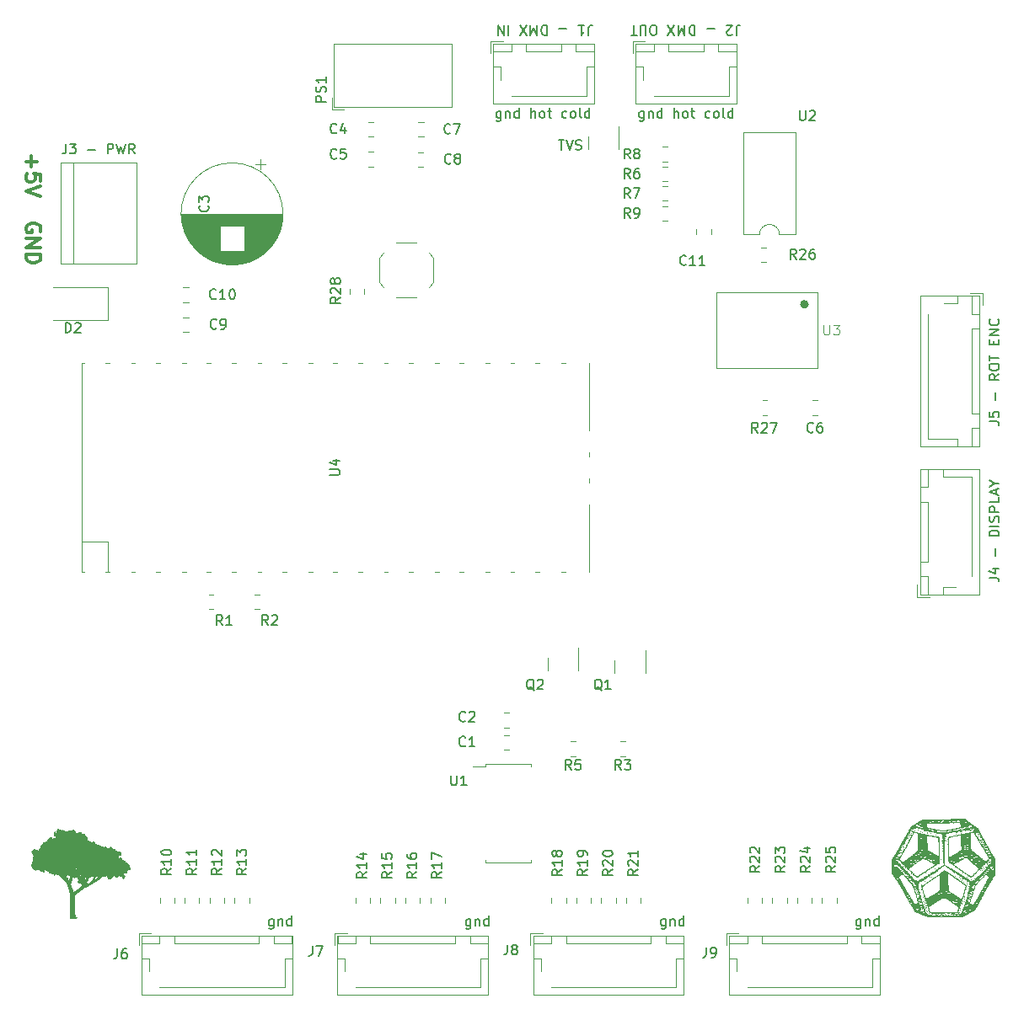
<source format=gbr>
%TF.GenerationSoftware,KiCad,Pcbnew,7.0.6+dfsg-1*%
%TF.CreationDate,2023-07-26T00:01:03-03:00*%
%TF.ProjectId,DMX_servo_controller_hardware,444d585f-7365-4727-966f-5f636f6e7472,rev?*%
%TF.SameCoordinates,Original*%
%TF.FileFunction,Legend,Top*%
%TF.FilePolarity,Positive*%
%FSLAX46Y46*%
G04 Gerber Fmt 4.6, Leading zero omitted, Abs format (unit mm)*
G04 Created by KiCad (PCBNEW 7.0.6+dfsg-1) date 2023-07-26 00:01:03*
%MOMM*%
%LPD*%
G01*
G04 APERTURE LIST*
%ADD10C,0.150000*%
%ADD11C,0.300000*%
%ADD12C,0.100000*%
%ADD13C,0.120000*%
%ADD14C,0.010000*%
%ADD15C,0.450000*%
G04 APERTURE END LIST*
D10*
X198054819Y-116090476D02*
X198769104Y-116090476D01*
X198769104Y-116090476D02*
X198911961Y-116138095D01*
X198911961Y-116138095D02*
X199007200Y-116233333D01*
X199007200Y-116233333D02*
X199054819Y-116376190D01*
X199054819Y-116376190D02*
X199054819Y-116471428D01*
X198388152Y-115185714D02*
X199054819Y-115185714D01*
X198007200Y-115423809D02*
X198721485Y-115661904D01*
X198721485Y-115661904D02*
X198721485Y-115042857D01*
X198673866Y-113899999D02*
X198673866Y-113138095D01*
X199054819Y-111899999D02*
X198054819Y-111899999D01*
X198054819Y-111899999D02*
X198054819Y-111661904D01*
X198054819Y-111661904D02*
X198102438Y-111519047D01*
X198102438Y-111519047D02*
X198197676Y-111423809D01*
X198197676Y-111423809D02*
X198292914Y-111376190D01*
X198292914Y-111376190D02*
X198483390Y-111328571D01*
X198483390Y-111328571D02*
X198626247Y-111328571D01*
X198626247Y-111328571D02*
X198816723Y-111376190D01*
X198816723Y-111376190D02*
X198911961Y-111423809D01*
X198911961Y-111423809D02*
X199007200Y-111519047D01*
X199007200Y-111519047D02*
X199054819Y-111661904D01*
X199054819Y-111661904D02*
X199054819Y-111899999D01*
X199054819Y-110899999D02*
X198054819Y-110899999D01*
X199007200Y-110471428D02*
X199054819Y-110328571D01*
X199054819Y-110328571D02*
X199054819Y-110090476D01*
X199054819Y-110090476D02*
X199007200Y-109995238D01*
X199007200Y-109995238D02*
X198959580Y-109947619D01*
X198959580Y-109947619D02*
X198864342Y-109900000D01*
X198864342Y-109900000D02*
X198769104Y-109900000D01*
X198769104Y-109900000D02*
X198673866Y-109947619D01*
X198673866Y-109947619D02*
X198626247Y-109995238D01*
X198626247Y-109995238D02*
X198578628Y-110090476D01*
X198578628Y-110090476D02*
X198531009Y-110280952D01*
X198531009Y-110280952D02*
X198483390Y-110376190D01*
X198483390Y-110376190D02*
X198435771Y-110423809D01*
X198435771Y-110423809D02*
X198340533Y-110471428D01*
X198340533Y-110471428D02*
X198245295Y-110471428D01*
X198245295Y-110471428D02*
X198150057Y-110423809D01*
X198150057Y-110423809D02*
X198102438Y-110376190D01*
X198102438Y-110376190D02*
X198054819Y-110280952D01*
X198054819Y-110280952D02*
X198054819Y-110042857D01*
X198054819Y-110042857D02*
X198102438Y-109900000D01*
X199054819Y-109471428D02*
X198054819Y-109471428D01*
X198054819Y-109471428D02*
X198054819Y-109090476D01*
X198054819Y-109090476D02*
X198102438Y-108995238D01*
X198102438Y-108995238D02*
X198150057Y-108947619D01*
X198150057Y-108947619D02*
X198245295Y-108900000D01*
X198245295Y-108900000D02*
X198388152Y-108900000D01*
X198388152Y-108900000D02*
X198483390Y-108947619D01*
X198483390Y-108947619D02*
X198531009Y-108995238D01*
X198531009Y-108995238D02*
X198578628Y-109090476D01*
X198578628Y-109090476D02*
X198578628Y-109471428D01*
X199054819Y-107995238D02*
X199054819Y-108471428D01*
X199054819Y-108471428D02*
X198054819Y-108471428D01*
X198769104Y-107709523D02*
X198769104Y-107233333D01*
X199054819Y-107804761D02*
X198054819Y-107471428D01*
X198054819Y-107471428D02*
X199054819Y-107138095D01*
X198578628Y-106614285D02*
X199054819Y-106614285D01*
X198054819Y-106947618D02*
X198578628Y-106614285D01*
X198578628Y-106614285D02*
X198054819Y-106280952D01*
X105314285Y-72454819D02*
X105314285Y-73169104D01*
X105314285Y-73169104D02*
X105266666Y-73311961D01*
X105266666Y-73311961D02*
X105171428Y-73407200D01*
X105171428Y-73407200D02*
X105028571Y-73454819D01*
X105028571Y-73454819D02*
X104933333Y-73454819D01*
X105695238Y-72454819D02*
X106314285Y-72454819D01*
X106314285Y-72454819D02*
X105980952Y-72835771D01*
X105980952Y-72835771D02*
X106123809Y-72835771D01*
X106123809Y-72835771D02*
X106219047Y-72883390D01*
X106219047Y-72883390D02*
X106266666Y-72931009D01*
X106266666Y-72931009D02*
X106314285Y-73026247D01*
X106314285Y-73026247D02*
X106314285Y-73264342D01*
X106314285Y-73264342D02*
X106266666Y-73359580D01*
X106266666Y-73359580D02*
X106219047Y-73407200D01*
X106219047Y-73407200D02*
X106123809Y-73454819D01*
X106123809Y-73454819D02*
X105838095Y-73454819D01*
X105838095Y-73454819D02*
X105742857Y-73407200D01*
X105742857Y-73407200D02*
X105695238Y-73359580D01*
X107504762Y-73073866D02*
X108266667Y-73073866D01*
X109504762Y-73454819D02*
X109504762Y-72454819D01*
X109504762Y-72454819D02*
X109885714Y-72454819D01*
X109885714Y-72454819D02*
X109980952Y-72502438D01*
X109980952Y-72502438D02*
X110028571Y-72550057D01*
X110028571Y-72550057D02*
X110076190Y-72645295D01*
X110076190Y-72645295D02*
X110076190Y-72788152D01*
X110076190Y-72788152D02*
X110028571Y-72883390D01*
X110028571Y-72883390D02*
X109980952Y-72931009D01*
X109980952Y-72931009D02*
X109885714Y-72978628D01*
X109885714Y-72978628D02*
X109504762Y-72978628D01*
X110409524Y-72454819D02*
X110647619Y-73454819D01*
X110647619Y-73454819D02*
X110838095Y-72740533D01*
X110838095Y-72740533D02*
X111028571Y-73454819D01*
X111028571Y-73454819D02*
X111266667Y-72454819D01*
X112219047Y-73454819D02*
X111885714Y-72978628D01*
X111647619Y-73454819D02*
X111647619Y-72454819D01*
X111647619Y-72454819D02*
X112028571Y-72454819D01*
X112028571Y-72454819D02*
X112123809Y-72502438D01*
X112123809Y-72502438D02*
X112171428Y-72550057D01*
X112171428Y-72550057D02*
X112219047Y-72645295D01*
X112219047Y-72645295D02*
X112219047Y-72788152D01*
X112219047Y-72788152D02*
X112171428Y-72883390D01*
X112171428Y-72883390D02*
X112123809Y-72931009D01*
X112123809Y-72931009D02*
X112028571Y-72978628D01*
X112028571Y-72978628D02*
X111647619Y-72978628D01*
X126165350Y-150403152D02*
X126165350Y-151212676D01*
X126165350Y-151212676D02*
X126117731Y-151307914D01*
X126117731Y-151307914D02*
X126070112Y-151355533D01*
X126070112Y-151355533D02*
X125974874Y-151403152D01*
X125974874Y-151403152D02*
X125832017Y-151403152D01*
X125832017Y-151403152D02*
X125736779Y-151355533D01*
X126165350Y-151022200D02*
X126070112Y-151069819D01*
X126070112Y-151069819D02*
X125879636Y-151069819D01*
X125879636Y-151069819D02*
X125784398Y-151022200D01*
X125784398Y-151022200D02*
X125736779Y-150974580D01*
X125736779Y-150974580D02*
X125689160Y-150879342D01*
X125689160Y-150879342D02*
X125689160Y-150593628D01*
X125689160Y-150593628D02*
X125736779Y-150498390D01*
X125736779Y-150498390D02*
X125784398Y-150450771D01*
X125784398Y-150450771D02*
X125879636Y-150403152D01*
X125879636Y-150403152D02*
X126070112Y-150403152D01*
X126070112Y-150403152D02*
X126165350Y-150450771D01*
X126641541Y-150403152D02*
X126641541Y-151069819D01*
X126641541Y-150498390D02*
X126689160Y-150450771D01*
X126689160Y-150450771D02*
X126784398Y-150403152D01*
X126784398Y-150403152D02*
X126927255Y-150403152D01*
X126927255Y-150403152D02*
X127022493Y-150450771D01*
X127022493Y-150450771D02*
X127070112Y-150546009D01*
X127070112Y-150546009D02*
X127070112Y-151069819D01*
X127974874Y-151069819D02*
X127974874Y-150069819D01*
X127974874Y-151022200D02*
X127879636Y-151069819D01*
X127879636Y-151069819D02*
X127689160Y-151069819D01*
X127689160Y-151069819D02*
X127593922Y-151022200D01*
X127593922Y-151022200D02*
X127546303Y-150974580D01*
X127546303Y-150974580D02*
X127498684Y-150879342D01*
X127498684Y-150879342D02*
X127498684Y-150593628D01*
X127498684Y-150593628D02*
X127546303Y-150498390D01*
X127546303Y-150498390D02*
X127593922Y-150450771D01*
X127593922Y-150450771D02*
X127689160Y-150403152D01*
X127689160Y-150403152D02*
X127879636Y-150403152D01*
X127879636Y-150403152D02*
X127974874Y-150450771D01*
X163375587Y-69203152D02*
X163375587Y-70012676D01*
X163375587Y-70012676D02*
X163327968Y-70107914D01*
X163327968Y-70107914D02*
X163280349Y-70155533D01*
X163280349Y-70155533D02*
X163185111Y-70203152D01*
X163185111Y-70203152D02*
X163042254Y-70203152D01*
X163042254Y-70203152D02*
X162947016Y-70155533D01*
X163375587Y-69822200D02*
X163280349Y-69869819D01*
X163280349Y-69869819D02*
X163089873Y-69869819D01*
X163089873Y-69869819D02*
X162994635Y-69822200D01*
X162994635Y-69822200D02*
X162947016Y-69774580D01*
X162947016Y-69774580D02*
X162899397Y-69679342D01*
X162899397Y-69679342D02*
X162899397Y-69393628D01*
X162899397Y-69393628D02*
X162947016Y-69298390D01*
X162947016Y-69298390D02*
X162994635Y-69250771D01*
X162994635Y-69250771D02*
X163089873Y-69203152D01*
X163089873Y-69203152D02*
X163280349Y-69203152D01*
X163280349Y-69203152D02*
X163375587Y-69250771D01*
X163851778Y-69203152D02*
X163851778Y-69869819D01*
X163851778Y-69298390D02*
X163899397Y-69250771D01*
X163899397Y-69250771D02*
X163994635Y-69203152D01*
X163994635Y-69203152D02*
X164137492Y-69203152D01*
X164137492Y-69203152D02*
X164232730Y-69250771D01*
X164232730Y-69250771D02*
X164280349Y-69346009D01*
X164280349Y-69346009D02*
X164280349Y-69869819D01*
X165185111Y-69869819D02*
X165185111Y-68869819D01*
X165185111Y-69822200D02*
X165089873Y-69869819D01*
X165089873Y-69869819D02*
X164899397Y-69869819D01*
X164899397Y-69869819D02*
X164804159Y-69822200D01*
X164804159Y-69822200D02*
X164756540Y-69774580D01*
X164756540Y-69774580D02*
X164708921Y-69679342D01*
X164708921Y-69679342D02*
X164708921Y-69393628D01*
X164708921Y-69393628D02*
X164756540Y-69298390D01*
X164756540Y-69298390D02*
X164804159Y-69250771D01*
X164804159Y-69250771D02*
X164899397Y-69203152D01*
X164899397Y-69203152D02*
X165089873Y-69203152D01*
X165089873Y-69203152D02*
X165185111Y-69250771D01*
X166423207Y-69869819D02*
X166423207Y-68869819D01*
X166851778Y-69869819D02*
X166851778Y-69346009D01*
X166851778Y-69346009D02*
X166804159Y-69250771D01*
X166804159Y-69250771D02*
X166708921Y-69203152D01*
X166708921Y-69203152D02*
X166566064Y-69203152D01*
X166566064Y-69203152D02*
X166470826Y-69250771D01*
X166470826Y-69250771D02*
X166423207Y-69298390D01*
X167470826Y-69869819D02*
X167375588Y-69822200D01*
X167375588Y-69822200D02*
X167327969Y-69774580D01*
X167327969Y-69774580D02*
X167280350Y-69679342D01*
X167280350Y-69679342D02*
X167280350Y-69393628D01*
X167280350Y-69393628D02*
X167327969Y-69298390D01*
X167327969Y-69298390D02*
X167375588Y-69250771D01*
X167375588Y-69250771D02*
X167470826Y-69203152D01*
X167470826Y-69203152D02*
X167613683Y-69203152D01*
X167613683Y-69203152D02*
X167708921Y-69250771D01*
X167708921Y-69250771D02*
X167756540Y-69298390D01*
X167756540Y-69298390D02*
X167804159Y-69393628D01*
X167804159Y-69393628D02*
X167804159Y-69679342D01*
X167804159Y-69679342D02*
X167756540Y-69774580D01*
X167756540Y-69774580D02*
X167708921Y-69822200D01*
X167708921Y-69822200D02*
X167613683Y-69869819D01*
X167613683Y-69869819D02*
X167470826Y-69869819D01*
X168089874Y-69203152D02*
X168470826Y-69203152D01*
X168232731Y-68869819D02*
X168232731Y-69726961D01*
X168232731Y-69726961D02*
X168280350Y-69822200D01*
X168280350Y-69822200D02*
X168375588Y-69869819D01*
X168375588Y-69869819D02*
X168470826Y-69869819D01*
X169994636Y-69822200D02*
X169899398Y-69869819D01*
X169899398Y-69869819D02*
X169708922Y-69869819D01*
X169708922Y-69869819D02*
X169613684Y-69822200D01*
X169613684Y-69822200D02*
X169566065Y-69774580D01*
X169566065Y-69774580D02*
X169518446Y-69679342D01*
X169518446Y-69679342D02*
X169518446Y-69393628D01*
X169518446Y-69393628D02*
X169566065Y-69298390D01*
X169566065Y-69298390D02*
X169613684Y-69250771D01*
X169613684Y-69250771D02*
X169708922Y-69203152D01*
X169708922Y-69203152D02*
X169899398Y-69203152D01*
X169899398Y-69203152D02*
X169994636Y-69250771D01*
X170566065Y-69869819D02*
X170470827Y-69822200D01*
X170470827Y-69822200D02*
X170423208Y-69774580D01*
X170423208Y-69774580D02*
X170375589Y-69679342D01*
X170375589Y-69679342D02*
X170375589Y-69393628D01*
X170375589Y-69393628D02*
X170423208Y-69298390D01*
X170423208Y-69298390D02*
X170470827Y-69250771D01*
X170470827Y-69250771D02*
X170566065Y-69203152D01*
X170566065Y-69203152D02*
X170708922Y-69203152D01*
X170708922Y-69203152D02*
X170804160Y-69250771D01*
X170804160Y-69250771D02*
X170851779Y-69298390D01*
X170851779Y-69298390D02*
X170899398Y-69393628D01*
X170899398Y-69393628D02*
X170899398Y-69679342D01*
X170899398Y-69679342D02*
X170851779Y-69774580D01*
X170851779Y-69774580D02*
X170804160Y-69822200D01*
X170804160Y-69822200D02*
X170708922Y-69869819D01*
X170708922Y-69869819D02*
X170566065Y-69869819D01*
X171470827Y-69869819D02*
X171375589Y-69822200D01*
X171375589Y-69822200D02*
X171327970Y-69726961D01*
X171327970Y-69726961D02*
X171327970Y-68869819D01*
X172280351Y-69869819D02*
X172280351Y-68869819D01*
X172280351Y-69822200D02*
X172185113Y-69869819D01*
X172185113Y-69869819D02*
X171994637Y-69869819D01*
X171994637Y-69869819D02*
X171899399Y-69822200D01*
X171899399Y-69822200D02*
X171851780Y-69774580D01*
X171851780Y-69774580D02*
X171804161Y-69679342D01*
X171804161Y-69679342D02*
X171804161Y-69393628D01*
X171804161Y-69393628D02*
X171851780Y-69298390D01*
X171851780Y-69298390D02*
X171899399Y-69250771D01*
X171899399Y-69250771D02*
X171994637Y-69203152D01*
X171994637Y-69203152D02*
X172185113Y-69203152D01*
X172185113Y-69203152D02*
X172280351Y-69250771D01*
X148995587Y-69203152D02*
X148995587Y-70012676D01*
X148995587Y-70012676D02*
X148947968Y-70107914D01*
X148947968Y-70107914D02*
X148900349Y-70155533D01*
X148900349Y-70155533D02*
X148805111Y-70203152D01*
X148805111Y-70203152D02*
X148662254Y-70203152D01*
X148662254Y-70203152D02*
X148567016Y-70155533D01*
X148995587Y-69822200D02*
X148900349Y-69869819D01*
X148900349Y-69869819D02*
X148709873Y-69869819D01*
X148709873Y-69869819D02*
X148614635Y-69822200D01*
X148614635Y-69822200D02*
X148567016Y-69774580D01*
X148567016Y-69774580D02*
X148519397Y-69679342D01*
X148519397Y-69679342D02*
X148519397Y-69393628D01*
X148519397Y-69393628D02*
X148567016Y-69298390D01*
X148567016Y-69298390D02*
X148614635Y-69250771D01*
X148614635Y-69250771D02*
X148709873Y-69203152D01*
X148709873Y-69203152D02*
X148900349Y-69203152D01*
X148900349Y-69203152D02*
X148995587Y-69250771D01*
X149471778Y-69203152D02*
X149471778Y-69869819D01*
X149471778Y-69298390D02*
X149519397Y-69250771D01*
X149519397Y-69250771D02*
X149614635Y-69203152D01*
X149614635Y-69203152D02*
X149757492Y-69203152D01*
X149757492Y-69203152D02*
X149852730Y-69250771D01*
X149852730Y-69250771D02*
X149900349Y-69346009D01*
X149900349Y-69346009D02*
X149900349Y-69869819D01*
X150805111Y-69869819D02*
X150805111Y-68869819D01*
X150805111Y-69822200D02*
X150709873Y-69869819D01*
X150709873Y-69869819D02*
X150519397Y-69869819D01*
X150519397Y-69869819D02*
X150424159Y-69822200D01*
X150424159Y-69822200D02*
X150376540Y-69774580D01*
X150376540Y-69774580D02*
X150328921Y-69679342D01*
X150328921Y-69679342D02*
X150328921Y-69393628D01*
X150328921Y-69393628D02*
X150376540Y-69298390D01*
X150376540Y-69298390D02*
X150424159Y-69250771D01*
X150424159Y-69250771D02*
X150519397Y-69203152D01*
X150519397Y-69203152D02*
X150709873Y-69203152D01*
X150709873Y-69203152D02*
X150805111Y-69250771D01*
X152043207Y-69869819D02*
X152043207Y-68869819D01*
X152471778Y-69869819D02*
X152471778Y-69346009D01*
X152471778Y-69346009D02*
X152424159Y-69250771D01*
X152424159Y-69250771D02*
X152328921Y-69203152D01*
X152328921Y-69203152D02*
X152186064Y-69203152D01*
X152186064Y-69203152D02*
X152090826Y-69250771D01*
X152090826Y-69250771D02*
X152043207Y-69298390D01*
X153090826Y-69869819D02*
X152995588Y-69822200D01*
X152995588Y-69822200D02*
X152947969Y-69774580D01*
X152947969Y-69774580D02*
X152900350Y-69679342D01*
X152900350Y-69679342D02*
X152900350Y-69393628D01*
X152900350Y-69393628D02*
X152947969Y-69298390D01*
X152947969Y-69298390D02*
X152995588Y-69250771D01*
X152995588Y-69250771D02*
X153090826Y-69203152D01*
X153090826Y-69203152D02*
X153233683Y-69203152D01*
X153233683Y-69203152D02*
X153328921Y-69250771D01*
X153328921Y-69250771D02*
X153376540Y-69298390D01*
X153376540Y-69298390D02*
X153424159Y-69393628D01*
X153424159Y-69393628D02*
X153424159Y-69679342D01*
X153424159Y-69679342D02*
X153376540Y-69774580D01*
X153376540Y-69774580D02*
X153328921Y-69822200D01*
X153328921Y-69822200D02*
X153233683Y-69869819D01*
X153233683Y-69869819D02*
X153090826Y-69869819D01*
X153709874Y-69203152D02*
X154090826Y-69203152D01*
X153852731Y-68869819D02*
X153852731Y-69726961D01*
X153852731Y-69726961D02*
X153900350Y-69822200D01*
X153900350Y-69822200D02*
X153995588Y-69869819D01*
X153995588Y-69869819D02*
X154090826Y-69869819D01*
X155614636Y-69822200D02*
X155519398Y-69869819D01*
X155519398Y-69869819D02*
X155328922Y-69869819D01*
X155328922Y-69869819D02*
X155233684Y-69822200D01*
X155233684Y-69822200D02*
X155186065Y-69774580D01*
X155186065Y-69774580D02*
X155138446Y-69679342D01*
X155138446Y-69679342D02*
X155138446Y-69393628D01*
X155138446Y-69393628D02*
X155186065Y-69298390D01*
X155186065Y-69298390D02*
X155233684Y-69250771D01*
X155233684Y-69250771D02*
X155328922Y-69203152D01*
X155328922Y-69203152D02*
X155519398Y-69203152D01*
X155519398Y-69203152D02*
X155614636Y-69250771D01*
X156186065Y-69869819D02*
X156090827Y-69822200D01*
X156090827Y-69822200D02*
X156043208Y-69774580D01*
X156043208Y-69774580D02*
X155995589Y-69679342D01*
X155995589Y-69679342D02*
X155995589Y-69393628D01*
X155995589Y-69393628D02*
X156043208Y-69298390D01*
X156043208Y-69298390D02*
X156090827Y-69250771D01*
X156090827Y-69250771D02*
X156186065Y-69203152D01*
X156186065Y-69203152D02*
X156328922Y-69203152D01*
X156328922Y-69203152D02*
X156424160Y-69250771D01*
X156424160Y-69250771D02*
X156471779Y-69298390D01*
X156471779Y-69298390D02*
X156519398Y-69393628D01*
X156519398Y-69393628D02*
X156519398Y-69679342D01*
X156519398Y-69679342D02*
X156471779Y-69774580D01*
X156471779Y-69774580D02*
X156424160Y-69822200D01*
X156424160Y-69822200D02*
X156328922Y-69869819D01*
X156328922Y-69869819D02*
X156186065Y-69869819D01*
X157090827Y-69869819D02*
X156995589Y-69822200D01*
X156995589Y-69822200D02*
X156947970Y-69726961D01*
X156947970Y-69726961D02*
X156947970Y-68869819D01*
X157900351Y-69869819D02*
X157900351Y-68869819D01*
X157900351Y-69822200D02*
X157805113Y-69869819D01*
X157805113Y-69869819D02*
X157614637Y-69869819D01*
X157614637Y-69869819D02*
X157519399Y-69822200D01*
X157519399Y-69822200D02*
X157471780Y-69774580D01*
X157471780Y-69774580D02*
X157424161Y-69679342D01*
X157424161Y-69679342D02*
X157424161Y-69393628D01*
X157424161Y-69393628D02*
X157471780Y-69298390D01*
X157471780Y-69298390D02*
X157519399Y-69250771D01*
X157519399Y-69250771D02*
X157614637Y-69203152D01*
X157614637Y-69203152D02*
X157805113Y-69203152D01*
X157805113Y-69203152D02*
X157900351Y-69250771D01*
D11*
X101862600Y-73655710D02*
X101862600Y-74798568D01*
X101291171Y-74227139D02*
X102434028Y-74227139D01*
X102791171Y-76227139D02*
X102791171Y-75512853D01*
X102791171Y-75512853D02*
X102076885Y-75441425D01*
X102076885Y-75441425D02*
X102148314Y-75512853D01*
X102148314Y-75512853D02*
X102219742Y-75655711D01*
X102219742Y-75655711D02*
X102219742Y-76012853D01*
X102219742Y-76012853D02*
X102148314Y-76155711D01*
X102148314Y-76155711D02*
X102076885Y-76227139D01*
X102076885Y-76227139D02*
X101934028Y-76298568D01*
X101934028Y-76298568D02*
X101576885Y-76298568D01*
X101576885Y-76298568D02*
X101434028Y-76227139D01*
X101434028Y-76227139D02*
X101362600Y-76155711D01*
X101362600Y-76155711D02*
X101291171Y-76012853D01*
X101291171Y-76012853D02*
X101291171Y-75655711D01*
X101291171Y-75655711D02*
X101362600Y-75512853D01*
X101362600Y-75512853D02*
X101434028Y-75441425D01*
X102791171Y-76727139D02*
X101291171Y-77227139D01*
X101291171Y-77227139D02*
X102791171Y-77727139D01*
X102719742Y-81298567D02*
X102791171Y-81155710D01*
X102791171Y-81155710D02*
X102791171Y-80941424D01*
X102791171Y-80941424D02*
X102719742Y-80727138D01*
X102719742Y-80727138D02*
X102576885Y-80584281D01*
X102576885Y-80584281D02*
X102434028Y-80512852D01*
X102434028Y-80512852D02*
X102148314Y-80441424D01*
X102148314Y-80441424D02*
X101934028Y-80441424D01*
X101934028Y-80441424D02*
X101648314Y-80512852D01*
X101648314Y-80512852D02*
X101505457Y-80584281D01*
X101505457Y-80584281D02*
X101362600Y-80727138D01*
X101362600Y-80727138D02*
X101291171Y-80941424D01*
X101291171Y-80941424D02*
X101291171Y-81084281D01*
X101291171Y-81084281D02*
X101362600Y-81298567D01*
X101362600Y-81298567D02*
X101434028Y-81369995D01*
X101434028Y-81369995D02*
X101934028Y-81369995D01*
X101934028Y-81369995D02*
X101934028Y-81084281D01*
X101291171Y-82012852D02*
X102791171Y-82012852D01*
X102791171Y-82012852D02*
X101291171Y-82869995D01*
X101291171Y-82869995D02*
X102791171Y-82869995D01*
X101291171Y-83584281D02*
X102791171Y-83584281D01*
X102791171Y-83584281D02*
X102791171Y-83941424D01*
X102791171Y-83941424D02*
X102719742Y-84155710D01*
X102719742Y-84155710D02*
X102576885Y-84298567D01*
X102576885Y-84298567D02*
X102434028Y-84369996D01*
X102434028Y-84369996D02*
X102148314Y-84441424D01*
X102148314Y-84441424D02*
X101934028Y-84441424D01*
X101934028Y-84441424D02*
X101648314Y-84369996D01*
X101648314Y-84369996D02*
X101505457Y-84298567D01*
X101505457Y-84298567D02*
X101362600Y-84155710D01*
X101362600Y-84155710D02*
X101291171Y-83941424D01*
X101291171Y-83941424D02*
X101291171Y-83584281D01*
D10*
X165565350Y-150403152D02*
X165565350Y-151212676D01*
X165565350Y-151212676D02*
X165517731Y-151307914D01*
X165517731Y-151307914D02*
X165470112Y-151355533D01*
X165470112Y-151355533D02*
X165374874Y-151403152D01*
X165374874Y-151403152D02*
X165232017Y-151403152D01*
X165232017Y-151403152D02*
X165136779Y-151355533D01*
X165565350Y-151022200D02*
X165470112Y-151069819D01*
X165470112Y-151069819D02*
X165279636Y-151069819D01*
X165279636Y-151069819D02*
X165184398Y-151022200D01*
X165184398Y-151022200D02*
X165136779Y-150974580D01*
X165136779Y-150974580D02*
X165089160Y-150879342D01*
X165089160Y-150879342D02*
X165089160Y-150593628D01*
X165089160Y-150593628D02*
X165136779Y-150498390D01*
X165136779Y-150498390D02*
X165184398Y-150450771D01*
X165184398Y-150450771D02*
X165279636Y-150403152D01*
X165279636Y-150403152D02*
X165470112Y-150403152D01*
X165470112Y-150403152D02*
X165565350Y-150450771D01*
X166041541Y-150403152D02*
X166041541Y-151069819D01*
X166041541Y-150498390D02*
X166089160Y-150450771D01*
X166089160Y-150450771D02*
X166184398Y-150403152D01*
X166184398Y-150403152D02*
X166327255Y-150403152D01*
X166327255Y-150403152D02*
X166422493Y-150450771D01*
X166422493Y-150450771D02*
X166470112Y-150546009D01*
X166470112Y-150546009D02*
X166470112Y-151069819D01*
X167374874Y-151069819D02*
X167374874Y-150069819D01*
X167374874Y-151022200D02*
X167279636Y-151069819D01*
X167279636Y-151069819D02*
X167089160Y-151069819D01*
X167089160Y-151069819D02*
X166993922Y-151022200D01*
X166993922Y-151022200D02*
X166946303Y-150974580D01*
X166946303Y-150974580D02*
X166898684Y-150879342D01*
X166898684Y-150879342D02*
X166898684Y-150593628D01*
X166898684Y-150593628D02*
X166946303Y-150498390D01*
X166946303Y-150498390D02*
X166993922Y-150450771D01*
X166993922Y-150450771D02*
X167089160Y-150403152D01*
X167089160Y-150403152D02*
X167279636Y-150403152D01*
X167279636Y-150403152D02*
X167374874Y-150450771D01*
X172671428Y-61545180D02*
X172671428Y-60830895D01*
X172671428Y-60830895D02*
X172719047Y-60688038D01*
X172719047Y-60688038D02*
X172814285Y-60592800D01*
X172814285Y-60592800D02*
X172957142Y-60545180D01*
X172957142Y-60545180D02*
X173052380Y-60545180D01*
X172242856Y-61449942D02*
X172195237Y-61497561D01*
X172195237Y-61497561D02*
X172099999Y-61545180D01*
X172099999Y-61545180D02*
X171861904Y-61545180D01*
X171861904Y-61545180D02*
X171766666Y-61497561D01*
X171766666Y-61497561D02*
X171719047Y-61449942D01*
X171719047Y-61449942D02*
X171671428Y-61354704D01*
X171671428Y-61354704D02*
X171671428Y-61259466D01*
X171671428Y-61259466D02*
X171719047Y-61116609D01*
X171719047Y-61116609D02*
X172290475Y-60545180D01*
X172290475Y-60545180D02*
X171671428Y-60545180D01*
X170480951Y-60926133D02*
X169719047Y-60926133D01*
X168480951Y-60545180D02*
X168480951Y-61545180D01*
X168480951Y-61545180D02*
X168242856Y-61545180D01*
X168242856Y-61545180D02*
X168099999Y-61497561D01*
X168099999Y-61497561D02*
X168004761Y-61402323D01*
X168004761Y-61402323D02*
X167957142Y-61307085D01*
X167957142Y-61307085D02*
X167909523Y-61116609D01*
X167909523Y-61116609D02*
X167909523Y-60973752D01*
X167909523Y-60973752D02*
X167957142Y-60783276D01*
X167957142Y-60783276D02*
X168004761Y-60688038D01*
X168004761Y-60688038D02*
X168099999Y-60592800D01*
X168099999Y-60592800D02*
X168242856Y-60545180D01*
X168242856Y-60545180D02*
X168480951Y-60545180D01*
X167480951Y-60545180D02*
X167480951Y-61545180D01*
X167480951Y-61545180D02*
X167147618Y-60830895D01*
X167147618Y-60830895D02*
X166814285Y-61545180D01*
X166814285Y-61545180D02*
X166814285Y-60545180D01*
X166433332Y-61545180D02*
X165766666Y-60545180D01*
X165766666Y-61545180D02*
X166433332Y-60545180D01*
X164433332Y-61545180D02*
X164242856Y-61545180D01*
X164242856Y-61545180D02*
X164147618Y-61497561D01*
X164147618Y-61497561D02*
X164052380Y-61402323D01*
X164052380Y-61402323D02*
X164004761Y-61211847D01*
X164004761Y-61211847D02*
X164004761Y-60878514D01*
X164004761Y-60878514D02*
X164052380Y-60688038D01*
X164052380Y-60688038D02*
X164147618Y-60592800D01*
X164147618Y-60592800D02*
X164242856Y-60545180D01*
X164242856Y-60545180D02*
X164433332Y-60545180D01*
X164433332Y-60545180D02*
X164528570Y-60592800D01*
X164528570Y-60592800D02*
X164623808Y-60688038D01*
X164623808Y-60688038D02*
X164671427Y-60878514D01*
X164671427Y-60878514D02*
X164671427Y-61211847D01*
X164671427Y-61211847D02*
X164623808Y-61402323D01*
X164623808Y-61402323D02*
X164528570Y-61497561D01*
X164528570Y-61497561D02*
X164433332Y-61545180D01*
X163576189Y-61545180D02*
X163576189Y-60735657D01*
X163576189Y-60735657D02*
X163528570Y-60640419D01*
X163528570Y-60640419D02*
X163480951Y-60592800D01*
X163480951Y-60592800D02*
X163385713Y-60545180D01*
X163385713Y-60545180D02*
X163195237Y-60545180D01*
X163195237Y-60545180D02*
X163099999Y-60592800D01*
X163099999Y-60592800D02*
X163052380Y-60640419D01*
X163052380Y-60640419D02*
X163004761Y-60735657D01*
X163004761Y-60735657D02*
X163004761Y-61545180D01*
X162671427Y-61545180D02*
X162099999Y-61545180D01*
X162385713Y-60545180D02*
X162385713Y-61545180D01*
X157804761Y-61545180D02*
X157804761Y-60830895D01*
X157804761Y-60830895D02*
X157852380Y-60688038D01*
X157852380Y-60688038D02*
X157947618Y-60592800D01*
X157947618Y-60592800D02*
X158090475Y-60545180D01*
X158090475Y-60545180D02*
X158185713Y-60545180D01*
X156804761Y-60545180D02*
X157376189Y-60545180D01*
X157090475Y-60545180D02*
X157090475Y-61545180D01*
X157090475Y-61545180D02*
X157185713Y-61402323D01*
X157185713Y-61402323D02*
X157280951Y-61307085D01*
X157280951Y-61307085D02*
X157376189Y-61259466D01*
X155614284Y-60926133D02*
X154852380Y-60926133D01*
X153614284Y-60545180D02*
X153614284Y-61545180D01*
X153614284Y-61545180D02*
X153376189Y-61545180D01*
X153376189Y-61545180D02*
X153233332Y-61497561D01*
X153233332Y-61497561D02*
X153138094Y-61402323D01*
X153138094Y-61402323D02*
X153090475Y-61307085D01*
X153090475Y-61307085D02*
X153042856Y-61116609D01*
X153042856Y-61116609D02*
X153042856Y-60973752D01*
X153042856Y-60973752D02*
X153090475Y-60783276D01*
X153090475Y-60783276D02*
X153138094Y-60688038D01*
X153138094Y-60688038D02*
X153233332Y-60592800D01*
X153233332Y-60592800D02*
X153376189Y-60545180D01*
X153376189Y-60545180D02*
X153614284Y-60545180D01*
X152614284Y-60545180D02*
X152614284Y-61545180D01*
X152614284Y-61545180D02*
X152280951Y-60830895D01*
X152280951Y-60830895D02*
X151947618Y-61545180D01*
X151947618Y-61545180D02*
X151947618Y-60545180D01*
X151566665Y-61545180D02*
X150899999Y-60545180D01*
X150899999Y-61545180D02*
X151566665Y-60545180D01*
X149757141Y-60545180D02*
X149757141Y-61545180D01*
X149280951Y-60545180D02*
X149280951Y-61545180D01*
X149280951Y-61545180D02*
X148709523Y-60545180D01*
X148709523Y-60545180D02*
X148709523Y-61545180D01*
X154793922Y-72069819D02*
X155365350Y-72069819D01*
X155079636Y-73069819D02*
X155079636Y-72069819D01*
X155555827Y-72069819D02*
X155889160Y-73069819D01*
X155889160Y-73069819D02*
X156222493Y-72069819D01*
X156508208Y-73022200D02*
X156651065Y-73069819D01*
X156651065Y-73069819D02*
X156889160Y-73069819D01*
X156889160Y-73069819D02*
X156984398Y-73022200D01*
X156984398Y-73022200D02*
X157032017Y-72974580D01*
X157032017Y-72974580D02*
X157079636Y-72879342D01*
X157079636Y-72879342D02*
X157079636Y-72784104D01*
X157079636Y-72784104D02*
X157032017Y-72688866D01*
X157032017Y-72688866D02*
X156984398Y-72641247D01*
X156984398Y-72641247D02*
X156889160Y-72593628D01*
X156889160Y-72593628D02*
X156698684Y-72546009D01*
X156698684Y-72546009D02*
X156603446Y-72498390D01*
X156603446Y-72498390D02*
X156555827Y-72450771D01*
X156555827Y-72450771D02*
X156508208Y-72355533D01*
X156508208Y-72355533D02*
X156508208Y-72260295D01*
X156508208Y-72260295D02*
X156555827Y-72165057D01*
X156555827Y-72165057D02*
X156603446Y-72117438D01*
X156603446Y-72117438D02*
X156698684Y-72069819D01*
X156698684Y-72069819D02*
X156936779Y-72069819D01*
X156936779Y-72069819D02*
X157079636Y-72117438D01*
X185165350Y-150403152D02*
X185165350Y-151212676D01*
X185165350Y-151212676D02*
X185117731Y-151307914D01*
X185117731Y-151307914D02*
X185070112Y-151355533D01*
X185070112Y-151355533D02*
X184974874Y-151403152D01*
X184974874Y-151403152D02*
X184832017Y-151403152D01*
X184832017Y-151403152D02*
X184736779Y-151355533D01*
X185165350Y-151022200D02*
X185070112Y-151069819D01*
X185070112Y-151069819D02*
X184879636Y-151069819D01*
X184879636Y-151069819D02*
X184784398Y-151022200D01*
X184784398Y-151022200D02*
X184736779Y-150974580D01*
X184736779Y-150974580D02*
X184689160Y-150879342D01*
X184689160Y-150879342D02*
X184689160Y-150593628D01*
X184689160Y-150593628D02*
X184736779Y-150498390D01*
X184736779Y-150498390D02*
X184784398Y-150450771D01*
X184784398Y-150450771D02*
X184879636Y-150403152D01*
X184879636Y-150403152D02*
X185070112Y-150403152D01*
X185070112Y-150403152D02*
X185165350Y-150450771D01*
X185641541Y-150403152D02*
X185641541Y-151069819D01*
X185641541Y-150498390D02*
X185689160Y-150450771D01*
X185689160Y-150450771D02*
X185784398Y-150403152D01*
X185784398Y-150403152D02*
X185927255Y-150403152D01*
X185927255Y-150403152D02*
X186022493Y-150450771D01*
X186022493Y-150450771D02*
X186070112Y-150546009D01*
X186070112Y-150546009D02*
X186070112Y-151069819D01*
X186974874Y-151069819D02*
X186974874Y-150069819D01*
X186974874Y-151022200D02*
X186879636Y-151069819D01*
X186879636Y-151069819D02*
X186689160Y-151069819D01*
X186689160Y-151069819D02*
X186593922Y-151022200D01*
X186593922Y-151022200D02*
X186546303Y-150974580D01*
X186546303Y-150974580D02*
X186498684Y-150879342D01*
X186498684Y-150879342D02*
X186498684Y-150593628D01*
X186498684Y-150593628D02*
X186546303Y-150498390D01*
X186546303Y-150498390D02*
X186593922Y-150450771D01*
X186593922Y-150450771D02*
X186689160Y-150403152D01*
X186689160Y-150403152D02*
X186879636Y-150403152D01*
X186879636Y-150403152D02*
X186974874Y-150450771D01*
X198054819Y-100376190D02*
X198769104Y-100376190D01*
X198769104Y-100376190D02*
X198911961Y-100423809D01*
X198911961Y-100423809D02*
X199007200Y-100519047D01*
X199007200Y-100519047D02*
X199054819Y-100661904D01*
X199054819Y-100661904D02*
X199054819Y-100757142D01*
X198054819Y-99423809D02*
X198054819Y-99899999D01*
X198054819Y-99899999D02*
X198531009Y-99947618D01*
X198531009Y-99947618D02*
X198483390Y-99899999D01*
X198483390Y-99899999D02*
X198435771Y-99804761D01*
X198435771Y-99804761D02*
X198435771Y-99566666D01*
X198435771Y-99566666D02*
X198483390Y-99471428D01*
X198483390Y-99471428D02*
X198531009Y-99423809D01*
X198531009Y-99423809D02*
X198626247Y-99376190D01*
X198626247Y-99376190D02*
X198864342Y-99376190D01*
X198864342Y-99376190D02*
X198959580Y-99423809D01*
X198959580Y-99423809D02*
X199007200Y-99471428D01*
X199007200Y-99471428D02*
X199054819Y-99566666D01*
X199054819Y-99566666D02*
X199054819Y-99804761D01*
X199054819Y-99804761D02*
X199007200Y-99899999D01*
X199007200Y-99899999D02*
X198959580Y-99947618D01*
X198673866Y-98185713D02*
X198673866Y-97423809D01*
X199054819Y-95614285D02*
X198578628Y-95947618D01*
X199054819Y-96185713D02*
X198054819Y-96185713D01*
X198054819Y-96185713D02*
X198054819Y-95804761D01*
X198054819Y-95804761D02*
X198102438Y-95709523D01*
X198102438Y-95709523D02*
X198150057Y-95661904D01*
X198150057Y-95661904D02*
X198245295Y-95614285D01*
X198245295Y-95614285D02*
X198388152Y-95614285D01*
X198388152Y-95614285D02*
X198483390Y-95661904D01*
X198483390Y-95661904D02*
X198531009Y-95709523D01*
X198531009Y-95709523D02*
X198578628Y-95804761D01*
X198578628Y-95804761D02*
X198578628Y-96185713D01*
X198054819Y-94995237D02*
X198054819Y-94804761D01*
X198054819Y-94804761D02*
X198102438Y-94709523D01*
X198102438Y-94709523D02*
X198197676Y-94614285D01*
X198197676Y-94614285D02*
X198388152Y-94566666D01*
X198388152Y-94566666D02*
X198721485Y-94566666D01*
X198721485Y-94566666D02*
X198911961Y-94614285D01*
X198911961Y-94614285D02*
X199007200Y-94709523D01*
X199007200Y-94709523D02*
X199054819Y-94804761D01*
X199054819Y-94804761D02*
X199054819Y-94995237D01*
X199054819Y-94995237D02*
X199007200Y-95090475D01*
X199007200Y-95090475D02*
X198911961Y-95185713D01*
X198911961Y-95185713D02*
X198721485Y-95233332D01*
X198721485Y-95233332D02*
X198388152Y-95233332D01*
X198388152Y-95233332D02*
X198197676Y-95185713D01*
X198197676Y-95185713D02*
X198102438Y-95090475D01*
X198102438Y-95090475D02*
X198054819Y-94995237D01*
X198054819Y-94280951D02*
X198054819Y-93709523D01*
X199054819Y-93995237D02*
X198054819Y-93995237D01*
X198531009Y-92614284D02*
X198531009Y-92280951D01*
X199054819Y-92138094D02*
X199054819Y-92614284D01*
X199054819Y-92614284D02*
X198054819Y-92614284D01*
X198054819Y-92614284D02*
X198054819Y-92138094D01*
X199054819Y-91709522D02*
X198054819Y-91709522D01*
X198054819Y-91709522D02*
X199054819Y-91138094D01*
X199054819Y-91138094D02*
X198054819Y-91138094D01*
X198959580Y-90090475D02*
X199007200Y-90138094D01*
X199007200Y-90138094D02*
X199054819Y-90280951D01*
X199054819Y-90280951D02*
X199054819Y-90376189D01*
X199054819Y-90376189D02*
X199007200Y-90519046D01*
X199007200Y-90519046D02*
X198911961Y-90614284D01*
X198911961Y-90614284D02*
X198816723Y-90661903D01*
X198816723Y-90661903D02*
X198626247Y-90709522D01*
X198626247Y-90709522D02*
X198483390Y-90709522D01*
X198483390Y-90709522D02*
X198292914Y-90661903D01*
X198292914Y-90661903D02*
X198197676Y-90614284D01*
X198197676Y-90614284D02*
X198102438Y-90519046D01*
X198102438Y-90519046D02*
X198054819Y-90376189D01*
X198054819Y-90376189D02*
X198054819Y-90280951D01*
X198054819Y-90280951D02*
X198102438Y-90138094D01*
X198102438Y-90138094D02*
X198150057Y-90090475D01*
X145965350Y-150403152D02*
X145965350Y-151212676D01*
X145965350Y-151212676D02*
X145917731Y-151307914D01*
X145917731Y-151307914D02*
X145870112Y-151355533D01*
X145870112Y-151355533D02*
X145774874Y-151403152D01*
X145774874Y-151403152D02*
X145632017Y-151403152D01*
X145632017Y-151403152D02*
X145536779Y-151355533D01*
X145965350Y-151022200D02*
X145870112Y-151069819D01*
X145870112Y-151069819D02*
X145679636Y-151069819D01*
X145679636Y-151069819D02*
X145584398Y-151022200D01*
X145584398Y-151022200D02*
X145536779Y-150974580D01*
X145536779Y-150974580D02*
X145489160Y-150879342D01*
X145489160Y-150879342D02*
X145489160Y-150593628D01*
X145489160Y-150593628D02*
X145536779Y-150498390D01*
X145536779Y-150498390D02*
X145584398Y-150450771D01*
X145584398Y-150450771D02*
X145679636Y-150403152D01*
X145679636Y-150403152D02*
X145870112Y-150403152D01*
X145870112Y-150403152D02*
X145965350Y-150450771D01*
X146441541Y-150403152D02*
X146441541Y-151069819D01*
X146441541Y-150498390D02*
X146489160Y-150450771D01*
X146489160Y-150450771D02*
X146584398Y-150403152D01*
X146584398Y-150403152D02*
X146727255Y-150403152D01*
X146727255Y-150403152D02*
X146822493Y-150450771D01*
X146822493Y-150450771D02*
X146870112Y-150546009D01*
X146870112Y-150546009D02*
X146870112Y-151069819D01*
X147774874Y-151069819D02*
X147774874Y-150069819D01*
X147774874Y-151022200D02*
X147679636Y-151069819D01*
X147679636Y-151069819D02*
X147489160Y-151069819D01*
X147489160Y-151069819D02*
X147393922Y-151022200D01*
X147393922Y-151022200D02*
X147346303Y-150974580D01*
X147346303Y-150974580D02*
X147298684Y-150879342D01*
X147298684Y-150879342D02*
X147298684Y-150593628D01*
X147298684Y-150593628D02*
X147346303Y-150498390D01*
X147346303Y-150498390D02*
X147393922Y-150450771D01*
X147393922Y-150450771D02*
X147489160Y-150403152D01*
X147489160Y-150403152D02*
X147679636Y-150403152D01*
X147679636Y-150403152D02*
X147774874Y-150450771D01*
X120434942Y-90986926D02*
X120387323Y-91034546D01*
X120387323Y-91034546D02*
X120244466Y-91082165D01*
X120244466Y-91082165D02*
X120149228Y-91082165D01*
X120149228Y-91082165D02*
X120006371Y-91034546D01*
X120006371Y-91034546D02*
X119911133Y-90939307D01*
X119911133Y-90939307D02*
X119863514Y-90844069D01*
X119863514Y-90844069D02*
X119815895Y-90653593D01*
X119815895Y-90653593D02*
X119815895Y-90510736D01*
X119815895Y-90510736D02*
X119863514Y-90320260D01*
X119863514Y-90320260D02*
X119911133Y-90225022D01*
X119911133Y-90225022D02*
X120006371Y-90129784D01*
X120006371Y-90129784D02*
X120149228Y-90082165D01*
X120149228Y-90082165D02*
X120244466Y-90082165D01*
X120244466Y-90082165D02*
X120387323Y-90129784D01*
X120387323Y-90129784D02*
X120434942Y-90177403D01*
X120911133Y-91082165D02*
X121101609Y-91082165D01*
X121101609Y-91082165D02*
X121196847Y-91034546D01*
X121196847Y-91034546D02*
X121244466Y-90986926D01*
X121244466Y-90986926D02*
X121339704Y-90844069D01*
X121339704Y-90844069D02*
X121387323Y-90653593D01*
X121387323Y-90653593D02*
X121387323Y-90272641D01*
X121387323Y-90272641D02*
X121339704Y-90177403D01*
X121339704Y-90177403D02*
X121292085Y-90129784D01*
X121292085Y-90129784D02*
X121196847Y-90082165D01*
X121196847Y-90082165D02*
X121006371Y-90082165D01*
X121006371Y-90082165D02*
X120911133Y-90129784D01*
X120911133Y-90129784D02*
X120863514Y-90177403D01*
X120863514Y-90177403D02*
X120815895Y-90272641D01*
X120815895Y-90272641D02*
X120815895Y-90510736D01*
X120815895Y-90510736D02*
X120863514Y-90605974D01*
X120863514Y-90605974D02*
X120911133Y-90653593D01*
X120911133Y-90653593D02*
X121006371Y-90701212D01*
X121006371Y-90701212D02*
X121196847Y-90701212D01*
X121196847Y-90701212D02*
X121292085Y-90653593D01*
X121292085Y-90653593D02*
X121339704Y-90605974D01*
X121339704Y-90605974D02*
X121387323Y-90510736D01*
X140547028Y-145667476D02*
X140070837Y-146000809D01*
X140547028Y-146238904D02*
X139547028Y-146238904D01*
X139547028Y-146238904D02*
X139547028Y-145857952D01*
X139547028Y-145857952D02*
X139594647Y-145762714D01*
X139594647Y-145762714D02*
X139642266Y-145715095D01*
X139642266Y-145715095D02*
X139737504Y-145667476D01*
X139737504Y-145667476D02*
X139880361Y-145667476D01*
X139880361Y-145667476D02*
X139975599Y-145715095D01*
X139975599Y-145715095D02*
X140023218Y-145762714D01*
X140023218Y-145762714D02*
X140070837Y-145857952D01*
X140070837Y-145857952D02*
X140070837Y-146238904D01*
X140547028Y-144715095D02*
X140547028Y-145286523D01*
X140547028Y-145000809D02*
X139547028Y-145000809D01*
X139547028Y-145000809D02*
X139689885Y-145096047D01*
X139689885Y-145096047D02*
X139785123Y-145191285D01*
X139785123Y-145191285D02*
X139832742Y-145286523D01*
X139547028Y-143857952D02*
X139547028Y-144048428D01*
X139547028Y-144048428D02*
X139594647Y-144143666D01*
X139594647Y-144143666D02*
X139642266Y-144191285D01*
X139642266Y-144191285D02*
X139785123Y-144286523D01*
X139785123Y-144286523D02*
X139975599Y-144334142D01*
X139975599Y-144334142D02*
X140356551Y-144334142D01*
X140356551Y-144334142D02*
X140451789Y-144286523D01*
X140451789Y-144286523D02*
X140499409Y-144238904D01*
X140499409Y-144238904D02*
X140547028Y-144143666D01*
X140547028Y-144143666D02*
X140547028Y-143953190D01*
X140547028Y-143953190D02*
X140499409Y-143857952D01*
X140499409Y-143857952D02*
X140451789Y-143810333D01*
X140451789Y-143810333D02*
X140356551Y-143762714D01*
X140356551Y-143762714D02*
X140118456Y-143762714D01*
X140118456Y-143762714D02*
X140023218Y-143810333D01*
X140023218Y-143810333D02*
X139975599Y-143857952D01*
X139975599Y-143857952D02*
X139927980Y-143953190D01*
X139927980Y-143953190D02*
X139927980Y-144143666D01*
X139927980Y-144143666D02*
X139975599Y-144238904D01*
X139975599Y-144238904D02*
X140023218Y-144286523D01*
X140023218Y-144286523D02*
X140118456Y-144334142D01*
X169643466Y-153246621D02*
X169643466Y-153960906D01*
X169643466Y-153960906D02*
X169595847Y-154103763D01*
X169595847Y-154103763D02*
X169500609Y-154199002D01*
X169500609Y-154199002D02*
X169357752Y-154246621D01*
X169357752Y-154246621D02*
X169262514Y-154246621D01*
X170167276Y-154246621D02*
X170357752Y-154246621D01*
X170357752Y-154246621D02*
X170452990Y-154199002D01*
X170452990Y-154199002D02*
X170500609Y-154151382D01*
X170500609Y-154151382D02*
X170595847Y-154008525D01*
X170595847Y-154008525D02*
X170643466Y-153818049D01*
X170643466Y-153818049D02*
X170643466Y-153437097D01*
X170643466Y-153437097D02*
X170595847Y-153341859D01*
X170595847Y-153341859D02*
X170548228Y-153294240D01*
X170548228Y-153294240D02*
X170452990Y-153246621D01*
X170452990Y-153246621D02*
X170262514Y-153246621D01*
X170262514Y-153246621D02*
X170167276Y-153294240D01*
X170167276Y-153294240D02*
X170119657Y-153341859D01*
X170119657Y-153341859D02*
X170072038Y-153437097D01*
X170072038Y-153437097D02*
X170072038Y-153675192D01*
X170072038Y-153675192D02*
X170119657Y-153770430D01*
X170119657Y-153770430D02*
X170167276Y-153818049D01*
X170167276Y-153818049D02*
X170262514Y-153865668D01*
X170262514Y-153865668D02*
X170452990Y-153865668D01*
X170452990Y-153865668D02*
X170548228Y-153818049D01*
X170548228Y-153818049D02*
X170595847Y-153770430D01*
X170595847Y-153770430D02*
X170643466Y-153675192D01*
X118444280Y-145304120D02*
X117968089Y-145637453D01*
X118444280Y-145875548D02*
X117444280Y-145875548D01*
X117444280Y-145875548D02*
X117444280Y-145494596D01*
X117444280Y-145494596D02*
X117491899Y-145399358D01*
X117491899Y-145399358D02*
X117539518Y-145351739D01*
X117539518Y-145351739D02*
X117634756Y-145304120D01*
X117634756Y-145304120D02*
X117777613Y-145304120D01*
X117777613Y-145304120D02*
X117872851Y-145351739D01*
X117872851Y-145351739D02*
X117920470Y-145399358D01*
X117920470Y-145399358D02*
X117968089Y-145494596D01*
X117968089Y-145494596D02*
X117968089Y-145875548D01*
X118444280Y-144351739D02*
X118444280Y-144923167D01*
X118444280Y-144637453D02*
X117444280Y-144637453D01*
X117444280Y-144637453D02*
X117587137Y-144732691D01*
X117587137Y-144732691D02*
X117682375Y-144827929D01*
X117682375Y-144827929D02*
X117729994Y-144923167D01*
X118444280Y-143399358D02*
X118444280Y-143970786D01*
X118444280Y-143685072D02*
X117444280Y-143685072D01*
X117444280Y-143685072D02*
X117587137Y-143780310D01*
X117587137Y-143780310D02*
X117682375Y-143875548D01*
X117682375Y-143875548D02*
X117729994Y-143970786D01*
X157694099Y-145413970D02*
X157217908Y-145747303D01*
X157694099Y-145985398D02*
X156694099Y-145985398D01*
X156694099Y-145985398D02*
X156694099Y-145604446D01*
X156694099Y-145604446D02*
X156741718Y-145509208D01*
X156741718Y-145509208D02*
X156789337Y-145461589D01*
X156789337Y-145461589D02*
X156884575Y-145413970D01*
X156884575Y-145413970D02*
X157027432Y-145413970D01*
X157027432Y-145413970D02*
X157122670Y-145461589D01*
X157122670Y-145461589D02*
X157170289Y-145509208D01*
X157170289Y-145509208D02*
X157217908Y-145604446D01*
X157217908Y-145604446D02*
X157217908Y-145985398D01*
X157694099Y-144461589D02*
X157694099Y-145033017D01*
X157694099Y-144747303D02*
X156694099Y-144747303D01*
X156694099Y-144747303D02*
X156836956Y-144842541D01*
X156836956Y-144842541D02*
X156932194Y-144937779D01*
X156932194Y-144937779D02*
X156979813Y-145033017D01*
X157694099Y-143985398D02*
X157694099Y-143794922D01*
X157694099Y-143794922D02*
X157646480Y-143699684D01*
X157646480Y-143699684D02*
X157598860Y-143652065D01*
X157598860Y-143652065D02*
X157456003Y-143556827D01*
X157456003Y-143556827D02*
X157265527Y-143509208D01*
X157265527Y-143509208D02*
X156884575Y-143509208D01*
X156884575Y-143509208D02*
X156789337Y-143556827D01*
X156789337Y-143556827D02*
X156741718Y-143604446D01*
X156741718Y-143604446D02*
X156694099Y-143699684D01*
X156694099Y-143699684D02*
X156694099Y-143890160D01*
X156694099Y-143890160D02*
X156741718Y-143985398D01*
X156741718Y-143985398D02*
X156789337Y-144033017D01*
X156789337Y-144033017D02*
X156884575Y-144080636D01*
X156884575Y-144080636D02*
X157122670Y-144080636D01*
X157122670Y-144080636D02*
X157217908Y-144033017D01*
X157217908Y-144033017D02*
X157265527Y-143985398D01*
X157265527Y-143985398D02*
X157313146Y-143890160D01*
X157313146Y-143890160D02*
X157313146Y-143699684D01*
X157313146Y-143699684D02*
X157265527Y-143604446D01*
X157265527Y-143604446D02*
X157217908Y-143556827D01*
X157217908Y-143556827D02*
X157122670Y-143509208D01*
X182634819Y-145054107D02*
X182158628Y-145387440D01*
X182634819Y-145625535D02*
X181634819Y-145625535D01*
X181634819Y-145625535D02*
X181634819Y-145244583D01*
X181634819Y-145244583D02*
X181682438Y-145149345D01*
X181682438Y-145149345D02*
X181730057Y-145101726D01*
X181730057Y-145101726D02*
X181825295Y-145054107D01*
X181825295Y-145054107D02*
X181968152Y-145054107D01*
X181968152Y-145054107D02*
X182063390Y-145101726D01*
X182063390Y-145101726D02*
X182111009Y-145149345D01*
X182111009Y-145149345D02*
X182158628Y-145244583D01*
X182158628Y-145244583D02*
X182158628Y-145625535D01*
X181730057Y-144673154D02*
X181682438Y-144625535D01*
X181682438Y-144625535D02*
X181634819Y-144530297D01*
X181634819Y-144530297D02*
X181634819Y-144292202D01*
X181634819Y-144292202D02*
X181682438Y-144196964D01*
X181682438Y-144196964D02*
X181730057Y-144149345D01*
X181730057Y-144149345D02*
X181825295Y-144101726D01*
X181825295Y-144101726D02*
X181920533Y-144101726D01*
X181920533Y-144101726D02*
X182063390Y-144149345D01*
X182063390Y-144149345D02*
X182634819Y-144720773D01*
X182634819Y-144720773D02*
X182634819Y-144101726D01*
X181634819Y-143196964D02*
X181634819Y-143673154D01*
X181634819Y-143673154D02*
X182111009Y-143720773D01*
X182111009Y-143720773D02*
X182063390Y-143673154D01*
X182063390Y-143673154D02*
X182015771Y-143577916D01*
X182015771Y-143577916D02*
X182015771Y-143339821D01*
X182015771Y-143339821D02*
X182063390Y-143244583D01*
X182063390Y-143244583D02*
X182111009Y-143196964D01*
X182111009Y-143196964D02*
X182206247Y-143149345D01*
X182206247Y-143149345D02*
X182444342Y-143149345D01*
X182444342Y-143149345D02*
X182539580Y-143196964D01*
X182539580Y-143196964D02*
X182587200Y-143244583D01*
X182587200Y-143244583D02*
X182634819Y-143339821D01*
X182634819Y-143339821D02*
X182634819Y-143577916D01*
X182634819Y-143577916D02*
X182587200Y-143673154D01*
X182587200Y-143673154D02*
X182539580Y-143720773D01*
X177554819Y-145054107D02*
X177078628Y-145387440D01*
X177554819Y-145625535D02*
X176554819Y-145625535D01*
X176554819Y-145625535D02*
X176554819Y-145244583D01*
X176554819Y-145244583D02*
X176602438Y-145149345D01*
X176602438Y-145149345D02*
X176650057Y-145101726D01*
X176650057Y-145101726D02*
X176745295Y-145054107D01*
X176745295Y-145054107D02*
X176888152Y-145054107D01*
X176888152Y-145054107D02*
X176983390Y-145101726D01*
X176983390Y-145101726D02*
X177031009Y-145149345D01*
X177031009Y-145149345D02*
X177078628Y-145244583D01*
X177078628Y-145244583D02*
X177078628Y-145625535D01*
X176650057Y-144673154D02*
X176602438Y-144625535D01*
X176602438Y-144625535D02*
X176554819Y-144530297D01*
X176554819Y-144530297D02*
X176554819Y-144292202D01*
X176554819Y-144292202D02*
X176602438Y-144196964D01*
X176602438Y-144196964D02*
X176650057Y-144149345D01*
X176650057Y-144149345D02*
X176745295Y-144101726D01*
X176745295Y-144101726D02*
X176840533Y-144101726D01*
X176840533Y-144101726D02*
X176983390Y-144149345D01*
X176983390Y-144149345D02*
X177554819Y-144720773D01*
X177554819Y-144720773D02*
X177554819Y-144101726D01*
X176554819Y-143768392D02*
X176554819Y-143149345D01*
X176554819Y-143149345D02*
X176935771Y-143482678D01*
X176935771Y-143482678D02*
X176935771Y-143339821D01*
X176935771Y-143339821D02*
X176983390Y-143244583D01*
X176983390Y-143244583D02*
X177031009Y-143196964D01*
X177031009Y-143196964D02*
X177126247Y-143149345D01*
X177126247Y-143149345D02*
X177364342Y-143149345D01*
X177364342Y-143149345D02*
X177459580Y-143196964D01*
X177459580Y-143196964D02*
X177507200Y-143244583D01*
X177507200Y-143244583D02*
X177554819Y-143339821D01*
X177554819Y-143339821D02*
X177554819Y-143625535D01*
X177554819Y-143625535D02*
X177507200Y-143720773D01*
X177507200Y-143720773D02*
X177459580Y-143768392D01*
X167606742Y-84585980D02*
X167559123Y-84633600D01*
X167559123Y-84633600D02*
X167416266Y-84681219D01*
X167416266Y-84681219D02*
X167321028Y-84681219D01*
X167321028Y-84681219D02*
X167178171Y-84633600D01*
X167178171Y-84633600D02*
X167082933Y-84538361D01*
X167082933Y-84538361D02*
X167035314Y-84443123D01*
X167035314Y-84443123D02*
X166987695Y-84252647D01*
X166987695Y-84252647D02*
X166987695Y-84109790D01*
X166987695Y-84109790D02*
X167035314Y-83919314D01*
X167035314Y-83919314D02*
X167082933Y-83824076D01*
X167082933Y-83824076D02*
X167178171Y-83728838D01*
X167178171Y-83728838D02*
X167321028Y-83681219D01*
X167321028Y-83681219D02*
X167416266Y-83681219D01*
X167416266Y-83681219D02*
X167559123Y-83728838D01*
X167559123Y-83728838D02*
X167606742Y-83776457D01*
X168559123Y-84681219D02*
X167987695Y-84681219D01*
X168273409Y-84681219D02*
X168273409Y-83681219D01*
X168273409Y-83681219D02*
X168178171Y-83824076D01*
X168178171Y-83824076D02*
X168082933Y-83919314D01*
X168082933Y-83919314D02*
X167987695Y-83966933D01*
X169511504Y-84681219D02*
X168940076Y-84681219D01*
X169225790Y-84681219D02*
X169225790Y-83681219D01*
X169225790Y-83681219D02*
X169130552Y-83824076D01*
X169130552Y-83824076D02*
X169035314Y-83919314D01*
X169035314Y-83919314D02*
X168940076Y-83966933D01*
X132501836Y-73877397D02*
X132454217Y-73925017D01*
X132454217Y-73925017D02*
X132311360Y-73972636D01*
X132311360Y-73972636D02*
X132216122Y-73972636D01*
X132216122Y-73972636D02*
X132073265Y-73925017D01*
X132073265Y-73925017D02*
X131978027Y-73829778D01*
X131978027Y-73829778D02*
X131930408Y-73734540D01*
X131930408Y-73734540D02*
X131882789Y-73544064D01*
X131882789Y-73544064D02*
X131882789Y-73401207D01*
X131882789Y-73401207D02*
X131930408Y-73210731D01*
X131930408Y-73210731D02*
X131978027Y-73115493D01*
X131978027Y-73115493D02*
X132073265Y-73020255D01*
X132073265Y-73020255D02*
X132216122Y-72972636D01*
X132216122Y-72972636D02*
X132311360Y-72972636D01*
X132311360Y-72972636D02*
X132454217Y-73020255D01*
X132454217Y-73020255D02*
X132501836Y-73067874D01*
X133406598Y-72972636D02*
X132930408Y-72972636D01*
X132930408Y-72972636D02*
X132882789Y-73448826D01*
X132882789Y-73448826D02*
X132930408Y-73401207D01*
X132930408Y-73401207D02*
X133025646Y-73353588D01*
X133025646Y-73353588D02*
X133263741Y-73353588D01*
X133263741Y-73353588D02*
X133358979Y-73401207D01*
X133358979Y-73401207D02*
X133406598Y-73448826D01*
X133406598Y-73448826D02*
X133454217Y-73544064D01*
X133454217Y-73544064D02*
X133454217Y-73782159D01*
X133454217Y-73782159D02*
X133406598Y-73877397D01*
X133406598Y-73877397D02*
X133358979Y-73925017D01*
X133358979Y-73925017D02*
X133263741Y-73972636D01*
X133263741Y-73972636D02*
X133025646Y-73972636D01*
X133025646Y-73972636D02*
X132930408Y-73925017D01*
X132930408Y-73925017D02*
X132882789Y-73877397D01*
X160234099Y-145413970D02*
X159757908Y-145747303D01*
X160234099Y-145985398D02*
X159234099Y-145985398D01*
X159234099Y-145985398D02*
X159234099Y-145604446D01*
X159234099Y-145604446D02*
X159281718Y-145509208D01*
X159281718Y-145509208D02*
X159329337Y-145461589D01*
X159329337Y-145461589D02*
X159424575Y-145413970D01*
X159424575Y-145413970D02*
X159567432Y-145413970D01*
X159567432Y-145413970D02*
X159662670Y-145461589D01*
X159662670Y-145461589D02*
X159710289Y-145509208D01*
X159710289Y-145509208D02*
X159757908Y-145604446D01*
X159757908Y-145604446D02*
X159757908Y-145985398D01*
X159329337Y-145033017D02*
X159281718Y-144985398D01*
X159281718Y-144985398D02*
X159234099Y-144890160D01*
X159234099Y-144890160D02*
X159234099Y-144652065D01*
X159234099Y-144652065D02*
X159281718Y-144556827D01*
X159281718Y-144556827D02*
X159329337Y-144509208D01*
X159329337Y-144509208D02*
X159424575Y-144461589D01*
X159424575Y-144461589D02*
X159519813Y-144461589D01*
X159519813Y-144461589D02*
X159662670Y-144509208D01*
X159662670Y-144509208D02*
X160234099Y-145080636D01*
X160234099Y-145080636D02*
X160234099Y-144461589D01*
X159234099Y-143842541D02*
X159234099Y-143747303D01*
X159234099Y-143747303D02*
X159281718Y-143652065D01*
X159281718Y-143652065D02*
X159329337Y-143604446D01*
X159329337Y-143604446D02*
X159424575Y-143556827D01*
X159424575Y-143556827D02*
X159615051Y-143509208D01*
X159615051Y-143509208D02*
X159853146Y-143509208D01*
X159853146Y-143509208D02*
X160043622Y-143556827D01*
X160043622Y-143556827D02*
X160138860Y-143604446D01*
X160138860Y-143604446D02*
X160186480Y-143652065D01*
X160186480Y-143652065D02*
X160234099Y-143747303D01*
X160234099Y-143747303D02*
X160234099Y-143842541D01*
X160234099Y-143842541D02*
X160186480Y-143937779D01*
X160186480Y-143937779D02*
X160138860Y-143985398D01*
X160138860Y-143985398D02*
X160043622Y-144033017D01*
X160043622Y-144033017D02*
X159853146Y-144080636D01*
X159853146Y-144080636D02*
X159615051Y-144080636D01*
X159615051Y-144080636D02*
X159424575Y-144033017D01*
X159424575Y-144033017D02*
X159329337Y-143985398D01*
X159329337Y-143985398D02*
X159281718Y-143937779D01*
X159281718Y-143937779D02*
X159234099Y-143842541D01*
X121033333Y-120854819D02*
X120700000Y-120378628D01*
X120461905Y-120854819D02*
X120461905Y-119854819D01*
X120461905Y-119854819D02*
X120842857Y-119854819D01*
X120842857Y-119854819D02*
X120938095Y-119902438D01*
X120938095Y-119902438D02*
X120985714Y-119950057D01*
X120985714Y-119950057D02*
X121033333Y-120045295D01*
X121033333Y-120045295D02*
X121033333Y-120188152D01*
X121033333Y-120188152D02*
X120985714Y-120283390D01*
X120985714Y-120283390D02*
X120938095Y-120331009D01*
X120938095Y-120331009D02*
X120842857Y-120378628D01*
X120842857Y-120378628D02*
X120461905Y-120378628D01*
X121985714Y-120854819D02*
X121414286Y-120854819D01*
X121700000Y-120854819D02*
X121700000Y-119854819D01*
X121700000Y-119854819D02*
X121604762Y-119997676D01*
X121604762Y-119997676D02*
X121509524Y-120092914D01*
X121509524Y-120092914D02*
X121414286Y-120140533D01*
X175014819Y-145054107D02*
X174538628Y-145387440D01*
X175014819Y-145625535D02*
X174014819Y-145625535D01*
X174014819Y-145625535D02*
X174014819Y-145244583D01*
X174014819Y-145244583D02*
X174062438Y-145149345D01*
X174062438Y-145149345D02*
X174110057Y-145101726D01*
X174110057Y-145101726D02*
X174205295Y-145054107D01*
X174205295Y-145054107D02*
X174348152Y-145054107D01*
X174348152Y-145054107D02*
X174443390Y-145101726D01*
X174443390Y-145101726D02*
X174491009Y-145149345D01*
X174491009Y-145149345D02*
X174538628Y-145244583D01*
X174538628Y-145244583D02*
X174538628Y-145625535D01*
X174110057Y-144673154D02*
X174062438Y-144625535D01*
X174062438Y-144625535D02*
X174014819Y-144530297D01*
X174014819Y-144530297D02*
X174014819Y-144292202D01*
X174014819Y-144292202D02*
X174062438Y-144196964D01*
X174062438Y-144196964D02*
X174110057Y-144149345D01*
X174110057Y-144149345D02*
X174205295Y-144101726D01*
X174205295Y-144101726D02*
X174300533Y-144101726D01*
X174300533Y-144101726D02*
X174443390Y-144149345D01*
X174443390Y-144149345D02*
X175014819Y-144720773D01*
X175014819Y-144720773D02*
X175014819Y-144101726D01*
X174110057Y-143720773D02*
X174062438Y-143673154D01*
X174062438Y-143673154D02*
X174014819Y-143577916D01*
X174014819Y-143577916D02*
X174014819Y-143339821D01*
X174014819Y-143339821D02*
X174062438Y-143244583D01*
X174062438Y-143244583D02*
X174110057Y-143196964D01*
X174110057Y-143196964D02*
X174205295Y-143149345D01*
X174205295Y-143149345D02*
X174300533Y-143149345D01*
X174300533Y-143149345D02*
X174443390Y-143196964D01*
X174443390Y-143196964D02*
X175014819Y-143768392D01*
X175014819Y-143768392D02*
X175014819Y-143149345D01*
X161986933Y-75943619D02*
X161653600Y-75467428D01*
X161415505Y-75943619D02*
X161415505Y-74943619D01*
X161415505Y-74943619D02*
X161796457Y-74943619D01*
X161796457Y-74943619D02*
X161891695Y-74991238D01*
X161891695Y-74991238D02*
X161939314Y-75038857D01*
X161939314Y-75038857D02*
X161986933Y-75134095D01*
X161986933Y-75134095D02*
X161986933Y-75276952D01*
X161986933Y-75276952D02*
X161939314Y-75372190D01*
X161939314Y-75372190D02*
X161891695Y-75419809D01*
X161891695Y-75419809D02*
X161796457Y-75467428D01*
X161796457Y-75467428D02*
X161415505Y-75467428D01*
X162844076Y-74943619D02*
X162653600Y-74943619D01*
X162653600Y-74943619D02*
X162558362Y-74991238D01*
X162558362Y-74991238D02*
X162510743Y-75038857D01*
X162510743Y-75038857D02*
X162415505Y-75181714D01*
X162415505Y-75181714D02*
X162367886Y-75372190D01*
X162367886Y-75372190D02*
X162367886Y-75753142D01*
X162367886Y-75753142D02*
X162415505Y-75848380D01*
X162415505Y-75848380D02*
X162463124Y-75896000D01*
X162463124Y-75896000D02*
X162558362Y-75943619D01*
X162558362Y-75943619D02*
X162748838Y-75943619D01*
X162748838Y-75943619D02*
X162844076Y-75896000D01*
X162844076Y-75896000D02*
X162891695Y-75848380D01*
X162891695Y-75848380D02*
X162939314Y-75753142D01*
X162939314Y-75753142D02*
X162939314Y-75515047D01*
X162939314Y-75515047D02*
X162891695Y-75419809D01*
X162891695Y-75419809D02*
X162844076Y-75372190D01*
X162844076Y-75372190D02*
X162748838Y-75324571D01*
X162748838Y-75324571D02*
X162558362Y-75324571D01*
X162558362Y-75324571D02*
X162463124Y-75372190D01*
X162463124Y-75372190D02*
X162415505Y-75419809D01*
X162415505Y-75419809D02*
X162367886Y-75515047D01*
X161986933Y-73962419D02*
X161653600Y-73486228D01*
X161415505Y-73962419D02*
X161415505Y-72962419D01*
X161415505Y-72962419D02*
X161796457Y-72962419D01*
X161796457Y-72962419D02*
X161891695Y-73010038D01*
X161891695Y-73010038D02*
X161939314Y-73057657D01*
X161939314Y-73057657D02*
X161986933Y-73152895D01*
X161986933Y-73152895D02*
X161986933Y-73295752D01*
X161986933Y-73295752D02*
X161939314Y-73390990D01*
X161939314Y-73390990D02*
X161891695Y-73438609D01*
X161891695Y-73438609D02*
X161796457Y-73486228D01*
X161796457Y-73486228D02*
X161415505Y-73486228D01*
X162558362Y-73390990D02*
X162463124Y-73343371D01*
X162463124Y-73343371D02*
X162415505Y-73295752D01*
X162415505Y-73295752D02*
X162367886Y-73200514D01*
X162367886Y-73200514D02*
X162367886Y-73152895D01*
X162367886Y-73152895D02*
X162415505Y-73057657D01*
X162415505Y-73057657D02*
X162463124Y-73010038D01*
X162463124Y-73010038D02*
X162558362Y-72962419D01*
X162558362Y-72962419D02*
X162748838Y-72962419D01*
X162748838Y-72962419D02*
X162844076Y-73010038D01*
X162844076Y-73010038D02*
X162891695Y-73057657D01*
X162891695Y-73057657D02*
X162939314Y-73152895D01*
X162939314Y-73152895D02*
X162939314Y-73200514D01*
X162939314Y-73200514D02*
X162891695Y-73295752D01*
X162891695Y-73295752D02*
X162844076Y-73343371D01*
X162844076Y-73343371D02*
X162748838Y-73390990D01*
X162748838Y-73390990D02*
X162558362Y-73390990D01*
X162558362Y-73390990D02*
X162463124Y-73438609D01*
X162463124Y-73438609D02*
X162415505Y-73486228D01*
X162415505Y-73486228D02*
X162367886Y-73581466D01*
X162367886Y-73581466D02*
X162367886Y-73771942D01*
X162367886Y-73771942D02*
X162415505Y-73867180D01*
X162415505Y-73867180D02*
X162463124Y-73914800D01*
X162463124Y-73914800D02*
X162558362Y-73962419D01*
X162558362Y-73962419D02*
X162748838Y-73962419D01*
X162748838Y-73962419D02*
X162844076Y-73914800D01*
X162844076Y-73914800D02*
X162891695Y-73867180D01*
X162891695Y-73867180D02*
X162939314Y-73771942D01*
X162939314Y-73771942D02*
X162939314Y-73581466D01*
X162939314Y-73581466D02*
X162891695Y-73486228D01*
X162891695Y-73486228D02*
X162844076Y-73438609D01*
X162844076Y-73438609D02*
X162748838Y-73390990D01*
X180384016Y-101393278D02*
X180336397Y-101440898D01*
X180336397Y-101440898D02*
X180193540Y-101488517D01*
X180193540Y-101488517D02*
X180098302Y-101488517D01*
X180098302Y-101488517D02*
X179955445Y-101440898D01*
X179955445Y-101440898D02*
X179860207Y-101345659D01*
X179860207Y-101345659D02*
X179812588Y-101250421D01*
X179812588Y-101250421D02*
X179764969Y-101059945D01*
X179764969Y-101059945D02*
X179764969Y-100917088D01*
X179764969Y-100917088D02*
X179812588Y-100726612D01*
X179812588Y-100726612D02*
X179860207Y-100631374D01*
X179860207Y-100631374D02*
X179955445Y-100536136D01*
X179955445Y-100536136D02*
X180098302Y-100488517D01*
X180098302Y-100488517D02*
X180193540Y-100488517D01*
X180193540Y-100488517D02*
X180336397Y-100536136D01*
X180336397Y-100536136D02*
X180384016Y-100583755D01*
X181241159Y-100488517D02*
X181050683Y-100488517D01*
X181050683Y-100488517D02*
X180955445Y-100536136D01*
X180955445Y-100536136D02*
X180907826Y-100583755D01*
X180907826Y-100583755D02*
X180812588Y-100726612D01*
X180812588Y-100726612D02*
X180764969Y-100917088D01*
X180764969Y-100917088D02*
X180764969Y-101298040D01*
X180764969Y-101298040D02*
X180812588Y-101393278D01*
X180812588Y-101393278D02*
X180860207Y-101440898D01*
X180860207Y-101440898D02*
X180955445Y-101488517D01*
X180955445Y-101488517D02*
X181145921Y-101488517D01*
X181145921Y-101488517D02*
X181241159Y-101440898D01*
X181241159Y-101440898D02*
X181288778Y-101393278D01*
X181288778Y-101393278D02*
X181336397Y-101298040D01*
X181336397Y-101298040D02*
X181336397Y-101059945D01*
X181336397Y-101059945D02*
X181288778Y-100964707D01*
X181288778Y-100964707D02*
X181241159Y-100917088D01*
X181241159Y-100917088D02*
X181145921Y-100869469D01*
X181145921Y-100869469D02*
X180955445Y-100869469D01*
X180955445Y-100869469D02*
X180860207Y-100917088D01*
X180860207Y-100917088D02*
X180812588Y-100964707D01*
X180812588Y-100964707D02*
X180764969Y-101059945D01*
X162774099Y-145413970D02*
X162297908Y-145747303D01*
X162774099Y-145985398D02*
X161774099Y-145985398D01*
X161774099Y-145985398D02*
X161774099Y-145604446D01*
X161774099Y-145604446D02*
X161821718Y-145509208D01*
X161821718Y-145509208D02*
X161869337Y-145461589D01*
X161869337Y-145461589D02*
X161964575Y-145413970D01*
X161964575Y-145413970D02*
X162107432Y-145413970D01*
X162107432Y-145413970D02*
X162202670Y-145461589D01*
X162202670Y-145461589D02*
X162250289Y-145509208D01*
X162250289Y-145509208D02*
X162297908Y-145604446D01*
X162297908Y-145604446D02*
X162297908Y-145985398D01*
X161869337Y-145033017D02*
X161821718Y-144985398D01*
X161821718Y-144985398D02*
X161774099Y-144890160D01*
X161774099Y-144890160D02*
X161774099Y-144652065D01*
X161774099Y-144652065D02*
X161821718Y-144556827D01*
X161821718Y-144556827D02*
X161869337Y-144509208D01*
X161869337Y-144509208D02*
X161964575Y-144461589D01*
X161964575Y-144461589D02*
X162059813Y-144461589D01*
X162059813Y-144461589D02*
X162202670Y-144509208D01*
X162202670Y-144509208D02*
X162774099Y-145080636D01*
X162774099Y-145080636D02*
X162774099Y-144461589D01*
X162774099Y-143509208D02*
X162774099Y-144080636D01*
X162774099Y-143794922D02*
X161774099Y-143794922D01*
X161774099Y-143794922D02*
X161916956Y-143890160D01*
X161916956Y-143890160D02*
X162012194Y-143985398D01*
X162012194Y-143985398D02*
X162059813Y-144080636D01*
X156083333Y-135386069D02*
X155750000Y-134909878D01*
X155511905Y-135386069D02*
X155511905Y-134386069D01*
X155511905Y-134386069D02*
X155892857Y-134386069D01*
X155892857Y-134386069D02*
X155988095Y-134433688D01*
X155988095Y-134433688D02*
X156035714Y-134481307D01*
X156035714Y-134481307D02*
X156083333Y-134576545D01*
X156083333Y-134576545D02*
X156083333Y-134719402D01*
X156083333Y-134719402D02*
X156035714Y-134814640D01*
X156035714Y-134814640D02*
X155988095Y-134862259D01*
X155988095Y-134862259D02*
X155892857Y-134909878D01*
X155892857Y-134909878D02*
X155511905Y-134909878D01*
X156988095Y-134386069D02*
X156511905Y-134386069D01*
X156511905Y-134386069D02*
X156464286Y-134862259D01*
X156464286Y-134862259D02*
X156511905Y-134814640D01*
X156511905Y-134814640D02*
X156607143Y-134767021D01*
X156607143Y-134767021D02*
X156845238Y-134767021D01*
X156845238Y-134767021D02*
X156940476Y-134814640D01*
X156940476Y-134814640D02*
X156988095Y-134862259D01*
X156988095Y-134862259D02*
X157035714Y-134957497D01*
X157035714Y-134957497D02*
X157035714Y-135195592D01*
X157035714Y-135195592D02*
X156988095Y-135290830D01*
X156988095Y-135290830D02*
X156940476Y-135338450D01*
X156940476Y-135338450D02*
X156845238Y-135386069D01*
X156845238Y-135386069D02*
X156607143Y-135386069D01*
X156607143Y-135386069D02*
X156511905Y-135338450D01*
X156511905Y-135338450D02*
X156464286Y-135290830D01*
X161986933Y-77924819D02*
X161653600Y-77448628D01*
X161415505Y-77924819D02*
X161415505Y-76924819D01*
X161415505Y-76924819D02*
X161796457Y-76924819D01*
X161796457Y-76924819D02*
X161891695Y-76972438D01*
X161891695Y-76972438D02*
X161939314Y-77020057D01*
X161939314Y-77020057D02*
X161986933Y-77115295D01*
X161986933Y-77115295D02*
X161986933Y-77258152D01*
X161986933Y-77258152D02*
X161939314Y-77353390D01*
X161939314Y-77353390D02*
X161891695Y-77401009D01*
X161891695Y-77401009D02*
X161796457Y-77448628D01*
X161796457Y-77448628D02*
X161415505Y-77448628D01*
X162320267Y-76924819D02*
X162986933Y-76924819D01*
X162986933Y-76924819D02*
X162558362Y-77924819D01*
X143047028Y-145667476D02*
X142570837Y-146000809D01*
X143047028Y-146238904D02*
X142047028Y-146238904D01*
X142047028Y-146238904D02*
X142047028Y-145857952D01*
X142047028Y-145857952D02*
X142094647Y-145762714D01*
X142094647Y-145762714D02*
X142142266Y-145715095D01*
X142142266Y-145715095D02*
X142237504Y-145667476D01*
X142237504Y-145667476D02*
X142380361Y-145667476D01*
X142380361Y-145667476D02*
X142475599Y-145715095D01*
X142475599Y-145715095D02*
X142523218Y-145762714D01*
X142523218Y-145762714D02*
X142570837Y-145857952D01*
X142570837Y-145857952D02*
X142570837Y-146238904D01*
X143047028Y-144715095D02*
X143047028Y-145286523D01*
X143047028Y-145000809D02*
X142047028Y-145000809D01*
X142047028Y-145000809D02*
X142189885Y-145096047D01*
X142189885Y-145096047D02*
X142285123Y-145191285D01*
X142285123Y-145191285D02*
X142332742Y-145286523D01*
X142047028Y-144381761D02*
X142047028Y-143715095D01*
X142047028Y-143715095D02*
X143047028Y-144143666D01*
X132897765Y-87883048D02*
X132421574Y-88216381D01*
X132897765Y-88454476D02*
X131897765Y-88454476D01*
X131897765Y-88454476D02*
X131897765Y-88073524D01*
X131897765Y-88073524D02*
X131945384Y-87978286D01*
X131945384Y-87978286D02*
X131993003Y-87930667D01*
X131993003Y-87930667D02*
X132088241Y-87883048D01*
X132088241Y-87883048D02*
X132231098Y-87883048D01*
X132231098Y-87883048D02*
X132326336Y-87930667D01*
X132326336Y-87930667D02*
X132373955Y-87978286D01*
X132373955Y-87978286D02*
X132421574Y-88073524D01*
X132421574Y-88073524D02*
X132421574Y-88454476D01*
X131993003Y-87502095D02*
X131945384Y-87454476D01*
X131945384Y-87454476D02*
X131897765Y-87359238D01*
X131897765Y-87359238D02*
X131897765Y-87121143D01*
X131897765Y-87121143D02*
X131945384Y-87025905D01*
X131945384Y-87025905D02*
X131993003Y-86978286D01*
X131993003Y-86978286D02*
X132088241Y-86930667D01*
X132088241Y-86930667D02*
X132183479Y-86930667D01*
X132183479Y-86930667D02*
X132326336Y-86978286D01*
X132326336Y-86978286D02*
X132897765Y-87549714D01*
X132897765Y-87549714D02*
X132897765Y-86930667D01*
X132326336Y-86359238D02*
X132278717Y-86454476D01*
X132278717Y-86454476D02*
X132231098Y-86502095D01*
X132231098Y-86502095D02*
X132135860Y-86549714D01*
X132135860Y-86549714D02*
X132088241Y-86549714D01*
X132088241Y-86549714D02*
X131993003Y-86502095D01*
X131993003Y-86502095D02*
X131945384Y-86454476D01*
X131945384Y-86454476D02*
X131897765Y-86359238D01*
X131897765Y-86359238D02*
X131897765Y-86168762D01*
X131897765Y-86168762D02*
X131945384Y-86073524D01*
X131945384Y-86073524D02*
X131993003Y-86025905D01*
X131993003Y-86025905D02*
X132088241Y-85978286D01*
X132088241Y-85978286D02*
X132135860Y-85978286D01*
X132135860Y-85978286D02*
X132231098Y-86025905D01*
X132231098Y-86025905D02*
X132278717Y-86073524D01*
X132278717Y-86073524D02*
X132326336Y-86168762D01*
X132326336Y-86168762D02*
X132326336Y-86359238D01*
X132326336Y-86359238D02*
X132373955Y-86454476D01*
X132373955Y-86454476D02*
X132421574Y-86502095D01*
X132421574Y-86502095D02*
X132516812Y-86549714D01*
X132516812Y-86549714D02*
X132707288Y-86549714D01*
X132707288Y-86549714D02*
X132802526Y-86502095D01*
X132802526Y-86502095D02*
X132850146Y-86454476D01*
X132850146Y-86454476D02*
X132897765Y-86359238D01*
X132897765Y-86359238D02*
X132897765Y-86168762D01*
X132897765Y-86168762D02*
X132850146Y-86073524D01*
X132850146Y-86073524D02*
X132802526Y-86025905D01*
X132802526Y-86025905D02*
X132707288Y-85978286D01*
X132707288Y-85978286D02*
X132516812Y-85978286D01*
X132516812Y-85978286D02*
X132421574Y-86025905D01*
X132421574Y-86025905D02*
X132373955Y-86073524D01*
X132373955Y-86073524D02*
X132326336Y-86168762D01*
X119572080Y-78666666D02*
X119619700Y-78714285D01*
X119619700Y-78714285D02*
X119667319Y-78857142D01*
X119667319Y-78857142D02*
X119667319Y-78952380D01*
X119667319Y-78952380D02*
X119619700Y-79095237D01*
X119619700Y-79095237D02*
X119524461Y-79190475D01*
X119524461Y-79190475D02*
X119429223Y-79238094D01*
X119429223Y-79238094D02*
X119238747Y-79285713D01*
X119238747Y-79285713D02*
X119095890Y-79285713D01*
X119095890Y-79285713D02*
X118905414Y-79238094D01*
X118905414Y-79238094D02*
X118810176Y-79190475D01*
X118810176Y-79190475D02*
X118714938Y-79095237D01*
X118714938Y-79095237D02*
X118667319Y-78952380D01*
X118667319Y-78952380D02*
X118667319Y-78857142D01*
X118667319Y-78857142D02*
X118714938Y-78714285D01*
X118714938Y-78714285D02*
X118762557Y-78666666D01*
X118667319Y-78333332D02*
X118667319Y-77714285D01*
X118667319Y-77714285D02*
X119048271Y-78047618D01*
X119048271Y-78047618D02*
X119048271Y-77904761D01*
X119048271Y-77904761D02*
X119095890Y-77809523D01*
X119095890Y-77809523D02*
X119143509Y-77761904D01*
X119143509Y-77761904D02*
X119238747Y-77714285D01*
X119238747Y-77714285D02*
X119476842Y-77714285D01*
X119476842Y-77714285D02*
X119572080Y-77761904D01*
X119572080Y-77761904D02*
X119619700Y-77809523D01*
X119619700Y-77809523D02*
X119667319Y-77904761D01*
X119667319Y-77904761D02*
X119667319Y-78190475D01*
X119667319Y-78190475D02*
X119619700Y-78285713D01*
X119619700Y-78285713D02*
X119572080Y-78333332D01*
X145433333Y-132953330D02*
X145385714Y-133000950D01*
X145385714Y-133000950D02*
X145242857Y-133048569D01*
X145242857Y-133048569D02*
X145147619Y-133048569D01*
X145147619Y-133048569D02*
X145004762Y-133000950D01*
X145004762Y-133000950D02*
X144909524Y-132905711D01*
X144909524Y-132905711D02*
X144861905Y-132810473D01*
X144861905Y-132810473D02*
X144814286Y-132619997D01*
X144814286Y-132619997D02*
X144814286Y-132477140D01*
X144814286Y-132477140D02*
X144861905Y-132286664D01*
X144861905Y-132286664D02*
X144909524Y-132191426D01*
X144909524Y-132191426D02*
X145004762Y-132096188D01*
X145004762Y-132096188D02*
X145147619Y-132048569D01*
X145147619Y-132048569D02*
X145242857Y-132048569D01*
X145242857Y-132048569D02*
X145385714Y-132096188D01*
X145385714Y-132096188D02*
X145433333Y-132143807D01*
X146385714Y-133048569D02*
X145814286Y-133048569D01*
X146100000Y-133048569D02*
X146100000Y-132048569D01*
X146100000Y-132048569D02*
X146004762Y-132191426D01*
X146004762Y-132191426D02*
X145909524Y-132286664D01*
X145909524Y-132286664D02*
X145814286Y-132334283D01*
X174820342Y-101488517D02*
X174487009Y-101012326D01*
X174248914Y-101488517D02*
X174248914Y-100488517D01*
X174248914Y-100488517D02*
X174629866Y-100488517D01*
X174629866Y-100488517D02*
X174725104Y-100536136D01*
X174725104Y-100536136D02*
X174772723Y-100583755D01*
X174772723Y-100583755D02*
X174820342Y-100678993D01*
X174820342Y-100678993D02*
X174820342Y-100821850D01*
X174820342Y-100821850D02*
X174772723Y-100917088D01*
X174772723Y-100917088D02*
X174725104Y-100964707D01*
X174725104Y-100964707D02*
X174629866Y-101012326D01*
X174629866Y-101012326D02*
X174248914Y-101012326D01*
X175201295Y-100583755D02*
X175248914Y-100536136D01*
X175248914Y-100536136D02*
X175344152Y-100488517D01*
X175344152Y-100488517D02*
X175582247Y-100488517D01*
X175582247Y-100488517D02*
X175677485Y-100536136D01*
X175677485Y-100536136D02*
X175725104Y-100583755D01*
X175725104Y-100583755D02*
X175772723Y-100678993D01*
X175772723Y-100678993D02*
X175772723Y-100774231D01*
X175772723Y-100774231D02*
X175725104Y-100917088D01*
X175725104Y-100917088D02*
X175153676Y-101488517D01*
X175153676Y-101488517D02*
X175772723Y-101488517D01*
X176106057Y-100488517D02*
X176772723Y-100488517D01*
X176772723Y-100488517D02*
X176344152Y-101488517D01*
X130084619Y-153107173D02*
X130084619Y-153821458D01*
X130084619Y-153821458D02*
X130037000Y-153964315D01*
X130037000Y-153964315D02*
X129941762Y-154059554D01*
X129941762Y-154059554D02*
X129798905Y-154107173D01*
X129798905Y-154107173D02*
X129703667Y-154107173D01*
X130465572Y-153107173D02*
X131132238Y-153107173D01*
X131132238Y-153107173D02*
X130703667Y-154107173D01*
X145433333Y-130453330D02*
X145385714Y-130500950D01*
X145385714Y-130500950D02*
X145242857Y-130548569D01*
X145242857Y-130548569D02*
X145147619Y-130548569D01*
X145147619Y-130548569D02*
X145004762Y-130500950D01*
X145004762Y-130500950D02*
X144909524Y-130405711D01*
X144909524Y-130405711D02*
X144861905Y-130310473D01*
X144861905Y-130310473D02*
X144814286Y-130119997D01*
X144814286Y-130119997D02*
X144814286Y-129977140D01*
X144814286Y-129977140D02*
X144861905Y-129786664D01*
X144861905Y-129786664D02*
X144909524Y-129691426D01*
X144909524Y-129691426D02*
X145004762Y-129596188D01*
X145004762Y-129596188D02*
X145147619Y-129548569D01*
X145147619Y-129548569D02*
X145242857Y-129548569D01*
X145242857Y-129548569D02*
X145385714Y-129596188D01*
X145385714Y-129596188D02*
X145433333Y-129643807D01*
X145814286Y-129643807D02*
X145861905Y-129596188D01*
X145861905Y-129596188D02*
X145957143Y-129548569D01*
X145957143Y-129548569D02*
X146195238Y-129548569D01*
X146195238Y-129548569D02*
X146290476Y-129596188D01*
X146290476Y-129596188D02*
X146338095Y-129643807D01*
X146338095Y-129643807D02*
X146385714Y-129739045D01*
X146385714Y-129739045D02*
X146385714Y-129834283D01*
X146385714Y-129834283D02*
X146338095Y-129977140D01*
X146338095Y-129977140D02*
X145766667Y-130548569D01*
X145766667Y-130548569D02*
X146385714Y-130548569D01*
X149661782Y-152967725D02*
X149661782Y-153682010D01*
X149661782Y-153682010D02*
X149614163Y-153824867D01*
X149614163Y-153824867D02*
X149518925Y-153920106D01*
X149518925Y-153920106D02*
X149376068Y-153967725D01*
X149376068Y-153967725D02*
X149280830Y-153967725D01*
X150280830Y-153396296D02*
X150185592Y-153348677D01*
X150185592Y-153348677D02*
X150137973Y-153301058D01*
X150137973Y-153301058D02*
X150090354Y-153205820D01*
X150090354Y-153205820D02*
X150090354Y-153158201D01*
X150090354Y-153158201D02*
X150137973Y-153062963D01*
X150137973Y-153062963D02*
X150185592Y-153015344D01*
X150185592Y-153015344D02*
X150280830Y-152967725D01*
X150280830Y-152967725D02*
X150471306Y-152967725D01*
X150471306Y-152967725D02*
X150566544Y-153015344D01*
X150566544Y-153015344D02*
X150614163Y-153062963D01*
X150614163Y-153062963D02*
X150661782Y-153158201D01*
X150661782Y-153158201D02*
X150661782Y-153205820D01*
X150661782Y-153205820D02*
X150614163Y-153301058D01*
X150614163Y-153301058D02*
X150566544Y-153348677D01*
X150566544Y-153348677D02*
X150471306Y-153396296D01*
X150471306Y-153396296D02*
X150280830Y-153396296D01*
X150280830Y-153396296D02*
X150185592Y-153443915D01*
X150185592Y-153443915D02*
X150137973Y-153491534D01*
X150137973Y-153491534D02*
X150090354Y-153586772D01*
X150090354Y-153586772D02*
X150090354Y-153777248D01*
X150090354Y-153777248D02*
X150137973Y-153872486D01*
X150137973Y-153872486D02*
X150185592Y-153920106D01*
X150185592Y-153920106D02*
X150280830Y-153967725D01*
X150280830Y-153967725D02*
X150471306Y-153967725D01*
X150471306Y-153967725D02*
X150566544Y-153920106D01*
X150566544Y-153920106D02*
X150614163Y-153872486D01*
X150614163Y-153872486D02*
X150661782Y-153777248D01*
X150661782Y-153777248D02*
X150661782Y-153586772D01*
X150661782Y-153586772D02*
X150614163Y-153491534D01*
X150614163Y-153491534D02*
X150566544Y-153443915D01*
X150566544Y-153443915D02*
X150471306Y-153396296D01*
X155154099Y-145413970D02*
X154677908Y-145747303D01*
X155154099Y-145985398D02*
X154154099Y-145985398D01*
X154154099Y-145985398D02*
X154154099Y-145604446D01*
X154154099Y-145604446D02*
X154201718Y-145509208D01*
X154201718Y-145509208D02*
X154249337Y-145461589D01*
X154249337Y-145461589D02*
X154344575Y-145413970D01*
X154344575Y-145413970D02*
X154487432Y-145413970D01*
X154487432Y-145413970D02*
X154582670Y-145461589D01*
X154582670Y-145461589D02*
X154630289Y-145509208D01*
X154630289Y-145509208D02*
X154677908Y-145604446D01*
X154677908Y-145604446D02*
X154677908Y-145985398D01*
X155154099Y-144461589D02*
X155154099Y-145033017D01*
X155154099Y-144747303D02*
X154154099Y-144747303D01*
X154154099Y-144747303D02*
X154296956Y-144842541D01*
X154296956Y-144842541D02*
X154392194Y-144937779D01*
X154392194Y-144937779D02*
X154439813Y-145033017D01*
X154582670Y-143890160D02*
X154535051Y-143985398D01*
X154535051Y-143985398D02*
X154487432Y-144033017D01*
X154487432Y-144033017D02*
X154392194Y-144080636D01*
X154392194Y-144080636D02*
X154344575Y-144080636D01*
X154344575Y-144080636D02*
X154249337Y-144033017D01*
X154249337Y-144033017D02*
X154201718Y-143985398D01*
X154201718Y-143985398D02*
X154154099Y-143890160D01*
X154154099Y-143890160D02*
X154154099Y-143699684D01*
X154154099Y-143699684D02*
X154201718Y-143604446D01*
X154201718Y-143604446D02*
X154249337Y-143556827D01*
X154249337Y-143556827D02*
X154344575Y-143509208D01*
X154344575Y-143509208D02*
X154392194Y-143509208D01*
X154392194Y-143509208D02*
X154487432Y-143556827D01*
X154487432Y-143556827D02*
X154535051Y-143604446D01*
X154535051Y-143604446D02*
X154582670Y-143699684D01*
X154582670Y-143699684D02*
X154582670Y-143890160D01*
X154582670Y-143890160D02*
X154630289Y-143985398D01*
X154630289Y-143985398D02*
X154677908Y-144033017D01*
X154677908Y-144033017D02*
X154773146Y-144080636D01*
X154773146Y-144080636D02*
X154963622Y-144080636D01*
X154963622Y-144080636D02*
X155058860Y-144033017D01*
X155058860Y-144033017D02*
X155106480Y-143985398D01*
X155106480Y-143985398D02*
X155154099Y-143890160D01*
X155154099Y-143890160D02*
X155154099Y-143699684D01*
X155154099Y-143699684D02*
X155106480Y-143604446D01*
X155106480Y-143604446D02*
X155058860Y-143556827D01*
X155058860Y-143556827D02*
X154963622Y-143509208D01*
X154963622Y-143509208D02*
X154773146Y-143509208D01*
X154773146Y-143509208D02*
X154677908Y-143556827D01*
X154677908Y-143556827D02*
X154630289Y-143604446D01*
X154630289Y-143604446D02*
X154582670Y-143699684D01*
X125633333Y-120840685D02*
X125300000Y-120364494D01*
X125061905Y-120840685D02*
X125061905Y-119840685D01*
X125061905Y-119840685D02*
X125442857Y-119840685D01*
X125442857Y-119840685D02*
X125538095Y-119888304D01*
X125538095Y-119888304D02*
X125585714Y-119935923D01*
X125585714Y-119935923D02*
X125633333Y-120031161D01*
X125633333Y-120031161D02*
X125633333Y-120174018D01*
X125633333Y-120174018D02*
X125585714Y-120269256D01*
X125585714Y-120269256D02*
X125538095Y-120316875D01*
X125538095Y-120316875D02*
X125442857Y-120364494D01*
X125442857Y-120364494D02*
X125061905Y-120364494D01*
X126014286Y-119935923D02*
X126061905Y-119888304D01*
X126061905Y-119888304D02*
X126157143Y-119840685D01*
X126157143Y-119840685D02*
X126395238Y-119840685D01*
X126395238Y-119840685D02*
X126490476Y-119888304D01*
X126490476Y-119888304D02*
X126538095Y-119935923D01*
X126538095Y-119935923D02*
X126585714Y-120031161D01*
X126585714Y-120031161D02*
X126585714Y-120126399D01*
X126585714Y-120126399D02*
X126538095Y-120269256D01*
X126538095Y-120269256D02*
X125966667Y-120840685D01*
X125966667Y-120840685D02*
X126585714Y-120840685D01*
X110461666Y-153386069D02*
X110461666Y-154100354D01*
X110461666Y-154100354D02*
X110414047Y-154243211D01*
X110414047Y-154243211D02*
X110318809Y-154338450D01*
X110318809Y-154338450D02*
X110175952Y-154386069D01*
X110175952Y-154386069D02*
X110080714Y-154386069D01*
X111366428Y-153386069D02*
X111175952Y-153386069D01*
X111175952Y-153386069D02*
X111080714Y-153433688D01*
X111080714Y-153433688D02*
X111033095Y-153481307D01*
X111033095Y-153481307D02*
X110937857Y-153624164D01*
X110937857Y-153624164D02*
X110890238Y-153814640D01*
X110890238Y-153814640D02*
X110890238Y-154195592D01*
X110890238Y-154195592D02*
X110937857Y-154290830D01*
X110937857Y-154290830D02*
X110985476Y-154338450D01*
X110985476Y-154338450D02*
X111080714Y-154386069D01*
X111080714Y-154386069D02*
X111271190Y-154386069D01*
X111271190Y-154386069D02*
X111366428Y-154338450D01*
X111366428Y-154338450D02*
X111414047Y-154290830D01*
X111414047Y-154290830D02*
X111461666Y-154195592D01*
X111461666Y-154195592D02*
X111461666Y-153957497D01*
X111461666Y-153957497D02*
X111414047Y-153862259D01*
X111414047Y-153862259D02*
X111366428Y-153814640D01*
X111366428Y-153814640D02*
X111271190Y-153767021D01*
X111271190Y-153767021D02*
X111080714Y-153767021D01*
X111080714Y-153767021D02*
X110985476Y-153814640D01*
X110985476Y-153814640D02*
X110937857Y-153862259D01*
X110937857Y-153862259D02*
X110890238Y-153957497D01*
X143933022Y-71357069D02*
X143885403Y-71404689D01*
X143885403Y-71404689D02*
X143742546Y-71452308D01*
X143742546Y-71452308D02*
X143647308Y-71452308D01*
X143647308Y-71452308D02*
X143504451Y-71404689D01*
X143504451Y-71404689D02*
X143409213Y-71309450D01*
X143409213Y-71309450D02*
X143361594Y-71214212D01*
X143361594Y-71214212D02*
X143313975Y-71023736D01*
X143313975Y-71023736D02*
X143313975Y-70880879D01*
X143313975Y-70880879D02*
X143361594Y-70690403D01*
X143361594Y-70690403D02*
X143409213Y-70595165D01*
X143409213Y-70595165D02*
X143504451Y-70499927D01*
X143504451Y-70499927D02*
X143647308Y-70452308D01*
X143647308Y-70452308D02*
X143742546Y-70452308D01*
X143742546Y-70452308D02*
X143885403Y-70499927D01*
X143885403Y-70499927D02*
X143933022Y-70547546D01*
X144266356Y-70452308D02*
X144933022Y-70452308D01*
X144933022Y-70452308D02*
X144504451Y-71452308D01*
X152350361Y-127396457D02*
X152255123Y-127348838D01*
X152255123Y-127348838D02*
X152159885Y-127253600D01*
X152159885Y-127253600D02*
X152017028Y-127110742D01*
X152017028Y-127110742D02*
X151921790Y-127063123D01*
X151921790Y-127063123D02*
X151826552Y-127063123D01*
X151874171Y-127301219D02*
X151778933Y-127253600D01*
X151778933Y-127253600D02*
X151683695Y-127158361D01*
X151683695Y-127158361D02*
X151636076Y-126967885D01*
X151636076Y-126967885D02*
X151636076Y-126634552D01*
X151636076Y-126634552D02*
X151683695Y-126444076D01*
X151683695Y-126444076D02*
X151778933Y-126348838D01*
X151778933Y-126348838D02*
X151874171Y-126301219D01*
X151874171Y-126301219D02*
X152064647Y-126301219D01*
X152064647Y-126301219D02*
X152159885Y-126348838D01*
X152159885Y-126348838D02*
X152255123Y-126444076D01*
X152255123Y-126444076D02*
X152302742Y-126634552D01*
X152302742Y-126634552D02*
X152302742Y-126967885D01*
X152302742Y-126967885D02*
X152255123Y-127158361D01*
X152255123Y-127158361D02*
X152159885Y-127253600D01*
X152159885Y-127253600D02*
X152064647Y-127301219D01*
X152064647Y-127301219D02*
X151874171Y-127301219D01*
X152683695Y-126396457D02*
X152731314Y-126348838D01*
X152731314Y-126348838D02*
X152826552Y-126301219D01*
X152826552Y-126301219D02*
X153064647Y-126301219D01*
X153064647Y-126301219D02*
X153159885Y-126348838D01*
X153159885Y-126348838D02*
X153207504Y-126396457D01*
X153207504Y-126396457D02*
X153255123Y-126491695D01*
X153255123Y-126491695D02*
X153255123Y-126586933D01*
X153255123Y-126586933D02*
X153207504Y-126729790D01*
X153207504Y-126729790D02*
X152636076Y-127301219D01*
X152636076Y-127301219D02*
X153255123Y-127301219D01*
X131824819Y-105761904D02*
X132634342Y-105761904D01*
X132634342Y-105761904D02*
X132729580Y-105714285D01*
X132729580Y-105714285D02*
X132777200Y-105666666D01*
X132777200Y-105666666D02*
X132824819Y-105571428D01*
X132824819Y-105571428D02*
X132824819Y-105380952D01*
X132824819Y-105380952D02*
X132777200Y-105285714D01*
X132777200Y-105285714D02*
X132729580Y-105238095D01*
X132729580Y-105238095D02*
X132634342Y-105190476D01*
X132634342Y-105190476D02*
X131824819Y-105190476D01*
X132158152Y-104285714D02*
X132824819Y-104285714D01*
X131777200Y-104523809D02*
X132491485Y-104761904D01*
X132491485Y-104761904D02*
X132491485Y-104142857D01*
X161083333Y-135386069D02*
X160750000Y-134909878D01*
X160511905Y-135386069D02*
X160511905Y-134386069D01*
X160511905Y-134386069D02*
X160892857Y-134386069D01*
X160892857Y-134386069D02*
X160988095Y-134433688D01*
X160988095Y-134433688D02*
X161035714Y-134481307D01*
X161035714Y-134481307D02*
X161083333Y-134576545D01*
X161083333Y-134576545D02*
X161083333Y-134719402D01*
X161083333Y-134719402D02*
X161035714Y-134814640D01*
X161035714Y-134814640D02*
X160988095Y-134862259D01*
X160988095Y-134862259D02*
X160892857Y-134909878D01*
X160892857Y-134909878D02*
X160511905Y-134909878D01*
X161416667Y-134386069D02*
X162035714Y-134386069D01*
X162035714Y-134386069D02*
X161702381Y-134767021D01*
X161702381Y-134767021D02*
X161845238Y-134767021D01*
X161845238Y-134767021D02*
X161940476Y-134814640D01*
X161940476Y-134814640D02*
X161988095Y-134862259D01*
X161988095Y-134862259D02*
X162035714Y-134957497D01*
X162035714Y-134957497D02*
X162035714Y-135195592D01*
X162035714Y-135195592D02*
X161988095Y-135290830D01*
X161988095Y-135290830D02*
X161940476Y-135338450D01*
X161940476Y-135338450D02*
X161845238Y-135386069D01*
X161845238Y-135386069D02*
X161559524Y-135386069D01*
X161559524Y-135386069D02*
X161464286Y-135338450D01*
X161464286Y-135338450D02*
X161416667Y-135290830D01*
X138047028Y-145667476D02*
X137570837Y-146000809D01*
X138047028Y-146238904D02*
X137047028Y-146238904D01*
X137047028Y-146238904D02*
X137047028Y-145857952D01*
X137047028Y-145857952D02*
X137094647Y-145762714D01*
X137094647Y-145762714D02*
X137142266Y-145715095D01*
X137142266Y-145715095D02*
X137237504Y-145667476D01*
X137237504Y-145667476D02*
X137380361Y-145667476D01*
X137380361Y-145667476D02*
X137475599Y-145715095D01*
X137475599Y-145715095D02*
X137523218Y-145762714D01*
X137523218Y-145762714D02*
X137570837Y-145857952D01*
X137570837Y-145857952D02*
X137570837Y-146238904D01*
X138047028Y-144715095D02*
X138047028Y-145286523D01*
X138047028Y-145000809D02*
X137047028Y-145000809D01*
X137047028Y-145000809D02*
X137189885Y-145096047D01*
X137189885Y-145096047D02*
X137285123Y-145191285D01*
X137285123Y-145191285D02*
X137332742Y-145286523D01*
X137047028Y-143810333D02*
X137047028Y-144286523D01*
X137047028Y-144286523D02*
X137523218Y-144334142D01*
X137523218Y-144334142D02*
X137475599Y-144286523D01*
X137475599Y-144286523D02*
X137427980Y-144191285D01*
X137427980Y-144191285D02*
X137427980Y-143953190D01*
X137427980Y-143953190D02*
X137475599Y-143857952D01*
X137475599Y-143857952D02*
X137523218Y-143810333D01*
X137523218Y-143810333D02*
X137618456Y-143762714D01*
X137618456Y-143762714D02*
X137856551Y-143762714D01*
X137856551Y-143762714D02*
X137951789Y-143810333D01*
X137951789Y-143810333D02*
X137999409Y-143857952D01*
X137999409Y-143857952D02*
X138047028Y-143953190D01*
X138047028Y-143953190D02*
X138047028Y-144191285D01*
X138047028Y-144191285D02*
X137999409Y-144286523D01*
X137999409Y-144286523D02*
X137951789Y-144334142D01*
X143988095Y-135954819D02*
X143988095Y-136764342D01*
X143988095Y-136764342D02*
X144035714Y-136859580D01*
X144035714Y-136859580D02*
X144083333Y-136907200D01*
X144083333Y-136907200D02*
X144178571Y-136954819D01*
X144178571Y-136954819D02*
X144369047Y-136954819D01*
X144369047Y-136954819D02*
X144464285Y-136907200D01*
X144464285Y-136907200D02*
X144511904Y-136859580D01*
X144511904Y-136859580D02*
X144559523Y-136764342D01*
X144559523Y-136764342D02*
X144559523Y-135954819D01*
X145559523Y-136954819D02*
X144988095Y-136954819D01*
X145273809Y-136954819D02*
X145273809Y-135954819D01*
X145273809Y-135954819D02*
X145178571Y-136097676D01*
X145178571Y-136097676D02*
X145083333Y-136192914D01*
X145083333Y-136192914D02*
X144988095Y-136240533D01*
X135547028Y-145667476D02*
X135070837Y-146000809D01*
X135547028Y-146238904D02*
X134547028Y-146238904D01*
X134547028Y-146238904D02*
X134547028Y-145857952D01*
X134547028Y-145857952D02*
X134594647Y-145762714D01*
X134594647Y-145762714D02*
X134642266Y-145715095D01*
X134642266Y-145715095D02*
X134737504Y-145667476D01*
X134737504Y-145667476D02*
X134880361Y-145667476D01*
X134880361Y-145667476D02*
X134975599Y-145715095D01*
X134975599Y-145715095D02*
X135023218Y-145762714D01*
X135023218Y-145762714D02*
X135070837Y-145857952D01*
X135070837Y-145857952D02*
X135070837Y-146238904D01*
X135547028Y-144715095D02*
X135547028Y-145286523D01*
X135547028Y-145000809D02*
X134547028Y-145000809D01*
X134547028Y-145000809D02*
X134689885Y-145096047D01*
X134689885Y-145096047D02*
X134785123Y-145191285D01*
X134785123Y-145191285D02*
X134832742Y-145286523D01*
X134880361Y-143857952D02*
X135547028Y-143857952D01*
X134499409Y-144096047D02*
X135213694Y-144334142D01*
X135213694Y-144334142D02*
X135213694Y-143715095D01*
X143980416Y-74391939D02*
X143932797Y-74439559D01*
X143932797Y-74439559D02*
X143789940Y-74487178D01*
X143789940Y-74487178D02*
X143694702Y-74487178D01*
X143694702Y-74487178D02*
X143551845Y-74439559D01*
X143551845Y-74439559D02*
X143456607Y-74344320D01*
X143456607Y-74344320D02*
X143408988Y-74249082D01*
X143408988Y-74249082D02*
X143361369Y-74058606D01*
X143361369Y-74058606D02*
X143361369Y-73915749D01*
X143361369Y-73915749D02*
X143408988Y-73725273D01*
X143408988Y-73725273D02*
X143456607Y-73630035D01*
X143456607Y-73630035D02*
X143551845Y-73534797D01*
X143551845Y-73534797D02*
X143694702Y-73487178D01*
X143694702Y-73487178D02*
X143789940Y-73487178D01*
X143789940Y-73487178D02*
X143932797Y-73534797D01*
X143932797Y-73534797D02*
X143980416Y-73582416D01*
X144551845Y-73915749D02*
X144456607Y-73868130D01*
X144456607Y-73868130D02*
X144408988Y-73820511D01*
X144408988Y-73820511D02*
X144361369Y-73725273D01*
X144361369Y-73725273D02*
X144361369Y-73677654D01*
X144361369Y-73677654D02*
X144408988Y-73582416D01*
X144408988Y-73582416D02*
X144456607Y-73534797D01*
X144456607Y-73534797D02*
X144551845Y-73487178D01*
X144551845Y-73487178D02*
X144742321Y-73487178D01*
X144742321Y-73487178D02*
X144837559Y-73534797D01*
X144837559Y-73534797D02*
X144885178Y-73582416D01*
X144885178Y-73582416D02*
X144932797Y-73677654D01*
X144932797Y-73677654D02*
X144932797Y-73725273D01*
X144932797Y-73725273D02*
X144885178Y-73820511D01*
X144885178Y-73820511D02*
X144837559Y-73868130D01*
X144837559Y-73868130D02*
X144742321Y-73915749D01*
X144742321Y-73915749D02*
X144551845Y-73915749D01*
X144551845Y-73915749D02*
X144456607Y-73963368D01*
X144456607Y-73963368D02*
X144408988Y-74010987D01*
X144408988Y-74010987D02*
X144361369Y-74106225D01*
X144361369Y-74106225D02*
X144361369Y-74296701D01*
X144361369Y-74296701D02*
X144408988Y-74391939D01*
X144408988Y-74391939D02*
X144456607Y-74439559D01*
X144456607Y-74439559D02*
X144551845Y-74487178D01*
X144551845Y-74487178D02*
X144742321Y-74487178D01*
X144742321Y-74487178D02*
X144837559Y-74439559D01*
X144837559Y-74439559D02*
X144885178Y-74391939D01*
X144885178Y-74391939D02*
X144932797Y-74296701D01*
X144932797Y-74296701D02*
X144932797Y-74106225D01*
X144932797Y-74106225D02*
X144885178Y-74010987D01*
X144885178Y-74010987D02*
X144837559Y-73963368D01*
X144837559Y-73963368D02*
X144742321Y-73915749D01*
X105261905Y-91454819D02*
X105261905Y-90454819D01*
X105261905Y-90454819D02*
X105500000Y-90454819D01*
X105500000Y-90454819D02*
X105642857Y-90502438D01*
X105642857Y-90502438D02*
X105738095Y-90597676D01*
X105738095Y-90597676D02*
X105785714Y-90692914D01*
X105785714Y-90692914D02*
X105833333Y-90883390D01*
X105833333Y-90883390D02*
X105833333Y-91026247D01*
X105833333Y-91026247D02*
X105785714Y-91216723D01*
X105785714Y-91216723D02*
X105738095Y-91311961D01*
X105738095Y-91311961D02*
X105642857Y-91407200D01*
X105642857Y-91407200D02*
X105500000Y-91454819D01*
X105500000Y-91454819D02*
X105261905Y-91454819D01*
X106214286Y-90550057D02*
X106261905Y-90502438D01*
X106261905Y-90502438D02*
X106357143Y-90454819D01*
X106357143Y-90454819D02*
X106595238Y-90454819D01*
X106595238Y-90454819D02*
X106690476Y-90502438D01*
X106690476Y-90502438D02*
X106738095Y-90550057D01*
X106738095Y-90550057D02*
X106785714Y-90645295D01*
X106785714Y-90645295D02*
X106785714Y-90740533D01*
X106785714Y-90740533D02*
X106738095Y-90883390D01*
X106738095Y-90883390D02*
X106166667Y-91454819D01*
X106166667Y-91454819D02*
X106785714Y-91454819D01*
X120944280Y-145304120D02*
X120468089Y-145637453D01*
X120944280Y-145875548D02*
X119944280Y-145875548D01*
X119944280Y-145875548D02*
X119944280Y-145494596D01*
X119944280Y-145494596D02*
X119991899Y-145399358D01*
X119991899Y-145399358D02*
X120039518Y-145351739D01*
X120039518Y-145351739D02*
X120134756Y-145304120D01*
X120134756Y-145304120D02*
X120277613Y-145304120D01*
X120277613Y-145304120D02*
X120372851Y-145351739D01*
X120372851Y-145351739D02*
X120420470Y-145399358D01*
X120420470Y-145399358D02*
X120468089Y-145494596D01*
X120468089Y-145494596D02*
X120468089Y-145875548D01*
X120944280Y-144351739D02*
X120944280Y-144923167D01*
X120944280Y-144637453D02*
X119944280Y-144637453D01*
X119944280Y-144637453D02*
X120087137Y-144732691D01*
X120087137Y-144732691D02*
X120182375Y-144827929D01*
X120182375Y-144827929D02*
X120229994Y-144923167D01*
X120039518Y-143970786D02*
X119991899Y-143923167D01*
X119991899Y-143923167D02*
X119944280Y-143827929D01*
X119944280Y-143827929D02*
X119944280Y-143589834D01*
X119944280Y-143589834D02*
X119991899Y-143494596D01*
X119991899Y-143494596D02*
X120039518Y-143446977D01*
X120039518Y-143446977D02*
X120134756Y-143399358D01*
X120134756Y-143399358D02*
X120229994Y-143399358D01*
X120229994Y-143399358D02*
X120372851Y-143446977D01*
X120372851Y-143446977D02*
X120944280Y-144018405D01*
X120944280Y-144018405D02*
X120944280Y-143399358D01*
X120385299Y-87985289D02*
X120337680Y-88032909D01*
X120337680Y-88032909D02*
X120194823Y-88080528D01*
X120194823Y-88080528D02*
X120099585Y-88080528D01*
X120099585Y-88080528D02*
X119956728Y-88032909D01*
X119956728Y-88032909D02*
X119861490Y-87937670D01*
X119861490Y-87937670D02*
X119813871Y-87842432D01*
X119813871Y-87842432D02*
X119766252Y-87651956D01*
X119766252Y-87651956D02*
X119766252Y-87509099D01*
X119766252Y-87509099D02*
X119813871Y-87318623D01*
X119813871Y-87318623D02*
X119861490Y-87223385D01*
X119861490Y-87223385D02*
X119956728Y-87128147D01*
X119956728Y-87128147D02*
X120099585Y-87080528D01*
X120099585Y-87080528D02*
X120194823Y-87080528D01*
X120194823Y-87080528D02*
X120337680Y-87128147D01*
X120337680Y-87128147D02*
X120385299Y-87175766D01*
X121337680Y-88080528D02*
X120766252Y-88080528D01*
X121051966Y-88080528D02*
X121051966Y-87080528D01*
X121051966Y-87080528D02*
X120956728Y-87223385D01*
X120956728Y-87223385D02*
X120861490Y-87318623D01*
X120861490Y-87318623D02*
X120766252Y-87366242D01*
X121956728Y-87080528D02*
X122051966Y-87080528D01*
X122051966Y-87080528D02*
X122147204Y-87128147D01*
X122147204Y-87128147D02*
X122194823Y-87175766D01*
X122194823Y-87175766D02*
X122242442Y-87271004D01*
X122242442Y-87271004D02*
X122290061Y-87461480D01*
X122290061Y-87461480D02*
X122290061Y-87699575D01*
X122290061Y-87699575D02*
X122242442Y-87890051D01*
X122242442Y-87890051D02*
X122194823Y-87985289D01*
X122194823Y-87985289D02*
X122147204Y-88032909D01*
X122147204Y-88032909D02*
X122051966Y-88080528D01*
X122051966Y-88080528D02*
X121956728Y-88080528D01*
X121956728Y-88080528D02*
X121861490Y-88032909D01*
X121861490Y-88032909D02*
X121813871Y-87985289D01*
X121813871Y-87985289D02*
X121766252Y-87890051D01*
X121766252Y-87890051D02*
X121718633Y-87699575D01*
X121718633Y-87699575D02*
X121718633Y-87461480D01*
X121718633Y-87461480D02*
X121766252Y-87271004D01*
X121766252Y-87271004D02*
X121813871Y-87175766D01*
X121813871Y-87175766D02*
X121861490Y-87128147D01*
X121861490Y-87128147D02*
X121956728Y-87080528D01*
X115904280Y-145304120D02*
X115428089Y-145637453D01*
X115904280Y-145875548D02*
X114904280Y-145875548D01*
X114904280Y-145875548D02*
X114904280Y-145494596D01*
X114904280Y-145494596D02*
X114951899Y-145399358D01*
X114951899Y-145399358D02*
X114999518Y-145351739D01*
X114999518Y-145351739D02*
X115094756Y-145304120D01*
X115094756Y-145304120D02*
X115237613Y-145304120D01*
X115237613Y-145304120D02*
X115332851Y-145351739D01*
X115332851Y-145351739D02*
X115380470Y-145399358D01*
X115380470Y-145399358D02*
X115428089Y-145494596D01*
X115428089Y-145494596D02*
X115428089Y-145875548D01*
X115904280Y-144351739D02*
X115904280Y-144923167D01*
X115904280Y-144637453D02*
X114904280Y-144637453D01*
X114904280Y-144637453D02*
X115047137Y-144732691D01*
X115047137Y-144732691D02*
X115142375Y-144827929D01*
X115142375Y-144827929D02*
X115189994Y-144923167D01*
X114904280Y-143732691D02*
X114904280Y-143637453D01*
X114904280Y-143637453D02*
X114951899Y-143542215D01*
X114951899Y-143542215D02*
X114999518Y-143494596D01*
X114999518Y-143494596D02*
X115094756Y-143446977D01*
X115094756Y-143446977D02*
X115285232Y-143399358D01*
X115285232Y-143399358D02*
X115523327Y-143399358D01*
X115523327Y-143399358D02*
X115713803Y-143446977D01*
X115713803Y-143446977D02*
X115809041Y-143494596D01*
X115809041Y-143494596D02*
X115856661Y-143542215D01*
X115856661Y-143542215D02*
X115904280Y-143637453D01*
X115904280Y-143637453D02*
X115904280Y-143732691D01*
X115904280Y-143732691D02*
X115856661Y-143827929D01*
X115856661Y-143827929D02*
X115809041Y-143875548D01*
X115809041Y-143875548D02*
X115713803Y-143923167D01*
X115713803Y-143923167D02*
X115523327Y-143970786D01*
X115523327Y-143970786D02*
X115285232Y-143970786D01*
X115285232Y-143970786D02*
X115094756Y-143923167D01*
X115094756Y-143923167D02*
X114999518Y-143875548D01*
X114999518Y-143875548D02*
X114951899Y-143827929D01*
X114951899Y-143827929D02*
X114904280Y-143732691D01*
X132501836Y-71331012D02*
X132454217Y-71378632D01*
X132454217Y-71378632D02*
X132311360Y-71426251D01*
X132311360Y-71426251D02*
X132216122Y-71426251D01*
X132216122Y-71426251D02*
X132073265Y-71378632D01*
X132073265Y-71378632D02*
X131978027Y-71283393D01*
X131978027Y-71283393D02*
X131930408Y-71188155D01*
X131930408Y-71188155D02*
X131882789Y-70997679D01*
X131882789Y-70997679D02*
X131882789Y-70854822D01*
X131882789Y-70854822D02*
X131930408Y-70664346D01*
X131930408Y-70664346D02*
X131978027Y-70569108D01*
X131978027Y-70569108D02*
X132073265Y-70473870D01*
X132073265Y-70473870D02*
X132216122Y-70426251D01*
X132216122Y-70426251D02*
X132311360Y-70426251D01*
X132311360Y-70426251D02*
X132454217Y-70473870D01*
X132454217Y-70473870D02*
X132501836Y-70521489D01*
X133358979Y-70759584D02*
X133358979Y-71426251D01*
X133120884Y-70378632D02*
X132882789Y-71092917D01*
X132882789Y-71092917D02*
X133501836Y-71092917D01*
X179019295Y-69101619D02*
X179019295Y-69911142D01*
X179019295Y-69911142D02*
X179066914Y-70006380D01*
X179066914Y-70006380D02*
X179114533Y-70054000D01*
X179114533Y-70054000D02*
X179209771Y-70101619D01*
X179209771Y-70101619D02*
X179400247Y-70101619D01*
X179400247Y-70101619D02*
X179495485Y-70054000D01*
X179495485Y-70054000D02*
X179543104Y-70006380D01*
X179543104Y-70006380D02*
X179590723Y-69911142D01*
X179590723Y-69911142D02*
X179590723Y-69101619D01*
X180019295Y-69196857D02*
X180066914Y-69149238D01*
X180066914Y-69149238D02*
X180162152Y-69101619D01*
X180162152Y-69101619D02*
X180400247Y-69101619D01*
X180400247Y-69101619D02*
X180495485Y-69149238D01*
X180495485Y-69149238D02*
X180543104Y-69196857D01*
X180543104Y-69196857D02*
X180590723Y-69292095D01*
X180590723Y-69292095D02*
X180590723Y-69387333D01*
X180590723Y-69387333D02*
X180543104Y-69530190D01*
X180543104Y-69530190D02*
X179971676Y-70101619D01*
X179971676Y-70101619D02*
X180590723Y-70101619D01*
X161986933Y-79906019D02*
X161653600Y-79429828D01*
X161415505Y-79906019D02*
X161415505Y-78906019D01*
X161415505Y-78906019D02*
X161796457Y-78906019D01*
X161796457Y-78906019D02*
X161891695Y-78953638D01*
X161891695Y-78953638D02*
X161939314Y-79001257D01*
X161939314Y-79001257D02*
X161986933Y-79096495D01*
X161986933Y-79096495D02*
X161986933Y-79239352D01*
X161986933Y-79239352D02*
X161939314Y-79334590D01*
X161939314Y-79334590D02*
X161891695Y-79382209D01*
X161891695Y-79382209D02*
X161796457Y-79429828D01*
X161796457Y-79429828D02*
X161415505Y-79429828D01*
X162463124Y-79906019D02*
X162653600Y-79906019D01*
X162653600Y-79906019D02*
X162748838Y-79858400D01*
X162748838Y-79858400D02*
X162796457Y-79810780D01*
X162796457Y-79810780D02*
X162891695Y-79667923D01*
X162891695Y-79667923D02*
X162939314Y-79477447D01*
X162939314Y-79477447D02*
X162939314Y-79096495D01*
X162939314Y-79096495D02*
X162891695Y-79001257D01*
X162891695Y-79001257D02*
X162844076Y-78953638D01*
X162844076Y-78953638D02*
X162748838Y-78906019D01*
X162748838Y-78906019D02*
X162558362Y-78906019D01*
X162558362Y-78906019D02*
X162463124Y-78953638D01*
X162463124Y-78953638D02*
X162415505Y-79001257D01*
X162415505Y-79001257D02*
X162367886Y-79096495D01*
X162367886Y-79096495D02*
X162367886Y-79334590D01*
X162367886Y-79334590D02*
X162415505Y-79429828D01*
X162415505Y-79429828D02*
X162463124Y-79477447D01*
X162463124Y-79477447D02*
X162558362Y-79525066D01*
X162558362Y-79525066D02*
X162748838Y-79525066D01*
X162748838Y-79525066D02*
X162844076Y-79477447D01*
X162844076Y-79477447D02*
X162891695Y-79429828D01*
X162891695Y-79429828D02*
X162939314Y-79334590D01*
X131415546Y-68214285D02*
X130415546Y-68214285D01*
X130415546Y-68214285D02*
X130415546Y-67833333D01*
X130415546Y-67833333D02*
X130463165Y-67738095D01*
X130463165Y-67738095D02*
X130510784Y-67690476D01*
X130510784Y-67690476D02*
X130606022Y-67642857D01*
X130606022Y-67642857D02*
X130748879Y-67642857D01*
X130748879Y-67642857D02*
X130844117Y-67690476D01*
X130844117Y-67690476D02*
X130891736Y-67738095D01*
X130891736Y-67738095D02*
X130939355Y-67833333D01*
X130939355Y-67833333D02*
X130939355Y-68214285D01*
X131367927Y-67261904D02*
X131415546Y-67119047D01*
X131415546Y-67119047D02*
X131415546Y-66880952D01*
X131415546Y-66880952D02*
X131367927Y-66785714D01*
X131367927Y-66785714D02*
X131320307Y-66738095D01*
X131320307Y-66738095D02*
X131225069Y-66690476D01*
X131225069Y-66690476D02*
X131129831Y-66690476D01*
X131129831Y-66690476D02*
X131034593Y-66738095D01*
X131034593Y-66738095D02*
X130986974Y-66785714D01*
X130986974Y-66785714D02*
X130939355Y-66880952D01*
X130939355Y-66880952D02*
X130891736Y-67071428D01*
X130891736Y-67071428D02*
X130844117Y-67166666D01*
X130844117Y-67166666D02*
X130796498Y-67214285D01*
X130796498Y-67214285D02*
X130701260Y-67261904D01*
X130701260Y-67261904D02*
X130606022Y-67261904D01*
X130606022Y-67261904D02*
X130510784Y-67214285D01*
X130510784Y-67214285D02*
X130463165Y-67166666D01*
X130463165Y-67166666D02*
X130415546Y-67071428D01*
X130415546Y-67071428D02*
X130415546Y-66833333D01*
X130415546Y-66833333D02*
X130463165Y-66690476D01*
X131415546Y-65738095D02*
X131415546Y-66309523D01*
X131415546Y-66023809D02*
X130415546Y-66023809D01*
X130415546Y-66023809D02*
X130558403Y-66119047D01*
X130558403Y-66119047D02*
X130653641Y-66214285D01*
X130653641Y-66214285D02*
X130701260Y-66309523D01*
X180094819Y-145054107D02*
X179618628Y-145387440D01*
X180094819Y-145625535D02*
X179094819Y-145625535D01*
X179094819Y-145625535D02*
X179094819Y-145244583D01*
X179094819Y-145244583D02*
X179142438Y-145149345D01*
X179142438Y-145149345D02*
X179190057Y-145101726D01*
X179190057Y-145101726D02*
X179285295Y-145054107D01*
X179285295Y-145054107D02*
X179428152Y-145054107D01*
X179428152Y-145054107D02*
X179523390Y-145101726D01*
X179523390Y-145101726D02*
X179571009Y-145149345D01*
X179571009Y-145149345D02*
X179618628Y-145244583D01*
X179618628Y-145244583D02*
X179618628Y-145625535D01*
X179190057Y-144673154D02*
X179142438Y-144625535D01*
X179142438Y-144625535D02*
X179094819Y-144530297D01*
X179094819Y-144530297D02*
X179094819Y-144292202D01*
X179094819Y-144292202D02*
X179142438Y-144196964D01*
X179142438Y-144196964D02*
X179190057Y-144149345D01*
X179190057Y-144149345D02*
X179285295Y-144101726D01*
X179285295Y-144101726D02*
X179380533Y-144101726D01*
X179380533Y-144101726D02*
X179523390Y-144149345D01*
X179523390Y-144149345D02*
X180094819Y-144720773D01*
X180094819Y-144720773D02*
X180094819Y-144101726D01*
X179428152Y-143244583D02*
X180094819Y-143244583D01*
X179047200Y-143482678D02*
X179761485Y-143720773D01*
X179761485Y-143720773D02*
X179761485Y-143101726D01*
D12*
X181438095Y-90657419D02*
X181438095Y-91466942D01*
X181438095Y-91466942D02*
X181485714Y-91562180D01*
X181485714Y-91562180D02*
X181533333Y-91609800D01*
X181533333Y-91609800D02*
X181628571Y-91657419D01*
X181628571Y-91657419D02*
X181819047Y-91657419D01*
X181819047Y-91657419D02*
X181914285Y-91609800D01*
X181914285Y-91609800D02*
X181961904Y-91562180D01*
X181961904Y-91562180D02*
X182009523Y-91466942D01*
X182009523Y-91466942D02*
X182009523Y-90657419D01*
X182390476Y-90657419D02*
X183009523Y-90657419D01*
X183009523Y-90657419D02*
X182676190Y-91038371D01*
X182676190Y-91038371D02*
X182819047Y-91038371D01*
X182819047Y-91038371D02*
X182914285Y-91085990D01*
X182914285Y-91085990D02*
X182961904Y-91133609D01*
X182961904Y-91133609D02*
X183009523Y-91228847D01*
X183009523Y-91228847D02*
X183009523Y-91466942D01*
X183009523Y-91466942D02*
X182961904Y-91562180D01*
X182961904Y-91562180D02*
X182914285Y-91609800D01*
X182914285Y-91609800D02*
X182819047Y-91657419D01*
X182819047Y-91657419D02*
X182533333Y-91657419D01*
X182533333Y-91657419D02*
X182438095Y-91609800D01*
X182438095Y-91609800D02*
X182390476Y-91562180D01*
D10*
X178678742Y-84054819D02*
X178345409Y-83578628D01*
X178107314Y-84054819D02*
X178107314Y-83054819D01*
X178107314Y-83054819D02*
X178488266Y-83054819D01*
X178488266Y-83054819D02*
X178583504Y-83102438D01*
X178583504Y-83102438D02*
X178631123Y-83150057D01*
X178631123Y-83150057D02*
X178678742Y-83245295D01*
X178678742Y-83245295D02*
X178678742Y-83388152D01*
X178678742Y-83388152D02*
X178631123Y-83483390D01*
X178631123Y-83483390D02*
X178583504Y-83531009D01*
X178583504Y-83531009D02*
X178488266Y-83578628D01*
X178488266Y-83578628D02*
X178107314Y-83578628D01*
X179059695Y-83150057D02*
X179107314Y-83102438D01*
X179107314Y-83102438D02*
X179202552Y-83054819D01*
X179202552Y-83054819D02*
X179440647Y-83054819D01*
X179440647Y-83054819D02*
X179535885Y-83102438D01*
X179535885Y-83102438D02*
X179583504Y-83150057D01*
X179583504Y-83150057D02*
X179631123Y-83245295D01*
X179631123Y-83245295D02*
X179631123Y-83340533D01*
X179631123Y-83340533D02*
X179583504Y-83483390D01*
X179583504Y-83483390D02*
X179012076Y-84054819D01*
X179012076Y-84054819D02*
X179631123Y-84054819D01*
X180488266Y-83054819D02*
X180297790Y-83054819D01*
X180297790Y-83054819D02*
X180202552Y-83102438D01*
X180202552Y-83102438D02*
X180154933Y-83150057D01*
X180154933Y-83150057D02*
X180059695Y-83292914D01*
X180059695Y-83292914D02*
X180012076Y-83483390D01*
X180012076Y-83483390D02*
X180012076Y-83864342D01*
X180012076Y-83864342D02*
X180059695Y-83959580D01*
X180059695Y-83959580D02*
X180107314Y-84007200D01*
X180107314Y-84007200D02*
X180202552Y-84054819D01*
X180202552Y-84054819D02*
X180393028Y-84054819D01*
X180393028Y-84054819D02*
X180488266Y-84007200D01*
X180488266Y-84007200D02*
X180535885Y-83959580D01*
X180535885Y-83959580D02*
X180583504Y-83864342D01*
X180583504Y-83864342D02*
X180583504Y-83626247D01*
X180583504Y-83626247D02*
X180535885Y-83531009D01*
X180535885Y-83531009D02*
X180488266Y-83483390D01*
X180488266Y-83483390D02*
X180393028Y-83435771D01*
X180393028Y-83435771D02*
X180202552Y-83435771D01*
X180202552Y-83435771D02*
X180107314Y-83483390D01*
X180107314Y-83483390D02*
X180059695Y-83531009D01*
X180059695Y-83531009D02*
X180012076Y-83626247D01*
X123444280Y-145304120D02*
X122968089Y-145637453D01*
X123444280Y-145875548D02*
X122444280Y-145875548D01*
X122444280Y-145875548D02*
X122444280Y-145494596D01*
X122444280Y-145494596D02*
X122491899Y-145399358D01*
X122491899Y-145399358D02*
X122539518Y-145351739D01*
X122539518Y-145351739D02*
X122634756Y-145304120D01*
X122634756Y-145304120D02*
X122777613Y-145304120D01*
X122777613Y-145304120D02*
X122872851Y-145351739D01*
X122872851Y-145351739D02*
X122920470Y-145399358D01*
X122920470Y-145399358D02*
X122968089Y-145494596D01*
X122968089Y-145494596D02*
X122968089Y-145875548D01*
X123444280Y-144351739D02*
X123444280Y-144923167D01*
X123444280Y-144637453D02*
X122444280Y-144637453D01*
X122444280Y-144637453D02*
X122587137Y-144732691D01*
X122587137Y-144732691D02*
X122682375Y-144827929D01*
X122682375Y-144827929D02*
X122729994Y-144923167D01*
X122444280Y-144018405D02*
X122444280Y-143399358D01*
X122444280Y-143399358D02*
X122825232Y-143732691D01*
X122825232Y-143732691D02*
X122825232Y-143589834D01*
X122825232Y-143589834D02*
X122872851Y-143494596D01*
X122872851Y-143494596D02*
X122920470Y-143446977D01*
X122920470Y-143446977D02*
X123015708Y-143399358D01*
X123015708Y-143399358D02*
X123253803Y-143399358D01*
X123253803Y-143399358D02*
X123349041Y-143446977D01*
X123349041Y-143446977D02*
X123396661Y-143494596D01*
X123396661Y-143494596D02*
X123444280Y-143589834D01*
X123444280Y-143589834D02*
X123444280Y-143875548D01*
X123444280Y-143875548D02*
X123396661Y-143970786D01*
X123396661Y-143970786D02*
X123349041Y-144018405D01*
X159157561Y-127396457D02*
X159062323Y-127348838D01*
X159062323Y-127348838D02*
X158967085Y-127253600D01*
X158967085Y-127253600D02*
X158824228Y-127110742D01*
X158824228Y-127110742D02*
X158728990Y-127063123D01*
X158728990Y-127063123D02*
X158633752Y-127063123D01*
X158681371Y-127301219D02*
X158586133Y-127253600D01*
X158586133Y-127253600D02*
X158490895Y-127158361D01*
X158490895Y-127158361D02*
X158443276Y-126967885D01*
X158443276Y-126967885D02*
X158443276Y-126634552D01*
X158443276Y-126634552D02*
X158490895Y-126444076D01*
X158490895Y-126444076D02*
X158586133Y-126348838D01*
X158586133Y-126348838D02*
X158681371Y-126301219D01*
X158681371Y-126301219D02*
X158871847Y-126301219D01*
X158871847Y-126301219D02*
X158967085Y-126348838D01*
X158967085Y-126348838D02*
X159062323Y-126444076D01*
X159062323Y-126444076D02*
X159109942Y-126634552D01*
X159109942Y-126634552D02*
X159109942Y-126967885D01*
X159109942Y-126967885D02*
X159062323Y-127158361D01*
X159062323Y-127158361D02*
X158967085Y-127253600D01*
X158967085Y-127253600D02*
X158871847Y-127301219D01*
X158871847Y-127301219D02*
X158681371Y-127301219D01*
X160062323Y-127301219D02*
X159490895Y-127301219D01*
X159776609Y-127301219D02*
X159776609Y-126301219D01*
X159776609Y-126301219D02*
X159681371Y-126444076D01*
X159681371Y-126444076D02*
X159586133Y-126539314D01*
X159586133Y-126539314D02*
X159490895Y-126586933D01*
D13*
%TO.C,C9*%
X117623752Y-91390000D02*
X117101248Y-91390000D01*
X117623752Y-89920000D02*
X117101248Y-89920000D01*
%TO.C,G\u002A\u002A\u002A*%
G36*
X190558615Y-146358708D02*
G01*
X190550800Y-146366523D01*
X190542984Y-146358708D01*
X190550800Y-146350892D01*
X190558615Y-146358708D01*
G37*
G36*
X191183846Y-142341600D02*
G01*
X191176031Y-142349415D01*
X191168215Y-142341600D01*
X191176031Y-142333784D01*
X191183846Y-142341600D01*
G37*
G36*
X191402677Y-148218769D02*
G01*
X191394861Y-148226584D01*
X191387046Y-148218769D01*
X191394861Y-148210954D01*
X191402677Y-148218769D01*
G37*
G36*
X191449569Y-148218769D02*
G01*
X191441754Y-148226584D01*
X191433938Y-148218769D01*
X191441754Y-148210954D01*
X191449569Y-148218769D01*
G37*
G36*
X192168584Y-149109723D02*
G01*
X192160769Y-149117538D01*
X192152954Y-149109723D01*
X192160769Y-149101908D01*
X192168584Y-149109723D01*
G37*
G36*
X192215477Y-146343077D02*
G01*
X192207661Y-146350892D01*
X192199846Y-146343077D01*
X192207661Y-146335261D01*
X192215477Y-146343077D01*
G37*
G36*
X192512461Y-145264554D02*
G01*
X192504646Y-145272369D01*
X192496831Y-145264554D01*
X192504646Y-145256738D01*
X192512461Y-145264554D01*
G37*
G36*
X192590615Y-150047569D02*
G01*
X192582800Y-150055384D01*
X192574984Y-150047569D01*
X192582800Y-150039754D01*
X192590615Y-150047569D01*
G37*
G36*
X192715661Y-145811631D02*
G01*
X192707846Y-145819446D01*
X192700031Y-145811631D01*
X192707846Y-145803815D01*
X192715661Y-145811631D01*
G37*
G36*
X193231477Y-145624061D02*
G01*
X193223661Y-145631877D01*
X193215846Y-145624061D01*
X193223661Y-145616246D01*
X193231477Y-145624061D01*
G37*
G36*
X193262738Y-143592061D02*
G01*
X193254923Y-143599877D01*
X193247108Y-143592061D01*
X193254923Y-143584246D01*
X193262738Y-143592061D01*
G37*
G36*
X193262738Y-145373969D02*
G01*
X193254923Y-145381784D01*
X193247108Y-145373969D01*
X193254923Y-145366154D01*
X193262738Y-145373969D01*
G37*
G36*
X193903600Y-142466646D02*
G01*
X193895784Y-142474461D01*
X193887969Y-142466646D01*
X193895784Y-142458831D01*
X193903600Y-142466646D01*
G37*
G36*
X193950492Y-141903938D02*
G01*
X193942677Y-141911754D01*
X193934861Y-141903938D01*
X193942677Y-141896123D01*
X193950492Y-141903938D01*
G37*
G36*
X194841446Y-146202400D02*
G01*
X194833631Y-146210215D01*
X194825815Y-146202400D01*
X194833631Y-146194584D01*
X194841446Y-146202400D01*
G37*
G36*
X194888338Y-146171138D02*
G01*
X194880523Y-146178954D01*
X194872708Y-146171138D01*
X194880523Y-146163323D01*
X194888338Y-146171138D01*
G37*
G36*
X195232215Y-141309969D02*
G01*
X195224400Y-141317784D01*
X195216584Y-141309969D01*
X195224400Y-141302154D01*
X195232215Y-141309969D01*
G37*
G36*
X195466677Y-148750215D02*
G01*
X195458861Y-148758031D01*
X195451046Y-148750215D01*
X195458861Y-148742400D01*
X195466677Y-148750215D01*
G37*
G36*
X195497938Y-148765846D02*
G01*
X195490123Y-148773661D01*
X195482308Y-148765846D01*
X195490123Y-148758031D01*
X195497938Y-148765846D01*
G37*
G36*
X195622984Y-148578277D02*
G01*
X195615169Y-148586092D01*
X195607354Y-148578277D01*
X195615169Y-148570461D01*
X195622984Y-148578277D01*
G37*
G36*
X195638615Y-148515754D02*
G01*
X195630800Y-148523569D01*
X195622984Y-148515754D01*
X195630800Y-148507938D01*
X195638615Y-148515754D01*
G37*
G36*
X195826184Y-146014831D02*
G01*
X195818369Y-146022646D01*
X195810554Y-146014831D01*
X195818369Y-146007015D01*
X195826184Y-146014831D01*
G37*
G36*
X195841815Y-142982461D02*
G01*
X195834000Y-142990277D01*
X195826184Y-142982461D01*
X195834000Y-142974646D01*
X195841815Y-142982461D01*
G37*
G36*
X195919969Y-142154031D02*
G01*
X195912154Y-142161846D01*
X195904338Y-142154031D01*
X195912154Y-142146215D01*
X195919969Y-142154031D01*
G37*
G36*
X196107538Y-148124984D02*
G01*
X196099723Y-148132800D01*
X196091908Y-148124984D01*
X196099723Y-148117169D01*
X196107538Y-148124984D01*
G37*
G36*
X196873446Y-141966461D02*
G01*
X196865631Y-141974277D01*
X196857815Y-141966461D01*
X196865631Y-141958646D01*
X196873446Y-141966461D01*
G37*
G36*
X196967231Y-142075877D02*
G01*
X196959415Y-142083692D01*
X196951600Y-142075877D01*
X196959415Y-142068061D01*
X196967231Y-142075877D01*
G37*
G36*
X197201692Y-142372861D02*
G01*
X197193877Y-142380677D01*
X197186061Y-142372861D01*
X197193877Y-142365046D01*
X197201692Y-142372861D01*
G37*
G36*
X197592461Y-146124246D02*
G01*
X197584646Y-146132061D01*
X197576831Y-146124246D01*
X197584646Y-146116431D01*
X197592461Y-146124246D01*
G37*
G36*
X190897282Y-147778502D02*
G01*
X190895136Y-147787795D01*
X190886861Y-147788923D01*
X190873995Y-147783204D01*
X190876441Y-147778502D01*
X190894991Y-147776632D01*
X190897282Y-147778502D01*
G37*
G36*
X191022328Y-146418625D02*
G01*
X191020182Y-146427918D01*
X191011908Y-146429046D01*
X190999042Y-146423327D01*
X191001487Y-146418625D01*
X191020037Y-146416755D01*
X191022328Y-146418625D01*
G37*
G36*
X191335920Y-141777264D02*
G01*
X191331259Y-141784368D01*
X191315405Y-141785473D01*
X191298726Y-141781656D01*
X191305961Y-141776030D01*
X191330390Y-141774166D01*
X191335920Y-141777264D01*
G37*
G36*
X191491508Y-146598054D02*
G01*
X191493372Y-146622483D01*
X191490274Y-146628013D01*
X191483170Y-146623351D01*
X191482065Y-146607497D01*
X191485882Y-146590819D01*
X191491508Y-146598054D01*
G37*
G36*
X191616297Y-145949702D02*
G01*
X191618168Y-145968252D01*
X191616297Y-145970543D01*
X191607005Y-145968398D01*
X191605877Y-145960123D01*
X191611596Y-145947257D01*
X191616297Y-145949702D01*
G37*
G36*
X191757951Y-141808525D02*
G01*
X191753289Y-141815630D01*
X191737436Y-141816735D01*
X191720757Y-141812918D01*
X191727992Y-141807291D01*
X191752421Y-141805428D01*
X191757951Y-141808525D01*
G37*
G36*
X192335313Y-141823179D02*
G01*
X192337183Y-141841729D01*
X192335313Y-141844020D01*
X192326020Y-141841875D01*
X192324892Y-141833600D01*
X192330611Y-141820734D01*
X192335313Y-141823179D01*
G37*
G36*
X192429097Y-145402625D02*
G01*
X192430968Y-145421176D01*
X192429097Y-145423466D01*
X192419805Y-145421321D01*
X192418677Y-145413046D01*
X192424396Y-145400180D01*
X192429097Y-145402625D01*
G37*
G36*
X193164720Y-142402495D02*
G01*
X193160059Y-142409599D01*
X193144205Y-142410704D01*
X193127526Y-142406887D01*
X193134761Y-142401261D01*
X193159190Y-142399397D01*
X193164720Y-142402495D01*
G37*
G36*
X193241897Y-143042379D02*
G01*
X193239752Y-143051672D01*
X193231477Y-143052800D01*
X193218611Y-143047081D01*
X193221056Y-143042379D01*
X193239606Y-143040509D01*
X193241897Y-143042379D01*
G37*
G36*
X193241897Y-143276841D02*
G01*
X193239752Y-143286133D01*
X193231477Y-143287261D01*
X193218611Y-143281542D01*
X193221056Y-143276841D01*
X193239606Y-143274970D01*
X193241897Y-143276841D01*
G37*
G36*
X193289766Y-142089879D02*
G01*
X193285105Y-142096984D01*
X193269251Y-142098089D01*
X193252573Y-142094272D01*
X193259808Y-142088645D01*
X193284237Y-142086782D01*
X193289766Y-142089879D01*
G37*
G36*
X193663928Y-145277579D02*
G01*
X193661782Y-145286872D01*
X193653508Y-145288000D01*
X193640642Y-145282281D01*
X193643087Y-145277579D01*
X193661637Y-145275709D01*
X193663928Y-145277579D01*
G37*
G36*
X193742082Y-141604349D02*
G01*
X193739936Y-141613641D01*
X193731661Y-141614769D01*
X193718795Y-141609050D01*
X193721241Y-141604349D01*
X193739791Y-141602478D01*
X193742082Y-141604349D01*
G37*
G36*
X193992431Y-142049500D02*
G01*
X193994295Y-142073929D01*
X193991197Y-142079459D01*
X193984093Y-142074797D01*
X193982988Y-142058943D01*
X193986805Y-142042265D01*
X193992431Y-142049500D01*
G37*
G36*
X194273528Y-141791918D02*
G01*
X194271382Y-141801210D01*
X194263108Y-141802338D01*
X194250242Y-141796619D01*
X194252687Y-141791918D01*
X194271237Y-141790047D01*
X194273528Y-141791918D01*
G37*
G36*
X194351682Y-141823179D02*
G01*
X194353553Y-141841729D01*
X194351682Y-141844020D01*
X194342389Y-141841875D01*
X194341261Y-141833600D01*
X194346980Y-141820734D01*
X194351682Y-141823179D01*
G37*
G36*
X194398574Y-145762133D02*
G01*
X194400445Y-145780683D01*
X194398574Y-145782974D01*
X194389282Y-145780829D01*
X194388154Y-145772554D01*
X194393873Y-145759688D01*
X194398574Y-145762133D01*
G37*
G36*
X194586143Y-145762133D02*
G01*
X194583998Y-145771426D01*
X194575723Y-145772554D01*
X194562857Y-145766835D01*
X194565302Y-145762133D01*
X194583852Y-145760262D01*
X194586143Y-145762133D01*
G37*
G36*
X194898759Y-145355733D02*
G01*
X194900629Y-145374283D01*
X194898759Y-145376574D01*
X194889466Y-145374429D01*
X194888338Y-145366154D01*
X194894057Y-145353288D01*
X194898759Y-145355733D01*
G37*
G36*
X194930020Y-141838810D02*
G01*
X194931891Y-141857360D01*
X194930020Y-141859651D01*
X194920728Y-141857505D01*
X194919600Y-141849231D01*
X194925319Y-141836365D01*
X194930020Y-141838810D01*
G37*
G36*
X195305159Y-145683979D02*
G01*
X195303013Y-145693272D01*
X195294738Y-145694400D01*
X195281872Y-145688681D01*
X195284318Y-145683979D01*
X195302868Y-145682109D01*
X195305159Y-145683979D01*
G37*
G36*
X195367682Y-145683979D02*
G01*
X195369553Y-145702529D01*
X195367682Y-145704820D01*
X195358389Y-145702675D01*
X195357261Y-145694400D01*
X195362980Y-145681534D01*
X195367682Y-145683979D01*
G37*
G36*
X195711559Y-148091118D02*
G01*
X195709413Y-148100410D01*
X195701138Y-148101538D01*
X195688272Y-148095819D01*
X195690718Y-148091118D01*
X195709268Y-148089247D01*
X195711559Y-148091118D01*
G37*
G36*
X195821951Y-148076464D02*
G01*
X195817289Y-148083568D01*
X195801436Y-148084673D01*
X195784757Y-148080856D01*
X195791992Y-148075230D01*
X195816421Y-148073366D01*
X195821951Y-148076464D01*
G37*
G36*
X195962628Y-146747849D02*
G01*
X195957966Y-146754953D01*
X195942113Y-146756058D01*
X195925434Y-146752241D01*
X195932669Y-146746615D01*
X195957098Y-146744751D01*
X195962628Y-146747849D01*
G37*
G36*
X196009520Y-146278925D02*
G01*
X196004859Y-146286030D01*
X195989005Y-146287135D01*
X195972326Y-146283318D01*
X195979561Y-146277691D01*
X196003990Y-146275828D01*
X196009520Y-146278925D01*
G37*
G36*
X196883866Y-145746502D02*
G01*
X196885737Y-145765052D01*
X196883866Y-145767343D01*
X196874574Y-145765198D01*
X196873446Y-145756923D01*
X196879165Y-145744057D01*
X196883866Y-145746502D01*
G37*
G36*
X197133959Y-145527672D02*
G01*
X197135829Y-145546222D01*
X197133959Y-145548513D01*
X197124666Y-145546367D01*
X197123538Y-145538092D01*
X197129257Y-145525226D01*
X197133959Y-145527672D01*
G37*
G36*
X197255060Y-142318377D02*
G01*
X197261221Y-142340513D01*
X197255060Y-142349192D01*
X197242575Y-142351610D01*
X197239653Y-142333784D01*
X197244686Y-142313848D01*
X197255060Y-142318377D01*
G37*
G36*
X188793164Y-145014461D02*
G01*
X188781056Y-145030562D01*
X188767918Y-145035493D01*
X188748747Y-145031628D01*
X188748856Y-145019862D01*
X188764416Y-145002113D01*
X188784205Y-145000626D01*
X188793164Y-145014461D01*
G37*
G36*
X189045312Y-145193951D02*
G01*
X189055086Y-145213754D01*
X189048989Y-145236999D01*
X189034615Y-145241108D01*
X189014835Y-145229891D01*
X189013931Y-145216836D01*
X189027457Y-145192827D01*
X189045312Y-145193951D01*
G37*
G36*
X190273269Y-145839237D02*
G01*
X190255871Y-145859522D01*
X190232908Y-145861088D01*
X190224162Y-145853310D01*
X190229365Y-145838510D01*
X190247068Y-145830268D01*
X190270764Y-145829790D01*
X190273269Y-145839237D01*
G37*
G36*
X190543821Y-141404963D02*
G01*
X190535012Y-141420597D01*
X190526572Y-141424855D01*
X190513237Y-141419939D01*
X190514067Y-141412351D01*
X190527218Y-141395578D01*
X190531652Y-141394766D01*
X190543821Y-141404963D01*
G37*
G36*
X190879172Y-147698648D02*
G01*
X190881796Y-147717377D01*
X190864718Y-147726400D01*
X190843186Y-147713815D01*
X190839969Y-147701651D01*
X190849057Y-147683421D01*
X190858531Y-147683090D01*
X190879172Y-147698648D01*
G37*
G36*
X190928982Y-148234891D02*
G01*
X190920062Y-148246383D01*
X190906920Y-148256261D01*
X190910200Y-148240599D01*
X190911312Y-148237633D01*
X190923695Y-148218493D01*
X190930735Y-148218355D01*
X190928982Y-148234891D01*
G37*
G36*
X190965015Y-141433713D02*
G01*
X190952430Y-141455245D01*
X190940266Y-141458461D01*
X190922036Y-141449373D01*
X190921705Y-141439900D01*
X190937263Y-141419258D01*
X190955993Y-141416634D01*
X190965015Y-141433713D01*
G37*
G36*
X190987424Y-141582773D02*
G01*
X191005284Y-141595009D01*
X191002308Y-141603226D01*
X190977236Y-141604369D01*
X190964722Y-141598957D01*
X190948862Y-141583383D01*
X190958437Y-141576780D01*
X190987424Y-141582773D01*
G37*
G36*
X191116297Y-148704619D02*
G01*
X191113567Y-148723367D01*
X191092992Y-148738818D01*
X191077048Y-148732015D01*
X191074431Y-148720256D01*
X191087016Y-148698724D01*
X191099179Y-148695508D01*
X191116297Y-148704619D01*
G37*
G36*
X191203946Y-146065281D02*
G01*
X191207292Y-146069538D01*
X191212794Y-146083597D01*
X191198005Y-146078302D01*
X191183846Y-146069538D01*
X191171829Y-146056990D01*
X191179016Y-146054147D01*
X191203946Y-146065281D01*
G37*
G36*
X191300118Y-146947518D02*
G01*
X191294365Y-146958706D01*
X191278771Y-146969810D01*
X191271514Y-146963241D01*
X191272715Y-146941793D01*
X191278416Y-146936561D01*
X191299041Y-146931183D01*
X191300118Y-146947518D01*
G37*
G36*
X191503318Y-148026041D02*
G01*
X191497565Y-148037229D01*
X191481971Y-148048333D01*
X191474714Y-148041764D01*
X191475915Y-148020316D01*
X191481616Y-148015084D01*
X191502241Y-148009706D01*
X191503318Y-148026041D01*
G37*
G36*
X191559810Y-146843261D02*
G01*
X191547702Y-146859362D01*
X191534564Y-146864293D01*
X191515393Y-146860428D01*
X191515502Y-146848662D01*
X191531062Y-146830913D01*
X191550851Y-146829426D01*
X191559810Y-146843261D01*
G37*
G36*
X191621762Y-146577696D02*
G01*
X191630779Y-146596428D01*
X191628655Y-146602064D01*
X191613566Y-146615924D01*
X191606182Y-146600138D01*
X191605877Y-146592247D01*
X191613567Y-146576148D01*
X191621762Y-146577696D01*
G37*
G36*
X191739149Y-146470443D02*
G01*
X191754632Y-146485168D01*
X191753357Y-146493207D01*
X191730887Y-146506750D01*
X191710507Y-146497204D01*
X191705759Y-146479072D01*
X191721684Y-146468384D01*
X191739149Y-146470443D01*
G37*
G36*
X192298127Y-146178784D02*
G01*
X192279199Y-146201314D01*
X192256282Y-146217936D01*
X192246978Y-146216545D01*
X192256866Y-146186932D01*
X192278078Y-146167255D01*
X192293022Y-146165725D01*
X192298127Y-146178784D01*
G37*
G36*
X193145418Y-143484774D02*
G01*
X193161290Y-143499488D01*
X193160126Y-143507730D01*
X193140428Y-143521413D01*
X193124315Y-143510669D01*
X193122061Y-143498767D01*
X193132434Y-143482992D01*
X193145418Y-143484774D01*
G37*
G36*
X193281756Y-142346550D02*
G01*
X193292072Y-142368028D01*
X193282008Y-142383290D01*
X193264627Y-142391593D01*
X193253504Y-142374801D01*
X193249924Y-142345689D01*
X193262876Y-142335619D01*
X193281756Y-142346550D01*
G37*
G36*
X193334495Y-142839845D02*
G01*
X193339739Y-142868314D01*
X193325194Y-142872864D01*
X193309309Y-142865032D01*
X193295019Y-142848497D01*
X193305341Y-142832006D01*
X193322981Y-142822713D01*
X193334495Y-142839845D01*
G37*
G36*
X193695373Y-143577727D02*
G01*
X193692644Y-143596474D01*
X193672069Y-143611925D01*
X193656124Y-143605123D01*
X193653508Y-143593364D01*
X193666093Y-143571832D01*
X193678256Y-143568615D01*
X193695373Y-143577727D01*
G37*
G36*
X193722741Y-143219166D02*
G01*
X193719370Y-143239228D01*
X193702815Y-143252590D01*
X193687249Y-143248065D01*
X193687184Y-143233528D01*
X193699514Y-143211507D01*
X193708215Y-143208282D01*
X193722741Y-143219166D01*
G37*
G36*
X193749185Y-142717908D02*
G01*
X193756164Y-142735071D01*
X193743909Y-142752210D01*
X193731229Y-142755815D01*
X193723406Y-142744328D01*
X193725974Y-142732459D01*
X193740808Y-142716666D01*
X193749185Y-142717908D01*
G37*
G36*
X193829201Y-142171786D02*
G01*
X193834119Y-142190903D01*
X193827339Y-142199753D01*
X193810571Y-142195735D01*
X193804128Y-142185202D01*
X193803410Y-142165108D01*
X193809383Y-142161846D01*
X193829201Y-142171786D01*
G37*
G36*
X193868425Y-143421396D02*
G01*
X193868756Y-143430869D01*
X193853198Y-143451510D01*
X193834468Y-143454135D01*
X193825446Y-143437056D01*
X193838031Y-143415524D01*
X193850195Y-143412308D01*
X193868425Y-143421396D01*
G37*
G36*
X193870029Y-143149759D02*
G01*
X193861337Y-143163838D01*
X193841750Y-143171532D01*
X193834771Y-143164657D01*
X193836153Y-143143485D01*
X193841862Y-143138284D01*
X193864052Y-143134638D01*
X193870029Y-143149759D01*
G37*
G36*
X194587440Y-141733273D02*
G01*
X194587772Y-141742746D01*
X194572214Y-141763387D01*
X194553484Y-141766012D01*
X194544461Y-141748933D01*
X194557047Y-141727401D01*
X194569210Y-141724184D01*
X194587440Y-141733273D01*
G37*
G36*
X194748487Y-141872677D02*
G01*
X194736379Y-141888778D01*
X194723241Y-141893708D01*
X194704070Y-141889843D01*
X194704179Y-141878077D01*
X194719739Y-141860328D01*
X194739528Y-141858842D01*
X194748487Y-141872677D01*
G37*
G36*
X194840978Y-145982425D02*
G01*
X194839166Y-145989907D01*
X194823810Y-145997555D01*
X194812423Y-145992837D01*
X194800068Y-145978179D01*
X194809556Y-145968327D01*
X194833273Y-145964232D01*
X194840978Y-145982425D01*
G37*
G36*
X195431502Y-145766011D02*
G01*
X195431833Y-145775484D01*
X195416275Y-145796126D01*
X195397545Y-145798750D01*
X195388523Y-145781672D01*
X195401108Y-145760140D01*
X195413272Y-145756923D01*
X195431502Y-145766011D01*
G37*
G36*
X195556903Y-148826121D02*
G01*
X195548426Y-148844835D01*
X195533441Y-148861521D01*
X195521545Y-148852075D01*
X195521787Y-148828367D01*
X195530652Y-148819656D01*
X195553920Y-148811458D01*
X195556903Y-148826121D01*
G37*
G36*
X195681487Y-146807656D02*
G01*
X195679721Y-146816985D01*
X195662562Y-146825276D01*
X195637410Y-146825109D01*
X195630378Y-146819133D01*
X195635523Y-146807354D01*
X195653323Y-146804184D01*
X195681487Y-146807656D01*
G37*
G36*
X195712855Y-148329457D02*
G01*
X195713187Y-148338931D01*
X195697629Y-148359572D01*
X195678899Y-148362196D01*
X195669877Y-148345118D01*
X195682462Y-148323586D01*
X195694625Y-148320369D01*
X195712855Y-148329457D01*
G37*
G36*
X195980077Y-146935553D02*
G01*
X195996857Y-146951292D01*
X195993415Y-146960340D01*
X195991230Y-146960492D01*
X195978009Y-146949390D01*
X195973184Y-146942446D01*
X195971342Y-146931750D01*
X195980077Y-146935553D01*
G37*
G36*
X196431871Y-147219673D02*
G01*
X196432202Y-147229146D01*
X196416644Y-147249787D01*
X196397915Y-147252412D01*
X196388892Y-147235333D01*
X196401477Y-147213801D01*
X196413641Y-147210584D01*
X196431871Y-147219673D01*
G37*
G36*
X196774451Y-146061289D02*
G01*
X196762792Y-146082304D01*
X196752308Y-146085169D01*
X196736022Y-146075212D01*
X196736351Y-146066608D01*
X196751341Y-146046042D01*
X196768104Y-146045233D01*
X196774451Y-146061289D01*
G37*
G36*
X196871136Y-146635420D02*
G01*
X196862445Y-146649499D01*
X196842858Y-146657193D01*
X196835878Y-146650319D01*
X196837260Y-146629146D01*
X196842969Y-146623945D01*
X196865160Y-146620300D01*
X196871136Y-146635420D01*
G37*
G36*
X196887290Y-145818342D02*
G01*
X196898395Y-145833937D01*
X196891826Y-145841193D01*
X196870377Y-145839992D01*
X196865145Y-145834292D01*
X196859768Y-145813666D01*
X196876102Y-145812589D01*
X196887290Y-145818342D01*
G37*
G36*
X196963317Y-145859796D02*
G01*
X196963649Y-145869269D01*
X196948091Y-145889910D01*
X196929361Y-145892535D01*
X196920338Y-145875456D01*
X196932923Y-145853924D01*
X196945087Y-145850708D01*
X196963317Y-145859796D01*
G37*
G36*
X197697963Y-144984473D02*
G01*
X197698295Y-144993946D01*
X197682737Y-145014587D01*
X197664007Y-145017212D01*
X197654984Y-145000133D01*
X197667570Y-144978601D01*
X197679733Y-144975384D01*
X197697963Y-144984473D01*
G37*
G36*
X197854496Y-145577475D02*
G01*
X197838723Y-145595520D01*
X197824086Y-145600615D01*
X197817786Y-145591684D01*
X197827236Y-145576791D01*
X197846350Y-145560406D01*
X197854162Y-145560121D01*
X197854496Y-145577475D01*
G37*
G36*
X189116650Y-143909897D02*
G01*
X189120584Y-143928123D01*
X189113053Y-143955189D01*
X189093449Y-143954710D01*
X189075742Y-143938408D01*
X189066765Y-143913029D01*
X189085220Y-143898374D01*
X189099743Y-143896861D01*
X189116650Y-143909897D01*
G37*
G36*
X189262672Y-143577302D02*
G01*
X189277123Y-143595830D01*
X189264862Y-143610731D01*
X189237815Y-143615508D01*
X189208432Y-143610726D01*
X189198738Y-143601549D01*
X189211551Y-143584456D01*
X189238731Y-143574395D01*
X189262672Y-143577302D01*
G37*
G36*
X189415787Y-144956426D02*
G01*
X189414807Y-144970181D01*
X189400096Y-144996598D01*
X189377484Y-145002288D01*
X189362291Y-144990093D01*
X189363316Y-144967544D01*
X189372582Y-144958245D01*
X189403564Y-144945131D01*
X189415787Y-144956426D01*
G37*
G36*
X189584389Y-145766747D02*
G01*
X189586512Y-145771381D01*
X189578966Y-145785634D01*
X189566061Y-145788184D01*
X189546608Y-145780253D01*
X189545611Y-145771381D01*
X189561748Y-145755232D01*
X189566061Y-145754578D01*
X189584389Y-145766747D01*
G37*
G36*
X189683547Y-145389757D02*
G01*
X189691866Y-145407758D01*
X189680104Y-145425258D01*
X189667661Y-145428677D01*
X189647280Y-145417423D01*
X189644883Y-145414126D01*
X189645898Y-145395597D01*
X189664689Y-145385697D01*
X189683547Y-145389757D01*
G37*
G36*
X189903507Y-145470757D02*
G01*
X189904535Y-145471729D01*
X189908025Y-145488622D01*
X189895859Y-145496257D01*
X189870594Y-145497205D01*
X189863292Y-145491597D01*
X189864163Y-145473665D01*
X189882235Y-145464470D01*
X189903507Y-145470757D01*
G37*
G36*
X189994144Y-145566383D02*
G01*
X189995908Y-145577169D01*
X189987467Y-145597970D01*
X189980277Y-145600615D01*
X189966409Y-145587955D01*
X189964646Y-145577169D01*
X189973086Y-145556368D01*
X189980277Y-145553723D01*
X189994144Y-145566383D01*
G37*
G36*
X190049087Y-142095190D02*
G01*
X190058878Y-142121076D01*
X190044614Y-142141905D01*
X190027169Y-142146215D01*
X190001818Y-142137144D01*
X189995908Y-142124441D01*
X190007225Y-142102136D01*
X190030812Y-142090356D01*
X190049087Y-142095190D01*
G37*
G36*
X190116874Y-145707804D02*
G01*
X190120954Y-145724515D01*
X190110655Y-145751238D01*
X190088546Y-145756923D01*
X190063635Y-145748501D01*
X190061372Y-145729749D01*
X190075902Y-145704450D01*
X190098431Y-145696781D01*
X190116874Y-145707804D01*
G37*
G36*
X190304353Y-145988273D02*
G01*
X190308523Y-146007506D01*
X190300597Y-146034409D01*
X190280975Y-146034970D01*
X190272051Y-146027856D01*
X190262696Y-146004530D01*
X190283519Y-145986348D01*
X190285077Y-145985732D01*
X190304353Y-145988273D01*
G37*
G36*
X190370599Y-146659095D02*
G01*
X190371046Y-146662585D01*
X190359684Y-146683754D01*
X190355415Y-146686954D01*
X190342034Y-146683410D01*
X190339784Y-146672245D01*
X190347945Y-146650859D01*
X190355415Y-146647877D01*
X190370599Y-146659095D01*
G37*
G36*
X190506604Y-146860901D02*
G01*
X190508727Y-146865535D01*
X190501182Y-146879788D01*
X190488277Y-146882338D01*
X190468823Y-146874407D01*
X190467826Y-146865535D01*
X190483963Y-146849386D01*
X190488277Y-146848732D01*
X190506604Y-146860901D01*
G37*
G36*
X190721480Y-141589382D02*
G01*
X190722738Y-141599138D01*
X190703474Y-141614160D01*
X190699292Y-141614769D01*
X190679050Y-141603453D01*
X190675846Y-141599138D01*
X190680755Y-141586948D01*
X190699292Y-141583508D01*
X190721480Y-141589382D01*
G37*
G36*
X190743461Y-146379035D02*
G01*
X190746184Y-146389969D01*
X190733673Y-146410692D01*
X190722738Y-146413415D01*
X190702015Y-146400903D01*
X190699292Y-146389969D01*
X190711804Y-146369246D01*
X190722738Y-146366523D01*
X190743461Y-146379035D01*
G37*
G36*
X190828959Y-146315406D02*
G01*
X190832154Y-146319631D01*
X190831439Y-146334057D01*
X190826183Y-146335261D01*
X190804086Y-146323855D01*
X190800892Y-146319631D01*
X190801607Y-146305204D01*
X190806863Y-146304000D01*
X190828959Y-146315406D01*
G37*
G36*
X190830870Y-140949918D02*
G01*
X190834939Y-140965813D01*
X190815698Y-140981456D01*
X190795760Y-140986718D01*
X190767559Y-140982313D01*
X190761815Y-140967179D01*
X190775298Y-140947266D01*
X190802195Y-140942646D01*
X190830870Y-140949918D01*
G37*
G36*
X190839522Y-141516572D02*
G01*
X190839969Y-141520062D01*
X190828607Y-141541231D01*
X190824338Y-141544431D01*
X190810957Y-141540887D01*
X190808708Y-141529722D01*
X190816868Y-141508336D01*
X190824338Y-141505354D01*
X190839522Y-141516572D01*
G37*
G36*
X190915462Y-141533507D02*
G01*
X190918123Y-141544431D01*
X190910571Y-141565244D01*
X190904164Y-141567877D01*
X190887077Y-141555438D01*
X190881209Y-141544431D01*
X190883611Y-141524265D01*
X190895167Y-141520984D01*
X190915462Y-141533507D01*
G37*
G36*
X190918123Y-146296184D02*
G01*
X190933034Y-146310230D01*
X190933754Y-146312738D01*
X190921660Y-146319451D01*
X190918123Y-146319631D01*
X190903093Y-146307614D01*
X190902492Y-146303077D01*
X190912068Y-146293742D01*
X190918123Y-146296184D01*
G37*
G36*
X191066798Y-148170295D02*
G01*
X191064888Y-148186372D01*
X191049025Y-148204802D01*
X191028337Y-148210638D01*
X191015199Y-148202610D01*
X191015808Y-148191415D01*
X191035120Y-148171621D01*
X191048317Y-148166833D01*
X191066798Y-148170295D01*
G37*
G36*
X191066910Y-148488134D02*
G01*
X191064452Y-148500123D01*
X191053358Y-148520689D01*
X191049312Y-148523569D01*
X191043848Y-148510805D01*
X191043169Y-148500123D01*
X191051349Y-148479318D01*
X191058309Y-148476677D01*
X191066910Y-148488134D01*
G37*
G36*
X191073976Y-146847341D02*
G01*
X191074431Y-146851077D01*
X191062536Y-146866253D01*
X191058800Y-146866708D01*
X191043623Y-146854813D01*
X191043169Y-146851077D01*
X191055064Y-146835900D01*
X191058800Y-146835446D01*
X191073976Y-146847341D01*
G37*
G36*
X191089627Y-147022204D02*
G01*
X191102951Y-147056924D01*
X191099180Y-147072763D01*
X191081255Y-147065338D01*
X191069042Y-147052875D01*
X191050835Y-147020553D01*
X191055992Y-147003940D01*
X191074279Y-147002131D01*
X191089627Y-147022204D01*
G37*
G36*
X191099347Y-147358839D02*
G01*
X191097877Y-147366892D01*
X191077893Y-147381927D01*
X191073508Y-147382523D01*
X191059221Y-147370601D01*
X191058800Y-147366892D01*
X191071523Y-147353174D01*
X191083168Y-147351261D01*
X191099347Y-147358839D01*
G37*
G36*
X191120869Y-147238110D02*
G01*
X191121323Y-147241846D01*
X191109428Y-147257023D01*
X191105692Y-147257477D01*
X191090516Y-147245582D01*
X191090061Y-147241846D01*
X191101956Y-147226669D01*
X191105692Y-147226215D01*
X191120869Y-147238110D01*
G37*
G36*
X191166417Y-146162510D02*
G01*
X191158727Y-146185491D01*
X191143527Y-146205895D01*
X191127201Y-146209162D01*
X191121323Y-146196498D01*
X191132017Y-146176128D01*
X191144769Y-146163323D01*
X191164149Y-146150978D01*
X191166417Y-146162510D01*
G37*
G36*
X191196832Y-147219025D02*
G01*
X191199477Y-147226215D01*
X191186816Y-147240082D01*
X191176031Y-147241846D01*
X191155230Y-147233406D01*
X191152584Y-147226215D01*
X191165245Y-147212348D01*
X191176031Y-147210584D01*
X191196832Y-147219025D01*
G37*
G36*
X191197227Y-146893697D02*
G01*
X191199477Y-146904862D01*
X191191316Y-146926248D01*
X191183846Y-146929231D01*
X191168663Y-146918012D01*
X191168215Y-146914522D01*
X191179577Y-146893353D01*
X191183846Y-146890154D01*
X191197227Y-146893697D01*
G37*
G36*
X191199023Y-146722294D02*
G01*
X191199477Y-146726031D01*
X191187582Y-146741207D01*
X191183846Y-146741661D01*
X191168669Y-146729767D01*
X191168215Y-146726031D01*
X191180110Y-146710854D01*
X191183846Y-146710400D01*
X191199023Y-146722294D01*
G37*
G36*
X191230284Y-146237741D02*
G01*
X191230738Y-146241477D01*
X191218844Y-146256653D01*
X191215108Y-146257108D01*
X191199931Y-146245213D01*
X191199477Y-146241477D01*
X191211371Y-146226300D01*
X191215108Y-146225846D01*
X191230284Y-146237741D01*
G37*
G36*
X191243088Y-147879457D02*
G01*
X191246369Y-147891013D01*
X191233846Y-147911308D01*
X191222923Y-147913969D01*
X191202109Y-147906417D01*
X191199477Y-147900011D01*
X191211916Y-147882923D01*
X191222923Y-147877055D01*
X191243088Y-147879457D01*
G37*
G36*
X191246369Y-147734215D02*
G01*
X191261281Y-147748261D01*
X191262000Y-147750768D01*
X191249906Y-147757482D01*
X191246369Y-147757661D01*
X191231339Y-147745645D01*
X191230738Y-147741108D01*
X191240314Y-147731773D01*
X191246369Y-147734215D01*
G37*
G36*
X191271035Y-147352273D02*
G01*
X191285504Y-147373985D01*
X191284351Y-147384294D01*
X191262482Y-147397601D01*
X191239736Y-147384328D01*
X191238554Y-147382523D01*
X191234338Y-147357309D01*
X191249625Y-147344800D01*
X191271035Y-147352273D01*
G37*
G36*
X191308438Y-146003279D02*
G01*
X191308892Y-146007015D01*
X191296997Y-146022192D01*
X191293261Y-146022646D01*
X191278085Y-146010751D01*
X191277631Y-146007015D01*
X191289525Y-145991839D01*
X191293261Y-145991384D01*
X191308438Y-146003279D01*
G37*
G36*
X191321540Y-147781453D02*
G01*
X191324523Y-147788923D01*
X191313304Y-147804106D01*
X191309815Y-147804554D01*
X191288645Y-147793192D01*
X191285446Y-147788923D01*
X191288989Y-147775541D01*
X191300154Y-147773292D01*
X191321540Y-147781453D01*
G37*
G36*
X191366830Y-146636364D02*
G01*
X191363600Y-146647877D01*
X191341293Y-146661477D01*
X191327508Y-146663268D01*
X191310015Y-146660739D01*
X191321377Y-146649933D01*
X191324523Y-146647877D01*
X191353161Y-146634069D01*
X191366830Y-146636364D01*
G37*
G36*
X191371236Y-147691601D02*
G01*
X191371415Y-147695138D01*
X191359399Y-147710168D01*
X191354862Y-147710769D01*
X191345527Y-147701193D01*
X191347969Y-147695138D01*
X191362015Y-147680227D01*
X191364522Y-147679508D01*
X191371236Y-147691601D01*
G37*
G36*
X191377972Y-141683167D02*
G01*
X191379231Y-141692923D01*
X191359966Y-141707944D01*
X191355784Y-141708554D01*
X191335542Y-141697237D01*
X191332338Y-141692923D01*
X191337247Y-141680733D01*
X191355784Y-141677292D01*
X191377972Y-141683167D01*
G37*
G36*
X191378088Y-147834181D02*
G01*
X191398007Y-147844583D01*
X191389436Y-147853048D01*
X191383138Y-147855599D01*
X191353252Y-147853225D01*
X191339383Y-147842701D01*
X191330072Y-147824902D01*
X191345975Y-147823454D01*
X191378088Y-147834181D01*
G37*
G36*
X191402041Y-146768639D02*
G01*
X191402677Y-146772923D01*
X191397344Y-146788147D01*
X191395784Y-146788554D01*
X191382439Y-146777601D01*
X191379231Y-146772923D01*
X191380470Y-146758519D01*
X191386123Y-146757292D01*
X191402041Y-146768639D01*
G37*
G36*
X191408539Y-148393965D02*
G01*
X191410715Y-148413253D01*
X191409145Y-148416334D01*
X191390163Y-148428127D01*
X191366726Y-148427698D01*
X191355784Y-148415826D01*
X191368240Y-148398763D01*
X191392916Y-148389931D01*
X191408539Y-148393965D01*
G37*
G36*
X191416653Y-146848120D02*
G01*
X191418308Y-146858892D01*
X191408708Y-146880449D01*
X191387127Y-146876587D01*
X191382261Y-146872343D01*
X191379100Y-146852858D01*
X191394942Y-146837060D01*
X191403599Y-146835446D01*
X191416653Y-146848120D01*
G37*
G36*
X191430956Y-148015914D02*
G01*
X191433938Y-148023384D01*
X191422720Y-148038568D01*
X191419230Y-148039015D01*
X191398061Y-148027653D01*
X191394861Y-148023384D01*
X191398405Y-148010003D01*
X191409570Y-148007754D01*
X191430956Y-148015914D01*
G37*
G36*
X191433611Y-146108678D02*
G01*
X191444757Y-146124918D01*
X191438101Y-146136687D01*
X191413966Y-146138446D01*
X191406584Y-146136465D01*
X191388387Y-146120794D01*
X191393948Y-146104820D01*
X191409570Y-146100800D01*
X191433611Y-146108678D01*
G37*
G36*
X191449148Y-145956414D02*
G01*
X191449569Y-145960123D01*
X191436846Y-145973841D01*
X191425200Y-145975754D01*
X191409022Y-145968176D01*
X191410492Y-145960123D01*
X191430475Y-145945088D01*
X191434861Y-145944492D01*
X191449148Y-145956414D01*
G37*
G36*
X191495825Y-141704269D02*
G01*
X191496461Y-141708554D01*
X191491128Y-141723778D01*
X191489568Y-141724184D01*
X191476223Y-141713231D01*
X191473015Y-141708554D01*
X191474254Y-141694150D01*
X191479908Y-141692923D01*
X191495825Y-141704269D01*
G37*
G36*
X191570908Y-148432544D02*
G01*
X191556284Y-148454815D01*
X191536579Y-148470807D01*
X191525986Y-148462645D01*
X191522308Y-148453851D01*
X191524973Y-148427646D01*
X191536476Y-148419446D01*
X191564530Y-148416764D01*
X191570908Y-148432544D01*
G37*
G36*
X191572248Y-148879740D02*
G01*
X191574615Y-148898708D01*
X191564510Y-148924373D01*
X191540705Y-148927838D01*
X191513607Y-148908348D01*
X191504978Y-148888281D01*
X191520787Y-148877087D01*
X191556429Y-148868259D01*
X191572248Y-148879740D01*
G37*
G36*
X191574615Y-146061723D02*
G01*
X191589527Y-146075769D01*
X191590246Y-146078276D01*
X191578153Y-146084990D01*
X191574615Y-146085169D01*
X191559585Y-146073153D01*
X191558984Y-146068616D01*
X191568560Y-146059281D01*
X191574615Y-146061723D01*
G37*
G36*
X191603232Y-145859148D02*
G01*
X191605877Y-145866338D01*
X191593216Y-145880206D01*
X191582431Y-145881969D01*
X191561630Y-145873529D01*
X191558984Y-145866338D01*
X191571645Y-145852471D01*
X191582431Y-145850708D01*
X191603232Y-145859148D01*
G37*
G36*
X191615705Y-141749589D02*
G01*
X191621508Y-141763261D01*
X191608476Y-141782356D01*
X191590246Y-141786708D01*
X191564787Y-141776934D01*
X191558984Y-141763261D01*
X191572016Y-141744167D01*
X191590246Y-141739815D01*
X191615705Y-141749589D01*
G37*
G36*
X191621087Y-148551122D02*
G01*
X191621508Y-148554831D01*
X191608785Y-148568548D01*
X191597139Y-148570461D01*
X191580960Y-148562884D01*
X191582431Y-148554831D01*
X191602414Y-148539796D01*
X191606799Y-148539200D01*
X191621087Y-148551122D01*
G37*
G36*
X191634989Y-148703964D02*
G01*
X191630607Y-148724803D01*
X191615084Y-148741245D01*
X191591830Y-148750693D01*
X191582900Y-148743159D01*
X191580420Y-148716328D01*
X191600708Y-148697825D01*
X191614615Y-148695508D01*
X191634989Y-148703964D01*
G37*
G36*
X191638958Y-141576543D02*
G01*
X191645789Y-141579912D01*
X191661297Y-141595518D01*
X191657938Y-141603759D01*
X191633663Y-141604446D01*
X191621214Y-141598957D01*
X191606558Y-141582470D01*
X191615144Y-141572929D01*
X191638958Y-141576543D01*
G37*
G36*
X191693805Y-145747455D02*
G01*
X191699661Y-145756000D01*
X191687676Y-145776838D01*
X191658631Y-145777621D01*
X191656677Y-145776957D01*
X191637977Y-145761736D01*
X191645425Y-145746533D01*
X191668400Y-145741292D01*
X191693805Y-145747455D01*
G37*
G36*
X191696938Y-149208204D02*
G01*
X191699661Y-149219138D01*
X191687149Y-149239861D01*
X191676215Y-149242584D01*
X191655492Y-149230073D01*
X191652769Y-149219138D01*
X191665281Y-149198415D01*
X191676215Y-149195692D01*
X191696938Y-149208204D01*
G37*
G36*
X191700420Y-149297761D02*
G01*
X191707440Y-149315354D01*
X191698506Y-149329945D01*
X191673355Y-149349975D01*
X191656298Y-149345204D01*
X191652769Y-149329476D01*
X191663756Y-149301827D01*
X191688471Y-149293350D01*
X191700420Y-149297761D01*
G37*
G36*
X191761548Y-145893316D02*
G01*
X191762184Y-145897600D01*
X191756851Y-145912824D01*
X191755292Y-145913231D01*
X191741946Y-145902278D01*
X191738738Y-145897600D01*
X191739978Y-145883196D01*
X191745631Y-145881969D01*
X191761548Y-145893316D01*
G37*
G36*
X191789816Y-148951405D02*
G01*
X191790043Y-148963645D01*
X191770315Y-148984396D01*
X191755181Y-148990077D01*
X191734553Y-148986687D01*
X191734326Y-148974446D01*
X191754054Y-148953696D01*
X191769188Y-148948015D01*
X191789816Y-148951405D01*
G37*
G36*
X191818363Y-141622347D02*
G01*
X191816892Y-141630400D01*
X191796909Y-141645434D01*
X191792523Y-141646031D01*
X191778236Y-141634108D01*
X191777815Y-141630400D01*
X191790538Y-141616682D01*
X191802184Y-141614769D01*
X191818363Y-141622347D01*
G37*
G36*
X191823845Y-149200670D02*
G01*
X191824708Y-149210020D01*
X191814778Y-149236891D01*
X191800115Y-149242584D01*
X191781335Y-149230865D01*
X191780577Y-149216526D01*
X191793630Y-149190471D01*
X191811690Y-149184649D01*
X191823845Y-149200670D01*
G37*
G36*
X191839134Y-146578253D02*
G01*
X191840338Y-146583509D01*
X191828932Y-146605606D01*
X191824708Y-146608800D01*
X191810281Y-146608085D01*
X191809077Y-146602829D01*
X191820483Y-146580733D01*
X191824708Y-146577538D01*
X191839134Y-146578253D01*
G37*
G36*
X191909393Y-149890718D02*
G01*
X191913462Y-149906613D01*
X191894221Y-149922256D01*
X191874283Y-149927518D01*
X191846082Y-149923113D01*
X191840338Y-149907979D01*
X191853821Y-149888066D01*
X191880718Y-149883446D01*
X191909393Y-149890718D01*
G37*
G36*
X191918492Y-145675643D02*
G01*
X191907210Y-145698248D01*
X191883755Y-145719681D01*
X191868341Y-145725661D01*
X191865581Y-145714753D01*
X191875227Y-145694400D01*
X191896603Y-145669260D01*
X191913400Y-145663781D01*
X191918492Y-145675643D01*
G37*
G36*
X191927778Y-146577301D02*
G01*
X191926308Y-146585354D01*
X191906324Y-146600388D01*
X191901939Y-146600984D01*
X191887652Y-146589062D01*
X191887231Y-146585354D01*
X191899953Y-146571636D01*
X191911599Y-146569723D01*
X191927778Y-146577301D01*
G37*
G36*
X191943951Y-146329404D02*
G01*
X191949754Y-146343077D01*
X191938142Y-146362758D01*
X191913455Y-146365345D01*
X191897651Y-146356102D01*
X191887637Y-146333796D01*
X191905271Y-146320847D01*
X191918492Y-146319631D01*
X191943951Y-146329404D01*
G37*
G36*
X191947667Y-146229325D02*
G01*
X191942581Y-146240437D01*
X191920132Y-146256403D01*
X191897663Y-146245497D01*
X191896058Y-146243115D01*
X191900570Y-146226827D01*
X191913004Y-146219301D01*
X191941154Y-146215154D01*
X191947667Y-146229325D01*
G37*
G36*
X191996192Y-146409679D02*
G01*
X191996646Y-146413415D01*
X191984751Y-146428592D01*
X191981015Y-146429046D01*
X191965839Y-146417151D01*
X191965384Y-146413415D01*
X191977279Y-146398239D01*
X191981015Y-146397784D01*
X191996192Y-146409679D01*
G37*
G36*
X192074346Y-145565618D02*
G01*
X192074800Y-145569354D01*
X192062905Y-145584530D01*
X192059169Y-145584984D01*
X192043992Y-145573090D01*
X192043538Y-145569354D01*
X192055433Y-145554177D01*
X192059169Y-145553723D01*
X192074346Y-145565618D01*
G37*
G36*
X192105640Y-146378445D02*
G01*
X192106061Y-146382154D01*
X192093338Y-146395871D01*
X192081693Y-146397784D01*
X192065514Y-146390207D01*
X192066984Y-146382154D01*
X192086968Y-146367119D01*
X192091353Y-146366523D01*
X192105640Y-146378445D01*
G37*
G36*
X192121056Y-146174669D02*
G01*
X192121692Y-146178954D01*
X192116359Y-146194178D01*
X192114799Y-146194584D01*
X192101454Y-146183631D01*
X192098246Y-146178954D01*
X192099485Y-146164550D01*
X192105139Y-146163323D01*
X192121056Y-146174669D01*
G37*
G36*
X192148050Y-145485666D02*
G01*
X192145138Y-145491200D01*
X192130411Y-145506127D01*
X192127663Y-145506831D01*
X192126596Y-145496734D01*
X192129508Y-145491200D01*
X192144235Y-145476272D01*
X192146983Y-145475569D01*
X192148050Y-145485666D01*
G37*
G36*
X192208913Y-145764275D02*
G01*
X192207661Y-145772554D01*
X192194291Y-145787449D01*
X192192031Y-145788184D01*
X192179603Y-145777283D01*
X192176400Y-145772554D01*
X192180112Y-145759311D01*
X192192031Y-145756923D01*
X192208913Y-145764275D01*
G37*
G36*
X192215023Y-141782971D02*
G01*
X192215477Y-141786708D01*
X192203582Y-141801884D01*
X192199846Y-141802338D01*
X192184669Y-141790444D01*
X192184215Y-141786708D01*
X192196110Y-141771531D01*
X192199846Y-141771077D01*
X192215023Y-141782971D01*
G37*
G36*
X192275276Y-141721066D02*
G01*
X192278000Y-141732000D01*
X192265488Y-141752723D01*
X192254554Y-141755446D01*
X192233831Y-141742934D01*
X192231108Y-141732000D01*
X192243619Y-141711277D01*
X192254554Y-141708554D01*
X192275276Y-141721066D01*
G37*
G36*
X192282616Y-145533823D02*
G01*
X192285815Y-145538092D01*
X192282272Y-145551474D01*
X192271107Y-145553723D01*
X192249721Y-145545562D01*
X192246738Y-145538092D01*
X192257957Y-145522909D01*
X192261447Y-145522461D01*
X192282616Y-145533823D01*
G37*
G36*
X192449759Y-145925324D02*
G01*
X192449938Y-145928861D01*
X192437922Y-145943891D01*
X192433385Y-145944492D01*
X192424050Y-145934916D01*
X192426492Y-145928861D01*
X192440538Y-145913950D01*
X192443045Y-145913231D01*
X192449759Y-145925324D01*
G37*
G36*
X192460258Y-141843230D02*
G01*
X192457754Y-141849231D01*
X192437047Y-141864278D01*
X192432463Y-141864861D01*
X192423988Y-141855231D01*
X192426492Y-141849231D01*
X192447198Y-141834183D01*
X192451783Y-141833600D01*
X192460258Y-141843230D01*
G37*
G36*
X192512282Y-141970739D02*
G01*
X192512461Y-141974277D01*
X192500445Y-141989307D01*
X192495908Y-141989908D01*
X192486573Y-141980332D01*
X192489015Y-141974277D01*
X192503061Y-141959365D01*
X192505568Y-141958646D01*
X192512282Y-141970739D01*
G37*
G36*
X192526969Y-146056676D02*
G01*
X192515607Y-146067482D01*
X192512461Y-146069538D01*
X192483823Y-146083346D01*
X192470154Y-146081051D01*
X192473384Y-146069538D01*
X192495691Y-146055938D01*
X192509476Y-146054147D01*
X192526969Y-146056676D01*
G37*
G36*
X192618894Y-145890130D02*
G01*
X192621877Y-145897600D01*
X192610658Y-145912783D01*
X192607168Y-145913231D01*
X192585999Y-145901869D01*
X192582800Y-145897600D01*
X192586343Y-145884218D01*
X192597508Y-145881969D01*
X192618894Y-145890130D01*
G37*
G36*
X192632134Y-146063483D02*
G01*
X192629692Y-146069538D01*
X192615646Y-146084450D01*
X192613139Y-146085169D01*
X192606425Y-146073076D01*
X192606246Y-146069538D01*
X192618262Y-146054508D01*
X192622799Y-146053908D01*
X192632134Y-146063483D01*
G37*
G36*
X192775579Y-145941394D02*
G01*
X192778184Y-145952308D01*
X192766528Y-145971969D01*
X192741881Y-145974695D01*
X192726507Y-145965758D01*
X192722872Y-145946632D01*
X192740756Y-145931459D01*
X192755661Y-145928861D01*
X192775579Y-145941394D01*
G37*
G36*
X192808810Y-141907469D02*
G01*
X192809446Y-141911754D01*
X192804113Y-141926978D01*
X192802553Y-141927384D01*
X192789208Y-141916431D01*
X192786000Y-141911754D01*
X192787239Y-141897350D01*
X192792893Y-141896123D01*
X192808810Y-141907469D01*
G37*
G36*
X192881036Y-145013998D02*
G01*
X192879784Y-145022277D01*
X192866415Y-145037172D01*
X192864154Y-145037908D01*
X192851726Y-145027006D01*
X192848523Y-145022277D01*
X192852235Y-145009034D01*
X192864154Y-145006646D01*
X192881036Y-145013998D01*
G37*
G36*
X192922674Y-145777749D02*
G01*
X192934492Y-145788184D01*
X192928200Y-145801175D01*
X192905169Y-145798121D01*
X192879784Y-145788184D01*
X192861256Y-145778587D01*
X192869891Y-145774643D01*
X192891508Y-145773652D01*
X192922674Y-145777749D01*
G37*
G36*
X193137513Y-145612709D02*
G01*
X193137692Y-145616246D01*
X193125676Y-145631276D01*
X193121139Y-145631877D01*
X193111804Y-145622301D01*
X193114246Y-145616246D01*
X193128292Y-145601334D01*
X193130799Y-145600615D01*
X193137513Y-145612709D01*
G37*
G36*
X193197492Y-141908635D02*
G01*
X193200215Y-141919569D01*
X193190694Y-141941097D01*
X193169076Y-141937216D01*
X193163743Y-141932595D01*
X193153787Y-141909716D01*
X193170056Y-141896647D01*
X193176769Y-141896123D01*
X193197492Y-141908635D01*
G37*
G36*
X193203081Y-142158459D02*
G01*
X193215023Y-142178355D01*
X193213501Y-142185032D01*
X193197170Y-142184548D01*
X193195005Y-142182687D01*
X193184699Y-142158624D01*
X193184584Y-142156115D01*
X193192515Y-142150303D01*
X193203081Y-142158459D01*
G37*
G36*
X193215210Y-143751900D02*
G01*
X193215846Y-143756184D01*
X193210513Y-143771409D01*
X193208953Y-143771815D01*
X193195608Y-143760862D01*
X193192400Y-143756184D01*
X193193639Y-143741781D01*
X193199293Y-143740554D01*
X193215210Y-143751900D01*
G37*
G36*
X193229555Y-144404298D02*
G01*
X193231477Y-144413599D01*
X193219953Y-144426350D01*
X193196374Y-144426304D01*
X193177437Y-144413757D01*
X193179397Y-144393682D01*
X193184329Y-144389388D01*
X193210337Y-144387296D01*
X193229555Y-144404298D01*
G37*
G36*
X193293546Y-143799341D02*
G01*
X193294000Y-143803077D01*
X193282105Y-143818253D01*
X193278369Y-143818708D01*
X193263192Y-143806813D01*
X193262738Y-143803077D01*
X193274633Y-143787900D01*
X193278369Y-143787446D01*
X193293546Y-143799341D01*
G37*
G36*
X193321354Y-144167441D02*
G01*
X193326218Y-144171971D01*
X193304605Y-144174438D01*
X193294000Y-144174589D01*
X193265562Y-144172959D01*
X193262211Y-144168902D01*
X193266646Y-144167441D01*
X193306289Y-144165010D01*
X193321354Y-144167441D01*
G37*
G36*
X193322655Y-147754563D02*
G01*
X193325261Y-147765477D01*
X193313605Y-147785138D01*
X193288958Y-147787865D01*
X193273584Y-147778927D01*
X193269949Y-147759802D01*
X193287833Y-147744628D01*
X193302738Y-147742031D01*
X193322655Y-147754563D01*
G37*
G36*
X193346527Y-142969861D02*
G01*
X193356204Y-142991384D01*
X193346195Y-143005364D01*
X193341815Y-143005908D01*
X193320495Y-142994607D01*
X193318113Y-142991357D01*
X193318860Y-142972803D01*
X193335385Y-142964726D01*
X193346527Y-142969861D01*
G37*
G36*
X193391502Y-143417169D02*
G01*
X193395600Y-143427938D01*
X193372919Y-143442479D01*
X193364338Y-143443569D01*
X193338119Y-143433659D01*
X193333077Y-143427938D01*
X193338683Y-143416415D01*
X193364338Y-143412308D01*
X193391502Y-143417169D01*
G37*
G36*
X193448206Y-145446135D02*
G01*
X193443135Y-145458898D01*
X193420415Y-145474870D01*
X193397334Y-145462520D01*
X193395532Y-145459828D01*
X193399015Y-145442048D01*
X193410914Y-145434451D01*
X193439247Y-145431364D01*
X193448206Y-145446135D01*
G37*
G36*
X193697755Y-142920563D02*
G01*
X193700400Y-142927754D01*
X193687740Y-142941621D01*
X193676954Y-142943384D01*
X193656153Y-142934944D01*
X193653508Y-142927754D01*
X193666168Y-142913886D01*
X193676954Y-142912123D01*
X193697755Y-142920563D01*
G37*
G36*
X193699952Y-142673249D02*
G01*
X193700400Y-142676739D01*
X193689038Y-142697908D01*
X193684769Y-142701108D01*
X193671388Y-142697564D01*
X193669138Y-142686399D01*
X193677299Y-142665013D01*
X193684769Y-142662031D01*
X193699952Y-142673249D01*
G37*
G36*
X193699979Y-143783737D02*
G01*
X193700400Y-143787446D01*
X193687677Y-143801164D01*
X193676031Y-143803077D01*
X193659852Y-143795499D01*
X193661323Y-143787446D01*
X193681306Y-143772411D01*
X193685692Y-143771815D01*
X193699979Y-143783737D01*
G37*
G36*
X193715851Y-143143047D02*
G01*
X193716031Y-143146584D01*
X193704014Y-143161615D01*
X193699477Y-143162215D01*
X193690142Y-143152639D01*
X193692584Y-143146584D01*
X193706630Y-143131673D01*
X193709138Y-143130954D01*
X193715851Y-143143047D01*
G37*
G36*
X193715851Y-144018370D02*
G01*
X193716031Y-144021908D01*
X193704014Y-144036938D01*
X193699477Y-144037538D01*
X193690142Y-144027962D01*
X193692584Y-144021908D01*
X193706630Y-144006996D01*
X193709138Y-144006277D01*
X193715851Y-144018370D01*
G37*
G36*
X193726757Y-143453666D02*
G01*
X193723846Y-143459200D01*
X193709118Y-143474127D01*
X193706370Y-143474831D01*
X193705304Y-143464734D01*
X193708215Y-143459200D01*
X193722943Y-143444272D01*
X193725691Y-143443569D01*
X193726757Y-143453666D01*
G37*
G36*
X193809652Y-142502562D02*
G01*
X193818256Y-142527358D01*
X193813948Y-142543272D01*
X193792373Y-142552215D01*
X193779691Y-142534011D01*
X193778554Y-142521354D01*
X193784406Y-142495944D01*
X193792512Y-142490092D01*
X193809652Y-142502562D01*
G37*
G36*
X193824999Y-142938972D02*
G01*
X193825446Y-142942462D01*
X193814084Y-142963631D01*
X193809815Y-142966831D01*
X193796434Y-142963287D01*
X193794184Y-142952122D01*
X193802345Y-142930736D01*
X193809815Y-142927754D01*
X193824999Y-142938972D01*
G37*
G36*
X193856708Y-144529908D02*
G01*
X193871619Y-144543953D01*
X193872338Y-144546461D01*
X193860245Y-144553174D01*
X193856708Y-144553354D01*
X193841677Y-144541337D01*
X193841077Y-144536800D01*
X193850653Y-144527465D01*
X193856708Y-144529908D01*
G37*
G36*
X193887333Y-145486916D02*
G01*
X193887969Y-145491200D01*
X193882636Y-145506424D01*
X193881076Y-145506831D01*
X193867731Y-145495878D01*
X193864523Y-145491200D01*
X193865762Y-145476796D01*
X193871416Y-145475569D01*
X193887333Y-145486916D01*
G37*
G36*
X193887515Y-143877494D02*
G01*
X193887969Y-143881231D01*
X193876074Y-143896407D01*
X193872338Y-143896861D01*
X193857162Y-143884967D01*
X193856708Y-143881231D01*
X193868602Y-143866054D01*
X193872338Y-143865600D01*
X193887515Y-143877494D01*
G37*
G36*
X193894821Y-144303483D02*
G01*
X193880489Y-144327849D01*
X193863546Y-144347411D01*
X193857771Y-144341846D01*
X193857205Y-144331538D01*
X193865506Y-144302910D01*
X193873378Y-144294803D01*
X193893446Y-144288905D01*
X193894821Y-144303483D01*
G37*
G36*
X193909235Y-142047645D02*
G01*
X193918912Y-142069169D01*
X193908903Y-142083149D01*
X193904522Y-142083692D01*
X193883202Y-142072392D01*
X193880821Y-142069141D01*
X193881568Y-142050587D01*
X193898093Y-142042511D01*
X193909235Y-142047645D01*
G37*
G36*
X193919231Y-144920677D02*
G01*
X193934265Y-144940660D01*
X193934861Y-144945045D01*
X193922939Y-144959333D01*
X193919231Y-144959754D01*
X193905513Y-144947031D01*
X193903600Y-144935385D01*
X193911177Y-144919206D01*
X193919231Y-144920677D01*
G37*
G36*
X194153245Y-141891711D02*
G01*
X194153692Y-141895200D01*
X194142330Y-141916370D01*
X194138061Y-141919569D01*
X194124680Y-141916026D01*
X194122431Y-141904861D01*
X194130591Y-141883475D01*
X194138061Y-141880492D01*
X194153245Y-141891711D01*
G37*
G36*
X194184954Y-142028984D02*
G01*
X194199865Y-142043030D01*
X194200584Y-142045538D01*
X194188491Y-142052251D01*
X194184954Y-142052431D01*
X194169924Y-142040414D01*
X194169323Y-142035877D01*
X194178899Y-142026542D01*
X194184954Y-142028984D01*
G37*
G36*
X194262928Y-145847170D02*
G01*
X194263108Y-145850708D01*
X194251091Y-145865738D01*
X194246554Y-145866338D01*
X194237219Y-145856762D01*
X194239661Y-145850708D01*
X194253707Y-145835796D01*
X194256215Y-145835077D01*
X194262928Y-145847170D01*
G37*
G36*
X194289701Y-145589123D02*
G01*
X194294369Y-145609353D01*
X194283197Y-145628768D01*
X194255359Y-145628340D01*
X194235014Y-145618535D01*
X194223477Y-145604195D01*
X194238237Y-145586167D01*
X194268104Y-145574956D01*
X194289701Y-145589123D01*
G37*
G36*
X194307925Y-141918951D02*
G01*
X194307069Y-141928361D01*
X194287279Y-141952050D01*
X194279715Y-141955715D01*
X194265182Y-141951448D01*
X194266038Y-141942038D01*
X194285828Y-141918350D01*
X194293392Y-141914684D01*
X194307925Y-141918951D01*
G37*
G36*
X194401273Y-141752363D02*
G01*
X194403784Y-141763261D01*
X194390805Y-141782365D01*
X194373013Y-141786708D01*
X194350621Y-141779135D01*
X194351240Y-141763261D01*
X194370920Y-141742488D01*
X194382011Y-141739815D01*
X194401273Y-141752363D01*
G37*
G36*
X194510878Y-145968862D02*
G01*
X194513200Y-145975754D01*
X194500069Y-145988331D01*
X194481016Y-145991384D01*
X194459403Y-145985367D01*
X194458492Y-145975754D01*
X194481108Y-145961371D01*
X194490676Y-145960123D01*
X194510878Y-145968862D01*
G37*
G36*
X194528831Y-145327077D02*
G01*
X194543865Y-145347060D01*
X194544461Y-145351445D01*
X194532539Y-145365733D01*
X194528831Y-145366154D01*
X194515113Y-145353431D01*
X194513200Y-145341785D01*
X194520777Y-145325606D01*
X194528831Y-145327077D01*
G37*
G36*
X194541479Y-145780714D02*
G01*
X194544461Y-145788184D01*
X194533243Y-145803368D01*
X194529753Y-145803815D01*
X194508584Y-145792453D01*
X194505384Y-145788184D01*
X194508928Y-145774803D01*
X194520093Y-145772554D01*
X194541479Y-145780714D01*
G37*
G36*
X194590899Y-145221741D02*
G01*
X194591354Y-145225477D01*
X194579459Y-145240653D01*
X194575723Y-145241108D01*
X194560546Y-145229213D01*
X194560092Y-145225477D01*
X194571987Y-145210300D01*
X194575723Y-145209846D01*
X194590899Y-145221741D01*
G37*
G36*
X194695081Y-148731334D02*
G01*
X194697308Y-148744992D01*
X194677959Y-148762374D01*
X194655889Y-148767648D01*
X194631309Y-148762620D01*
X194627146Y-148752018D01*
X194645424Y-148736272D01*
X194668565Y-148729361D01*
X194695081Y-148731334D01*
G37*
G36*
X194695396Y-145907176D02*
G01*
X194692954Y-145913231D01*
X194678908Y-145928142D01*
X194676400Y-145928861D01*
X194669687Y-145916768D01*
X194669508Y-145913231D01*
X194681524Y-145898200D01*
X194686061Y-145897600D01*
X194695396Y-145907176D01*
G37*
G36*
X194787990Y-145482921D02*
G01*
X194786738Y-145491200D01*
X194773368Y-145506095D01*
X194771108Y-145506831D01*
X194758680Y-145495929D01*
X194755477Y-145491200D01*
X194759189Y-145477957D01*
X194771108Y-145475569D01*
X194787990Y-145482921D01*
G37*
G36*
X194935015Y-146050716D02*
G01*
X194940883Y-146061723D01*
X194938481Y-146081888D01*
X194926925Y-146085169D01*
X194906630Y-146072646D01*
X194903969Y-146061723D01*
X194911521Y-146040909D01*
X194917927Y-146038277D01*
X194935015Y-146050716D01*
G37*
G36*
X194950646Y-141736624D02*
G01*
X194956514Y-141747631D01*
X194954112Y-141767796D01*
X194942555Y-141771077D01*
X194922261Y-141758554D01*
X194919600Y-141747631D01*
X194927152Y-141726817D01*
X194933558Y-141724184D01*
X194950646Y-141736624D01*
G37*
G36*
X194965813Y-145519594D02*
G01*
X194966492Y-145530277D01*
X194958312Y-145551082D01*
X194951352Y-145553723D01*
X194942752Y-145542265D01*
X194945209Y-145530277D01*
X194956303Y-145509710D01*
X194960349Y-145506831D01*
X194965813Y-145519594D01*
G37*
G36*
X195010752Y-141372229D02*
G01*
X195013384Y-141378635D01*
X195000945Y-141395723D01*
X194989938Y-141401591D01*
X194969773Y-141399189D01*
X194966492Y-141387632D01*
X194979015Y-141367337D01*
X194989938Y-141364677D01*
X195010752Y-141372229D01*
G37*
G36*
X195059823Y-145659402D02*
G01*
X195060277Y-145663138D01*
X195048382Y-145678315D01*
X195044646Y-145678769D01*
X195029469Y-145666874D01*
X195029015Y-145663138D01*
X195040910Y-145647962D01*
X195044646Y-145647508D01*
X195059823Y-145659402D01*
G37*
G36*
X195073262Y-141810778D02*
G01*
X195075908Y-141817969D01*
X195063247Y-141831836D01*
X195052461Y-141833600D01*
X195031660Y-141825160D01*
X195029015Y-141817969D01*
X195041675Y-141804102D01*
X195052461Y-141802338D01*
X195073262Y-141810778D01*
G37*
G36*
X195101608Y-146183860D02*
G01*
X195107169Y-146203322D01*
X195098374Y-146223390D01*
X195080045Y-146221343D01*
X195065671Y-146201726D01*
X195062077Y-146176108D01*
X195065121Y-146168899D01*
X195083724Y-146166876D01*
X195101608Y-146183860D01*
G37*
G36*
X195132628Y-149627496D02*
G01*
X195138431Y-149641169D01*
X195126819Y-149660851D01*
X195102132Y-149663437D01*
X195086328Y-149654195D01*
X195076314Y-149631888D01*
X195093948Y-149618940D01*
X195107169Y-149617723D01*
X195132628Y-149627496D01*
G37*
G36*
X195183366Y-141329308D02*
G01*
X195183320Y-141352887D01*
X195170772Y-141371825D01*
X195150697Y-141369864D01*
X195146404Y-141364932D01*
X195144311Y-141338924D01*
X195161314Y-141319706D01*
X195170615Y-141317784D01*
X195183366Y-141329308D01*
G37*
G36*
X195246140Y-145644544D02*
G01*
X195247846Y-145655323D01*
X195244502Y-145676178D01*
X195241703Y-145678769D01*
X195231624Y-145666546D01*
X195226563Y-145655323D01*
X195226238Y-145635196D01*
X195232706Y-145631877D01*
X195246140Y-145644544D01*
G37*
G36*
X195287012Y-145794121D02*
G01*
X195294738Y-145803815D01*
X195284898Y-145818360D01*
X195256429Y-145809050D01*
X195247846Y-145803815D01*
X195235570Y-145792413D01*
X195251095Y-145788598D01*
X195259569Y-145788424D01*
X195287012Y-145794121D01*
G37*
G36*
X195292093Y-146500009D02*
G01*
X195294738Y-146507200D01*
X195282078Y-146521067D01*
X195271292Y-146522831D01*
X195250491Y-146514390D01*
X195247846Y-146507200D01*
X195260506Y-146493333D01*
X195271292Y-146491569D01*
X195292093Y-146500009D01*
G37*
G36*
X195317090Y-149084506D02*
G01*
X195314104Y-149104517D01*
X195303264Y-149116949D01*
X195286441Y-149126024D01*
X195282953Y-149108941D01*
X195283316Y-149103089D01*
X195291905Y-149075204D01*
X195307815Y-149073748D01*
X195317090Y-149084506D01*
G37*
G36*
X195324628Y-146419577D02*
G01*
X195333034Y-146439597D01*
X195317305Y-146450667D01*
X195289344Y-146459257D01*
X195279957Y-146451666D01*
X195279108Y-146437784D01*
X195288574Y-146410581D01*
X195310208Y-146407922D01*
X195324628Y-146419577D01*
G37*
G36*
X195354330Y-141737276D02*
G01*
X195357261Y-141755446D01*
X195350716Y-141780845D01*
X195341631Y-141786708D01*
X195328931Y-141773616D01*
X195326000Y-141755446D01*
X195332546Y-141730046D01*
X195341631Y-141724184D01*
X195354330Y-141737276D01*
G37*
G36*
X195370740Y-146373083D02*
G01*
X195372892Y-146383076D01*
X195362754Y-146396805D01*
X195334536Y-146387663D01*
X195328239Y-146383868D01*
X195316314Y-146368398D01*
X195324331Y-146359739D01*
X195351113Y-146356713D01*
X195370740Y-146373083D01*
G37*
G36*
X195395171Y-149172583D02*
G01*
X195394175Y-149187877D01*
X195372834Y-149207754D01*
X195356080Y-149211323D01*
X195334982Y-149203171D01*
X195335978Y-149187877D01*
X195357320Y-149167999D01*
X195374074Y-149164431D01*
X195395171Y-149172583D01*
G37*
G36*
X195481313Y-148843893D02*
G01*
X195482308Y-148851065D01*
X195470037Y-148868199D01*
X195445205Y-148874160D01*
X195426098Y-148865016D01*
X195427838Y-148843743D01*
X195436574Y-148835468D01*
X195464520Y-148829222D01*
X195481313Y-148843893D01*
G37*
G36*
X195489128Y-146502085D02*
G01*
X195487070Y-146521938D01*
X195474052Y-146547277D01*
X195459408Y-146553158D01*
X195452695Y-146537831D01*
X195453808Y-146528034D01*
X195467759Y-146502024D01*
X195477170Y-146495879D01*
X195489128Y-146502085D01*
G37*
G36*
X195492076Y-145935407D02*
G01*
X195497938Y-145944492D01*
X195484847Y-145957192D01*
X195466677Y-145960123D01*
X195441277Y-145953577D01*
X195435415Y-145944492D01*
X195448507Y-145931792D01*
X195466677Y-145928861D01*
X195492076Y-145935407D01*
G37*
G36*
X195510638Y-141643491D02*
G01*
X195513569Y-141661661D01*
X195507023Y-141687061D01*
X195497938Y-141692923D01*
X195485239Y-141679831D01*
X195482308Y-141661661D01*
X195488853Y-141636262D01*
X195497938Y-141630400D01*
X195510638Y-141643491D01*
G37*
G36*
X195542581Y-148300466D02*
G01*
X195544831Y-148311631D01*
X195536670Y-148333017D01*
X195529200Y-148336000D01*
X195514016Y-148324781D01*
X195513569Y-148321292D01*
X195524931Y-148300122D01*
X195529200Y-148296923D01*
X195542581Y-148300466D01*
G37*
G36*
X195558698Y-149849214D02*
G01*
X195560461Y-149860000D01*
X195552021Y-149880801D01*
X195544831Y-149883446D01*
X195530963Y-149870786D01*
X195529200Y-149860000D01*
X195537640Y-149839199D01*
X195544831Y-149836554D01*
X195558698Y-149849214D01*
G37*
G36*
X195588092Y-141698728D02*
G01*
X195588320Y-141710969D01*
X195568592Y-141731719D01*
X195553458Y-141737400D01*
X195532830Y-141734010D01*
X195532603Y-141721770D01*
X195552331Y-141701019D01*
X195567464Y-141695338D01*
X195588092Y-141698728D01*
G37*
G36*
X195629541Y-141229875D02*
G01*
X195630800Y-141239631D01*
X195611535Y-141254652D01*
X195607354Y-141255261D01*
X195587111Y-141243945D01*
X195583908Y-141239631D01*
X195588817Y-141227441D01*
X195607354Y-141224000D01*
X195629541Y-141229875D01*
G37*
G36*
X195660803Y-147919844D02*
G01*
X195662061Y-147929600D01*
X195642797Y-147944621D01*
X195638615Y-147945231D01*
X195618373Y-147933914D01*
X195615169Y-147929600D01*
X195620078Y-147917410D01*
X195638615Y-147913969D01*
X195660803Y-147919844D01*
G37*
G36*
X195668888Y-146613593D02*
G01*
X195675529Y-146624431D01*
X195672441Y-146643340D01*
X195653003Y-146647930D01*
X195633405Y-146637456D01*
X195623411Y-146614705D01*
X195638609Y-146601492D01*
X195644758Y-146600984D01*
X195668888Y-146613593D01*
G37*
G36*
X195677692Y-146110778D02*
G01*
X195698259Y-146121873D01*
X195701138Y-146125918D01*
X195688374Y-146131382D01*
X195677692Y-146132061D01*
X195656887Y-146123881D01*
X195654246Y-146116921D01*
X195665703Y-146108321D01*
X195677692Y-146110778D01*
G37*
G36*
X195784951Y-147752830D02*
G01*
X195788189Y-147767765D01*
X195767451Y-147782130D01*
X195750714Y-147786102D01*
X195722676Y-147781907D01*
X195716769Y-147768518D01*
X195730428Y-147750610D01*
X195756497Y-147745938D01*
X195784951Y-147752830D01*
G37*
G36*
X195806867Y-148139534D02*
G01*
X195805144Y-148155201D01*
X195794470Y-148164672D01*
X195762178Y-148178668D01*
X195748446Y-148168589D01*
X195748031Y-148163571D01*
X195760659Y-148144813D01*
X195786593Y-148134748D01*
X195806867Y-148139534D01*
G37*
G36*
X195810106Y-146815403D02*
G01*
X195810554Y-146818893D01*
X195799192Y-146840062D01*
X195794923Y-146843261D01*
X195781541Y-146839718D01*
X195779292Y-146828553D01*
X195787453Y-146807167D01*
X195794923Y-146804184D01*
X195810106Y-146815403D01*
G37*
G36*
X195839708Y-147324186D02*
G01*
X195837801Y-147346130D01*
X195831340Y-147366194D01*
X195823434Y-147356959D01*
X195818857Y-147346680D01*
X195813085Y-147319120D01*
X195816438Y-147308905D01*
X195831892Y-147305432D01*
X195839708Y-147324186D01*
G37*
G36*
X195855339Y-146933416D02*
G01*
X195853431Y-146955361D01*
X195846971Y-146975425D01*
X195839064Y-146966190D01*
X195834488Y-146955910D01*
X195828716Y-146928351D01*
X195832069Y-146918136D01*
X195847523Y-146914662D01*
X195855339Y-146933416D01*
G37*
G36*
X195860916Y-146767492D02*
G01*
X195864436Y-146771588D01*
X195862876Y-146792024D01*
X195858781Y-146795544D01*
X195838345Y-146793984D01*
X195834825Y-146789889D01*
X195836385Y-146769453D01*
X195840480Y-146765933D01*
X195860916Y-146767492D01*
G37*
G36*
X195918314Y-147020059D02*
G01*
X195919969Y-147030831D01*
X195910370Y-147052388D01*
X195888789Y-147048525D01*
X195883922Y-147044281D01*
X195880761Y-147024797D01*
X195896604Y-147008998D01*
X195905261Y-147007384D01*
X195918314Y-147020059D01*
G37*
G36*
X195931922Y-146869644D02*
G01*
X195932942Y-146885112D01*
X195926112Y-146904506D01*
X195909276Y-146927230D01*
X195893783Y-146921680D01*
X195888708Y-146897969D01*
X195898481Y-146872510D01*
X195912154Y-146866708D01*
X195931922Y-146869644D01*
G37*
G36*
X196080911Y-146160902D02*
G01*
X196091908Y-146178463D01*
X196082113Y-146193457D01*
X196053516Y-146184382D01*
X196045468Y-146179564D01*
X196031000Y-146162401D01*
X196033071Y-146154426D01*
X196055354Y-146149930D01*
X196080911Y-146160902D01*
G37*
G36*
X196098140Y-148505652D02*
G01*
X196076373Y-148531298D01*
X196053767Y-148549718D01*
X196045842Y-148546581D01*
X196045015Y-148533316D01*
X196057486Y-148505472D01*
X196069135Y-148497701D01*
X196095550Y-148493046D01*
X196098140Y-148505652D01*
G37*
G36*
X196167338Y-146379035D02*
G01*
X196170061Y-146389969D01*
X196160540Y-146411497D01*
X196138923Y-146407616D01*
X196133590Y-146402995D01*
X196123633Y-146380116D01*
X196139902Y-146367047D01*
X196146615Y-146366523D01*
X196167338Y-146379035D01*
G37*
G36*
X196216774Y-148035478D02*
G01*
X196216954Y-148039015D01*
X196204937Y-148054045D01*
X196200400Y-148054646D01*
X196191065Y-148045070D01*
X196193508Y-148039015D01*
X196207553Y-148024104D01*
X196210061Y-148023384D01*
X196216774Y-148035478D01*
G37*
G36*
X196289305Y-146423189D02*
G01*
X196295108Y-146436861D01*
X196282076Y-146455956D01*
X196263846Y-146460308D01*
X196238387Y-146450534D01*
X196232584Y-146436861D01*
X196245616Y-146417767D01*
X196263846Y-146413415D01*
X196289305Y-146423189D01*
G37*
G36*
X196293006Y-147900166D02*
G01*
X196287935Y-147912929D01*
X196265215Y-147928901D01*
X196242134Y-147916551D01*
X196240332Y-147913859D01*
X196243815Y-147896079D01*
X196255714Y-147888481D01*
X196284047Y-147885395D01*
X196293006Y-147900166D01*
G37*
G36*
X196296822Y-146297540D02*
G01*
X196302923Y-146304000D01*
X196299555Y-146317524D01*
X196289137Y-146319631D01*
X196262131Y-146310459D01*
X196256031Y-146304000D01*
X196259399Y-146290476D01*
X196269816Y-146288369D01*
X196296822Y-146297540D01*
G37*
G36*
X196442212Y-146202060D02*
G01*
X196443600Y-146210215D01*
X196431274Y-146233685D01*
X196424061Y-146237569D01*
X196408374Y-146230315D01*
X196404523Y-146210215D01*
X196411725Y-146185424D01*
X196424061Y-146182861D01*
X196442212Y-146202060D01*
G37*
G36*
X196464455Y-146291713D02*
G01*
X196467046Y-146294512D01*
X196454823Y-146304591D01*
X196443600Y-146309652D01*
X196423473Y-146309977D01*
X196420154Y-146303509D01*
X196432821Y-146290075D01*
X196443600Y-146288369D01*
X196464455Y-146291713D01*
G37*
G36*
X196513491Y-147128018D02*
G01*
X196513938Y-147131508D01*
X196502576Y-147152677D01*
X196498308Y-147155877D01*
X196484926Y-147152333D01*
X196482677Y-147141168D01*
X196490838Y-147119782D01*
X196498308Y-147116800D01*
X196513491Y-147128018D01*
G37*
G36*
X196582324Y-146268180D02*
G01*
X196584499Y-146287469D01*
X196582929Y-146290549D01*
X196563947Y-146302342D01*
X196540510Y-146301913D01*
X196529569Y-146290041D01*
X196542024Y-146272978D01*
X196566701Y-146264147D01*
X196582324Y-146268180D01*
G37*
G36*
X196589447Y-146984563D02*
G01*
X196592092Y-146991754D01*
X196579432Y-147005621D01*
X196568646Y-147007384D01*
X196547845Y-146998944D01*
X196545200Y-146991754D01*
X196557860Y-146977886D01*
X196568646Y-146976123D01*
X196589447Y-146984563D01*
G37*
G36*
X196799908Y-146143423D02*
G01*
X196803108Y-146147692D01*
X196799564Y-146161074D01*
X196788399Y-146163323D01*
X196767013Y-146155162D01*
X196764031Y-146147692D01*
X196775249Y-146132509D01*
X196778739Y-146132061D01*
X196799908Y-146143423D01*
G37*
G36*
X196990677Y-145782532D02*
G01*
X197011361Y-145797875D01*
X197014123Y-145805488D01*
X197001438Y-145817879D01*
X196990677Y-145819446D01*
X196969948Y-145807185D01*
X196967231Y-145796490D01*
X196977587Y-145780721D01*
X196990677Y-145782532D01*
G37*
G36*
X197310471Y-145721377D02*
G01*
X197311108Y-145725661D01*
X197305775Y-145740886D01*
X197304215Y-145741292D01*
X197290870Y-145730339D01*
X197287661Y-145725661D01*
X197288901Y-145711258D01*
X197294554Y-145710031D01*
X197310471Y-145721377D01*
G37*
G36*
X197467670Y-145936834D02*
G01*
X197475989Y-145954835D01*
X197464227Y-145972335D01*
X197451784Y-145975754D01*
X197431403Y-145964500D01*
X197429006Y-145961203D01*
X197430021Y-145942673D01*
X197448812Y-145932774D01*
X197467670Y-145936834D01*
G37*
G36*
X197610926Y-143109158D02*
G01*
X197613585Y-143130793D01*
X197601930Y-143145212D01*
X197581911Y-143153618D01*
X197570841Y-143137890D01*
X197562250Y-143109929D01*
X197569841Y-143100541D01*
X197583723Y-143099692D01*
X197610926Y-143109158D01*
G37*
G36*
X197858184Y-145045723D02*
G01*
X197873096Y-145059769D01*
X197873815Y-145062276D01*
X197861722Y-145068990D01*
X197858184Y-145069169D01*
X197843154Y-145057153D01*
X197842554Y-145052616D01*
X197852130Y-145043281D01*
X197858184Y-145045723D01*
G37*
G36*
X197949894Y-145529659D02*
G01*
X197949038Y-145539069D01*
X197929248Y-145562757D01*
X197921684Y-145566423D01*
X197907151Y-145562156D01*
X197908008Y-145552746D01*
X197927797Y-145529058D01*
X197935361Y-145525392D01*
X197949894Y-145529659D01*
G37*
G36*
X198138290Y-144755723D02*
G01*
X198139538Y-144765292D01*
X198130799Y-144785493D01*
X198123908Y-144787815D01*
X198111331Y-144774684D01*
X198108277Y-144755631D01*
X198114294Y-144734018D01*
X198123908Y-144733108D01*
X198138290Y-144755723D01*
G37*
G36*
X198289128Y-145193651D02*
G01*
X198295846Y-145218584D01*
X198282806Y-145236739D01*
X198264034Y-145241108D01*
X198242171Y-145237054D01*
X198244259Y-145219181D01*
X198249188Y-145209408D01*
X198270317Y-145188080D01*
X198289128Y-145193651D01*
G37*
G36*
X188886664Y-145076706D02*
G01*
X188894139Y-145099706D01*
X188891189Y-145109774D01*
X188871624Y-145129716D01*
X188846814Y-145125428D01*
X188833088Y-145106968D01*
X188824785Y-145079243D01*
X188834245Y-145070020D01*
X188852256Y-145069169D01*
X188886664Y-145076706D01*
G37*
G36*
X189587041Y-143003431D02*
G01*
X189601152Y-143020027D01*
X189600596Y-143027372D01*
X189581312Y-143046132D01*
X189552667Y-143048717D01*
X189534493Y-143036673D01*
X189533409Y-143011093D01*
X189538237Y-143004033D01*
X189561292Y-142996311D01*
X189587041Y-143003431D01*
G37*
G36*
X189666203Y-142811880D02*
G01*
X189664213Y-142832745D01*
X189655105Y-142858736D01*
X189639496Y-142877252D01*
X189625454Y-142881463D01*
X189620769Y-142869521D01*
X189629568Y-142847565D01*
X189644675Y-142825233D01*
X189662123Y-142805048D01*
X189666203Y-142811880D01*
G37*
G36*
X189703850Y-142759713D02*
G01*
X189726062Y-142769023D01*
X189731976Y-142778871D01*
X189721078Y-142796038D01*
X189691490Y-142793886D01*
X189687200Y-142792287D01*
X189669082Y-142775379D01*
X189667661Y-142769056D01*
X189679267Y-142758943D01*
X189703850Y-142759713D01*
G37*
G36*
X189780983Y-145369761D02*
G01*
X189782143Y-145372441D01*
X189782342Y-145400438D01*
X189764745Y-145412974D01*
X189740605Y-145402625D01*
X189730785Y-145378919D01*
X189730184Y-145371364D01*
X189740637Y-145353450D01*
X189762379Y-145353016D01*
X189780983Y-145369761D01*
G37*
G36*
X191328340Y-146739226D02*
G01*
X191338886Y-146764834D01*
X191330870Y-146784146D01*
X191306391Y-146812285D01*
X191288492Y-146814799D01*
X191282700Y-146792138D01*
X191284182Y-146780315D01*
X191295115Y-146739524D01*
X191309508Y-146727344D01*
X191328340Y-146739226D01*
G37*
G36*
X191366520Y-148318201D02*
G01*
X191371415Y-148343815D01*
X191364518Y-148375955D01*
X191347512Y-148379834D01*
X191325931Y-148354259D01*
X191325623Y-148353686D01*
X191317813Y-148321732D01*
X191336365Y-148306108D01*
X191350574Y-148304738D01*
X191366520Y-148318201D01*
G37*
G36*
X191437539Y-149505083D02*
G01*
X191441284Y-149507918D01*
X191456745Y-149529923D01*
X191447848Y-149549458D01*
X191420663Y-149569417D01*
X191399022Y-149559306D01*
X191392295Y-149546334D01*
X191391561Y-149515459D01*
X191409969Y-149499099D01*
X191437539Y-149505083D01*
G37*
G36*
X191619582Y-144190488D02*
G01*
X191629615Y-144209854D01*
X191626966Y-144229866D01*
X191625641Y-144231395D01*
X191603307Y-144240232D01*
X191590590Y-144223407D01*
X191590246Y-144218215D01*
X191598715Y-144192297D01*
X191604239Y-144187043D01*
X191619582Y-144190488D01*
G37*
G36*
X191685496Y-148925182D02*
G01*
X191686992Y-148944330D01*
X191661387Y-148967083D01*
X191633223Y-148982844D01*
X191622457Y-148979375D01*
X191621508Y-148971320D01*
X191631771Y-148943170D01*
X191654864Y-148923627D01*
X191679243Y-148921016D01*
X191685496Y-148925182D01*
G37*
G36*
X191689376Y-148768587D02*
G01*
X191699066Y-148792146D01*
X191699661Y-148799713D01*
X191688122Y-148816969D01*
X191664415Y-148819321D01*
X191646048Y-148806694D01*
X191648296Y-148787777D01*
X191665830Y-148770387D01*
X191685497Y-148766092D01*
X191689376Y-148768587D01*
G37*
G36*
X191826917Y-149566233D02*
G01*
X191832418Y-149570660D01*
X191827244Y-149585844D01*
X191815524Y-149592639D01*
X191777616Y-149601582D01*
X191762405Y-149591147D01*
X191762184Y-149588284D01*
X191774987Y-149573617D01*
X191802175Y-149564859D01*
X191826917Y-149566233D01*
G37*
G36*
X191830532Y-149287824D02*
G01*
X191843272Y-149311885D01*
X191843473Y-149342157D01*
X191832465Y-149364203D01*
X191823182Y-149367631D01*
X191809809Y-149354372D01*
X191799682Y-149327826D01*
X191795699Y-149289960D01*
X191807210Y-149276345D01*
X191830532Y-149287824D01*
G37*
G36*
X192087707Y-145722542D02*
G01*
X192090431Y-145733477D01*
X192088323Y-145753604D01*
X192086523Y-145755689D01*
X192070733Y-145749635D01*
X192063077Y-145746571D01*
X192044800Y-145729973D01*
X192050970Y-145713934D01*
X192066984Y-145710031D01*
X192087707Y-145722542D01*
G37*
G36*
X192290196Y-145377855D02*
G01*
X192293631Y-145389600D01*
X192290418Y-145410455D01*
X192287729Y-145413046D01*
X192274243Y-145402688D01*
X192262369Y-145389600D01*
X192251471Y-145371111D01*
X192265831Y-145366175D01*
X192268271Y-145366154D01*
X192290196Y-145377855D01*
G37*
G36*
X192659290Y-145330623D02*
G01*
X192658764Y-145347854D01*
X192642999Y-145369364D01*
X192622424Y-145381585D01*
X192619963Y-145381784D01*
X192607540Y-145369217D01*
X192606246Y-145360011D01*
X192617535Y-145337755D01*
X192641055Y-145325892D01*
X192659290Y-145330623D01*
G37*
G36*
X192853872Y-149927862D02*
G01*
X192867983Y-149944458D01*
X192867427Y-149951803D01*
X192848143Y-149970563D01*
X192819498Y-149973147D01*
X192801324Y-149961103D01*
X192800240Y-149935524D01*
X192805068Y-149928464D01*
X192828123Y-149920742D01*
X192853872Y-149927862D01*
G37*
G36*
X193185843Y-143955383D02*
G01*
X193190126Y-143958673D01*
X193195575Y-143981265D01*
X193182049Y-144002049D01*
X193168954Y-144006277D01*
X193148964Y-143994873D01*
X193144427Y-143988898D01*
X193145216Y-143968686D01*
X193163548Y-143954521D01*
X193185843Y-143955383D01*
G37*
G36*
X194759020Y-141706176D02*
G01*
X194767865Y-141736441D01*
X194770663Y-141769481D01*
X194764900Y-141790931D01*
X194750340Y-141787974D01*
X194732997Y-141765068D01*
X194721794Y-141727754D01*
X194729049Y-141700744D01*
X194746762Y-141692923D01*
X194759020Y-141706176D01*
G37*
G36*
X195466655Y-148480139D02*
G01*
X195466677Y-148482578D01*
X195454976Y-148504504D01*
X195443231Y-148507938D01*
X195422375Y-148504725D01*
X195419784Y-148502037D01*
X195430143Y-148488551D01*
X195443231Y-148476677D01*
X195461720Y-148465779D01*
X195466655Y-148480139D01*
G37*
G36*
X195487113Y-149096310D02*
G01*
X195504901Y-149109111D01*
X195505058Y-149118664D01*
X195482261Y-149131254D01*
X195450151Y-149131042D01*
X195428267Y-149118618D01*
X195430258Y-149098560D01*
X195435300Y-149094163D01*
X195459576Y-149089804D01*
X195487113Y-149096310D01*
G37*
G36*
X195510846Y-148395404D02*
G01*
X195513569Y-148406338D01*
X195511462Y-148426465D01*
X195509661Y-148428550D01*
X195493872Y-148422497D01*
X195486215Y-148419432D01*
X195467938Y-148402835D01*
X195474109Y-148386796D01*
X195490123Y-148382892D01*
X195510846Y-148395404D01*
G37*
G36*
X195537254Y-148486746D02*
G01*
X195558242Y-148507295D01*
X195553920Y-148536198D01*
X195539769Y-148552545D01*
X195515333Y-148561189D01*
X195501424Y-148552064D01*
X195492553Y-148526720D01*
X195502302Y-148500259D01*
X195523651Y-148485476D01*
X195537254Y-148486746D01*
G37*
G36*
X195627668Y-148189586D02*
G01*
X195630826Y-148209898D01*
X195628051Y-148220297D01*
X195607812Y-148239688D01*
X195580782Y-148238361D01*
X195568761Y-148227369D01*
X195573072Y-148210808D01*
X195593856Y-148194250D01*
X195617560Y-148186389D01*
X195627668Y-148189586D01*
G37*
G36*
X195674287Y-145942261D02*
G01*
X195685508Y-145959632D01*
X195674194Y-145973626D01*
X195650627Y-145973502D01*
X195630366Y-145959415D01*
X195630157Y-145959083D01*
X195626176Y-145937790D01*
X195628560Y-145933706D01*
X195649457Y-145930643D01*
X195674287Y-145942261D01*
G37*
G36*
X195746105Y-146003658D02*
G01*
X195756138Y-146023023D01*
X195753489Y-146043035D01*
X195752164Y-146044564D01*
X195729830Y-146053401D01*
X195717113Y-146036576D01*
X195716769Y-146031384D01*
X195725238Y-146005466D01*
X195730762Y-146000212D01*
X195746105Y-146003658D01*
G37*
G36*
X195836869Y-141665772D02*
G01*
X195828047Y-141682835D01*
X195826184Y-141685108D01*
X195807455Y-141704534D01*
X195800824Y-141708554D01*
X195795575Y-141695788D01*
X195794923Y-141685108D01*
X195807579Y-141664836D01*
X195820283Y-141661661D01*
X195836869Y-141665772D01*
G37*
G36*
X195993633Y-141594161D02*
G01*
X195995253Y-141626358D01*
X195983118Y-141657981D01*
X195961659Y-141674720D01*
X195940315Y-141671802D01*
X195931480Y-141658595D01*
X195932332Y-141625649D01*
X195950465Y-141595853D01*
X195976265Y-141583508D01*
X195993633Y-141594161D01*
G37*
G36*
X196029016Y-147080198D02*
G01*
X196029145Y-147086097D01*
X196022656Y-147118519D01*
X196008363Y-147137773D01*
X195992887Y-147135910D01*
X195990412Y-147132599D01*
X195990929Y-147108225D01*
X196004089Y-147088504D01*
X196023207Y-147072565D01*
X196029016Y-147080198D01*
G37*
G36*
X196406072Y-146343730D02*
G01*
X196411326Y-146349254D01*
X196407880Y-146364598D01*
X196388515Y-146374630D01*
X196368503Y-146371982D01*
X196366974Y-146370656D01*
X196358137Y-146348322D01*
X196374962Y-146335606D01*
X196380154Y-146335261D01*
X196406072Y-146343730D01*
G37*
G36*
X196622591Y-146348235D02*
G01*
X196623354Y-146357035D01*
X196612213Y-146379794D01*
X196588763Y-146389781D01*
X196567966Y-146380959D01*
X196567144Y-146379723D01*
X196568992Y-146358452D01*
X196578366Y-146349384D01*
X196609303Y-146336311D01*
X196622591Y-146348235D01*
G37*
G36*
X196765564Y-145893722D02*
G01*
X196769883Y-145897200D01*
X196776972Y-145921236D01*
X196767780Y-145947822D01*
X196748400Y-145960123D01*
X196729186Y-145947557D01*
X196722185Y-145935099D01*
X196724088Y-145909394D01*
X196742519Y-145892446D01*
X196765564Y-145893722D01*
G37*
G36*
X197215600Y-142534615D02*
G01*
X197221848Y-142552600D01*
X197223433Y-142582394D01*
X197203998Y-142591040D01*
X197182154Y-142587796D01*
X197157522Y-142574932D01*
X197162332Y-142552996D01*
X197173557Y-142540111D01*
X197199200Y-142522713D01*
X197215600Y-142534615D01*
G37*
G36*
X197249707Y-145643637D02*
G01*
X197255599Y-145648270D01*
X197258527Y-145670460D01*
X197244581Y-145689471D01*
X197224042Y-145706864D01*
X197213218Y-145700470D01*
X197207804Y-145687782D01*
X197208461Y-145660051D01*
X197226043Y-145642348D01*
X197249707Y-145643637D01*
G37*
G36*
X197674649Y-144858865D02*
G01*
X197692500Y-144873242D01*
X197685410Y-144898793D01*
X197661360Y-144923159D01*
X197633398Y-144927275D01*
X197617331Y-144915164D01*
X197617449Y-144891206D01*
X197636356Y-144868307D01*
X197663116Y-144857209D01*
X197674649Y-144858865D01*
G37*
G36*
X198016428Y-143821305D02*
G01*
X198029244Y-143855402D01*
X198020883Y-143877261D01*
X198006677Y-143881231D01*
X197985866Y-143873469D01*
X197983231Y-143866878D01*
X197988387Y-143840893D01*
X197993221Y-143826491D01*
X198004081Y-143809830D01*
X198016428Y-143821305D01*
G37*
G36*
X198148262Y-143736094D02*
G01*
X198155238Y-143760707D01*
X198143563Y-143785414D01*
X198130444Y-143793589D01*
X198103414Y-143801627D01*
X198093823Y-143791289D01*
X198092646Y-143764000D01*
X198099973Y-143733357D01*
X198123908Y-143724923D01*
X198148262Y-143736094D01*
G37*
G36*
X189846365Y-142479711D02*
G01*
X189867808Y-142500338D01*
X189870861Y-142513048D01*
X189858787Y-142531305D01*
X189832381Y-142536595D01*
X189806369Y-142527481D01*
X189799681Y-142519992D01*
X189798676Y-142496439D01*
X189817866Y-142479847D01*
X189846282Y-142479679D01*
X189846365Y-142479711D01*
G37*
G36*
X189952923Y-142258451D02*
G01*
X189984523Y-142276251D01*
X189993087Y-142298615D01*
X189987799Y-142326971D01*
X189966294Y-142333232D01*
X189936564Y-142315081D01*
X189936511Y-142315028D01*
X189918315Y-142285291D01*
X189924537Y-142263764D01*
X189952856Y-142258442D01*
X189952923Y-142258451D01*
G37*
G36*
X190284878Y-141745391D02*
G01*
X190307070Y-141764544D01*
X190304792Y-141787080D01*
X190281001Y-141801387D01*
X190270368Y-141802338D01*
X190237752Y-141797255D01*
X190223648Y-141788479D01*
X190225761Y-141768582D01*
X190246590Y-141750764D01*
X190274229Y-141743400D01*
X190284878Y-141745391D01*
G37*
G36*
X190802935Y-147717292D02*
G01*
X190802564Y-147735494D01*
X190794288Y-147760411D01*
X190793077Y-147766755D01*
X190780315Y-147772569D01*
X190769631Y-147773292D01*
X190750536Y-147760261D01*
X190746184Y-147742031D01*
X190756932Y-147716186D01*
X190779118Y-147710769D01*
X190802935Y-147717292D01*
G37*
G36*
X192409840Y-149903606D02*
G01*
X192426097Y-149920953D01*
X192426007Y-149931123D01*
X192405043Y-149944191D01*
X192377245Y-149944108D01*
X192358014Y-149932192D01*
X192356154Y-149925128D01*
X192362698Y-149898968D01*
X192366024Y-149894416D01*
X192385315Y-149892006D01*
X192409840Y-149903606D01*
G37*
G36*
X193841903Y-141873532D02*
G01*
X193856915Y-141880603D01*
X193879755Y-141896745D01*
X193875605Y-141909638D01*
X193870542Y-141913194D01*
X193839615Y-141923345D01*
X193802434Y-141927145D01*
X193755976Y-141927384D01*
X193788807Y-141894554D01*
X193816597Y-141872755D01*
X193841903Y-141873532D01*
G37*
G36*
X194878403Y-141679432D02*
G01*
X194885018Y-141695043D01*
X194878106Y-141718827D01*
X194856842Y-141733019D01*
X194835160Y-141728319D01*
X194835159Y-141728318D01*
X194827256Y-141706464D01*
X194825815Y-141689172D01*
X194835877Y-141667986D01*
X194857626Y-141665158D01*
X194878403Y-141679432D01*
G37*
G36*
X195101708Y-146305701D02*
G01*
X195100206Y-146316091D01*
X195083723Y-146335261D01*
X195054742Y-146361645D01*
X195034001Y-146363795D01*
X195023941Y-146356238D01*
X195022223Y-146337682D01*
X195040590Y-146317697D01*
X195069580Y-146305062D01*
X195080244Y-146304000D01*
X195101708Y-146305701D01*
G37*
G36*
X195232728Y-149143060D02*
G01*
X195240992Y-149167414D01*
X195234405Y-149195456D01*
X195217294Y-149211051D01*
X195214422Y-149211323D01*
X195197043Y-149198828D01*
X195190572Y-149186826D01*
X195190136Y-149158721D01*
X195205181Y-149139386D01*
X195226504Y-149138380D01*
X195232728Y-149143060D01*
G37*
G36*
X195309174Y-149360326D02*
G01*
X195310369Y-149365430D01*
X195315562Y-149392571D01*
X195319857Y-149405429D01*
X195318406Y-149426327D01*
X195304226Y-149430154D01*
X195283294Y-149417166D01*
X195279108Y-149399815D01*
X195286285Y-149369892D01*
X195294738Y-149359815D01*
X195309174Y-149360326D01*
G37*
G36*
X195396062Y-148988460D02*
G01*
X195419088Y-149007789D01*
X195420446Y-149037623D01*
X195417301Y-149044377D01*
X195397335Y-149067528D01*
X195374426Y-149063135D01*
X195351869Y-149042061D01*
X195329839Y-149013487D01*
X195332427Y-148997731D01*
X195359306Y-148987428D01*
X195396062Y-148988460D01*
G37*
G36*
X195762480Y-141652545D02*
G01*
X195772318Y-141672682D01*
X195770382Y-141679063D01*
X195749265Y-141691790D01*
X195721505Y-141690521D01*
X195702712Y-141677210D01*
X195701138Y-141670399D01*
X195711110Y-141643495D01*
X195717454Y-141637792D01*
X195739898Y-141637567D01*
X195762480Y-141652545D01*
G37*
G36*
X196547652Y-146078307D02*
G01*
X196553037Y-146112114D01*
X196549209Y-146148664D01*
X196538281Y-146168571D01*
X196537460Y-146168946D01*
X196525700Y-146160251D01*
X196521204Y-146127984D01*
X196521214Y-146126371D01*
X196526318Y-146087361D01*
X196536934Y-146070532D01*
X196547652Y-146078307D01*
G37*
G36*
X197193414Y-145793659D02*
G01*
X197208956Y-145810906D01*
X197203351Y-145833348D01*
X197181578Y-145849017D01*
X197169681Y-145850708D01*
X197141070Y-145844033D01*
X197132448Y-145836848D01*
X197134587Y-145816967D01*
X197155390Y-145799101D01*
X197182929Y-145791700D01*
X197193414Y-145793659D01*
G37*
G36*
X197216346Y-145485703D02*
G01*
X197217323Y-145505908D01*
X197211797Y-145547318D01*
X197193849Y-145561858D01*
X197175981Y-145558674D01*
X197165972Y-145545344D01*
X197172656Y-145513880D01*
X197175500Y-145506076D01*
X197193755Y-145469627D01*
X197208185Y-145462833D01*
X197216346Y-145485703D01*
G37*
G36*
X197296949Y-142689999D02*
G01*
X197310271Y-142707360D01*
X197317459Y-142733270D01*
X197301727Y-142746437D01*
X197264202Y-142755203D01*
X197243170Y-142743895D01*
X197241641Y-142741595D01*
X197238873Y-142713972D01*
X197253281Y-142687349D01*
X197273153Y-142677661D01*
X197296949Y-142689999D01*
G37*
G36*
X197581120Y-145035945D02*
G01*
X197586629Y-145058554D01*
X197577860Y-145085732D01*
X197560687Y-145100321D01*
X197559037Y-145100431D01*
X197541733Y-145087915D01*
X197534985Y-145075407D01*
X197536938Y-145050254D01*
X197554732Y-145032662D01*
X197576768Y-145032551D01*
X197581120Y-145035945D01*
G37*
G36*
X190810475Y-149433065D02*
G01*
X190838596Y-149445570D01*
X190841889Y-149461786D01*
X190835999Y-149495771D01*
X190835376Y-149504400D01*
X190824930Y-149522096D01*
X190800866Y-149518467D01*
X190772844Y-149496227D01*
X190757333Y-149464182D01*
X190768526Y-149440282D01*
X190801871Y-149432170D01*
X190810475Y-149433065D01*
G37*
G36*
X192069128Y-145843886D02*
G01*
X192059507Y-145866774D01*
X192048999Y-145880483D01*
X192019793Y-145908198D01*
X191999483Y-145909592D01*
X191988831Y-145897600D01*
X191989434Y-145883168D01*
X191994607Y-145881969D01*
X192016910Y-145871948D01*
X192035351Y-145856662D01*
X192060025Y-145838681D01*
X192069128Y-145843886D01*
G37*
G36*
X194521121Y-141818165D02*
G01*
X194514468Y-141831230D01*
X194493150Y-141858445D01*
X194474715Y-141862955D01*
X194466334Y-141843243D01*
X194466308Y-141841415D01*
X194469865Y-141820562D01*
X194472844Y-141817969D01*
X194491143Y-141813086D01*
X194505924Y-141807784D01*
X194523518Y-141803986D01*
X194521121Y-141818165D01*
G37*
G36*
X195396596Y-149234522D02*
G01*
X195404154Y-149255089D01*
X195394344Y-149287924D01*
X195371156Y-149312202D01*
X195343950Y-149321856D01*
X195322089Y-149310819D01*
X195320942Y-149309015D01*
X195320528Y-149286807D01*
X195327331Y-149262123D01*
X195347217Y-149236285D01*
X195374017Y-149226745D01*
X195396596Y-149234522D01*
G37*
G36*
X195622306Y-148649332D02*
G01*
X195611439Y-148681655D01*
X195594400Y-148700900D01*
X195558970Y-148722788D01*
X195529557Y-148723996D01*
X195514247Y-148704883D01*
X195513569Y-148697305D01*
X195525016Y-148670093D01*
X195551964Y-148643430D01*
X195583324Y-148625773D01*
X195607795Y-148625442D01*
X195622306Y-148649332D01*
G37*
G36*
X195741494Y-141167620D02*
G01*
X195776705Y-141176216D01*
X195788386Y-141177108D01*
X195808358Y-141185619D01*
X195810554Y-141192109D01*
X195797061Y-141201672D01*
X195764522Y-141203888D01*
X195763692Y-141203832D01*
X195729193Y-141195103D01*
X195716800Y-141179343D01*
X195727489Y-141165316D01*
X195741494Y-141167620D01*
G37*
G36*
X196228925Y-140997393D02*
G01*
X196247162Y-141018853D01*
X196247708Y-141019851D01*
X196255566Y-141048542D01*
X196238258Y-141058945D01*
X196211898Y-141055760D01*
X196191417Y-141040755D01*
X196192360Y-141025970D01*
X196200315Y-141001705D01*
X196201323Y-140996075D01*
X196210031Y-140987948D01*
X196228925Y-140997393D01*
G37*
G36*
X197126580Y-142298613D02*
G01*
X197128884Y-142300473D01*
X197152068Y-142309994D01*
X197160972Y-142306771D01*
X197165695Y-142308875D01*
X197161769Y-142322538D01*
X197142672Y-142345999D01*
X197120865Y-142345574D01*
X197108274Y-142322656D01*
X197107908Y-142316240D01*
X197111786Y-142293884D01*
X197126580Y-142298613D01*
G37*
G36*
X197790235Y-144983613D02*
G01*
X197791738Y-144995992D01*
X197786670Y-145033342D01*
X197769918Y-145058443D01*
X197748589Y-145065977D01*
X197729787Y-145050626D01*
X197726995Y-145044444D01*
X197718694Y-145010979D01*
X197731707Y-144991169D01*
X197753393Y-144979683D01*
X197780215Y-144971233D01*
X197790235Y-144983613D01*
G37*
G36*
X198006577Y-144699154D02*
G01*
X198039466Y-144710242D01*
X198067450Y-144725100D01*
X198067862Y-144740163D01*
X198064174Y-144744386D01*
X198029759Y-144762040D01*
X197990576Y-144761458D01*
X197966015Y-144746828D01*
X197957545Y-144720120D01*
X197969094Y-144698418D01*
X197983136Y-144694031D01*
X198006577Y-144699154D01*
G37*
G36*
X191161974Y-148517813D02*
G01*
X191163703Y-148528372D01*
X191144625Y-148549392D01*
X191129300Y-148574116D01*
X191129917Y-148587352D01*
X191128497Y-148600870D01*
X191124019Y-148601723D01*
X191111310Y-148588226D01*
X191102931Y-148558738D01*
X191102478Y-148527508D01*
X191118446Y-148516555D01*
X191132419Y-148515754D01*
X191161974Y-148517813D01*
G37*
G36*
X191288424Y-147457782D02*
G01*
X191293144Y-147476159D01*
X191281718Y-147496754D01*
X191277376Y-147499911D01*
X191268359Y-147518644D01*
X191270483Y-147524280D01*
X191268178Y-147537891D01*
X191262922Y-147538831D01*
X191250283Y-147525513D01*
X191246369Y-147501426D01*
X191255100Y-147469010D01*
X191269815Y-147455024D01*
X191288424Y-147457782D01*
G37*
G36*
X191330998Y-148091633D02*
G01*
X191345558Y-148120517D01*
X191342661Y-148152648D01*
X191322418Y-148174815D01*
X191295074Y-148181129D01*
X191270877Y-148165699D01*
X191269815Y-148164061D01*
X191270011Y-148149613D01*
X191274885Y-148148431D01*
X191290234Y-148135410D01*
X191297790Y-148117169D01*
X191312708Y-148089840D01*
X191330998Y-148091633D01*
G37*
G36*
X191614534Y-146649238D02*
G01*
X191636200Y-146659551D01*
X191656785Y-146657928D01*
X191677356Y-146655540D01*
X191671749Y-146666411D01*
X191644080Y-146680984D01*
X191614789Y-146687606D01*
X191584189Y-146685270D01*
X191574692Y-146665522D01*
X191574615Y-146662131D01*
X191583212Y-146636232D01*
X191602280Y-146635870D01*
X191614534Y-146649238D01*
G37*
G36*
X195213352Y-149271497D02*
G01*
X195220978Y-149302380D01*
X195221647Y-149337421D01*
X195213719Y-149363177D01*
X195213285Y-149363723D01*
X195186475Y-149382596D01*
X195164849Y-149372186D01*
X195151863Y-149334425D01*
X195151147Y-149329001D01*
X195153278Y-149284110D01*
X195174723Y-149262018D01*
X195200410Y-149258215D01*
X195213352Y-149271497D01*
G37*
G36*
X195409548Y-146480362D02*
G01*
X195408061Y-146486290D01*
X195389901Y-146506405D01*
X195388523Y-146514404D01*
X195379344Y-146539956D01*
X195359218Y-146557784D01*
X195339262Y-146559641D01*
X195334198Y-146554711D01*
X195328174Y-146520789D01*
X195345660Y-146491405D01*
X195379524Y-146477303D01*
X195385669Y-146477172D01*
X195409548Y-146480362D01*
G37*
G36*
X195560064Y-146626686D02*
G01*
X195568291Y-146633377D01*
X195580694Y-146650216D01*
X195573458Y-146663874D01*
X195542183Y-146681322D01*
X195536199Y-146684195D01*
X195500371Y-146700440D01*
X195485299Y-146702072D01*
X195483584Y-146688066D01*
X195485091Y-146677110D01*
X195500955Y-146639513D01*
X195528960Y-146621121D01*
X195560064Y-146626686D01*
G37*
G36*
X195824716Y-147563414D02*
G01*
X195818332Y-147572756D01*
X195798148Y-147580351D01*
X195771166Y-147591653D01*
X195763661Y-147600572D01*
X195750914Y-147610474D01*
X195739781Y-147611774D01*
X195721726Y-147603589D01*
X195721261Y-147595693D01*
X195738362Y-147581243D01*
X195770972Y-147568070D01*
X195804634Y-147560684D01*
X195824716Y-147563414D01*
G37*
G36*
X195885121Y-141526230D02*
G01*
X195902844Y-141555528D01*
X195908969Y-141586237D01*
X195905887Y-141596633D01*
X195893356Y-141607911D01*
X195883178Y-141591643D01*
X195867160Y-141574884D01*
X195856242Y-141576436D01*
X195844477Y-141573349D01*
X195844408Y-141550073D01*
X195853380Y-141521727D01*
X195863355Y-141513169D01*
X195885121Y-141526230D01*
G37*
G36*
X197051895Y-145628247D02*
G01*
X197061015Y-145645104D01*
X197048471Y-145656241D01*
X197020039Y-145657637D01*
X196989524Y-145649336D01*
X196981858Y-145644843D01*
X196968806Y-145633759D01*
X196983543Y-145636638D01*
X196985759Y-145637340D01*
X197010740Y-145636271D01*
X197017943Y-145628231D01*
X197032183Y-145620088D01*
X197051895Y-145628247D01*
G37*
G36*
X191750320Y-149443876D02*
G01*
X191754943Y-149480812D01*
X191749000Y-149527846D01*
X191734106Y-149538370D01*
X191708452Y-149536928D01*
X191694451Y-149529149D01*
X191684462Y-149506379D01*
X191699799Y-149493185D01*
X191706013Y-149492677D01*
X191721373Y-149481188D01*
X191719821Y-149461415D01*
X191721144Y-149435288D01*
X191734585Y-149430154D01*
X191750320Y-149443876D01*
G37*
G36*
X191862783Y-149397906D02*
G01*
X191876779Y-149411610D01*
X191893082Y-149437652D01*
X191884362Y-149458027D01*
X191883891Y-149458502D01*
X191865349Y-149473457D01*
X191847279Y-149472319D01*
X191818884Y-149453218D01*
X191809077Y-149445552D01*
X191784185Y-149422681D01*
X191783088Y-149408027D01*
X191793446Y-149399246D01*
X191830452Y-149384598D01*
X191862783Y-149397906D01*
G37*
G36*
X195356628Y-148884669D02*
G01*
X195366877Y-148893783D01*
X195365077Y-148898708D01*
X195342938Y-148912032D01*
X195326380Y-148914338D01*
X195299319Y-148922051D01*
X195291808Y-148930946D01*
X195279359Y-148939199D01*
X195275010Y-148936292D01*
X195273737Y-148916669D01*
X195281157Y-148904053D01*
X195302534Y-148890520D01*
X195331436Y-148883819D01*
X195356628Y-148884669D01*
G37*
G36*
X195569401Y-141517376D02*
G01*
X195580158Y-141534168D01*
X195587518Y-141569817D01*
X195588083Y-141575992D01*
X195586813Y-141615350D01*
X195573713Y-141630006D01*
X195569467Y-141630400D01*
X195543816Y-141622613D01*
X195538603Y-141617337D01*
X195535836Y-141594041D01*
X195542351Y-141560996D01*
X195554176Y-141531093D01*
X195567339Y-141517220D01*
X195569401Y-141517376D01*
G37*
G36*
X195929969Y-147469433D02*
G01*
X195935114Y-147491177D01*
X195925958Y-147523032D01*
X195913841Y-147542738D01*
X195887455Y-147567263D01*
X195869777Y-147562002D01*
X195862707Y-147527681D01*
X195862656Y-147523200D01*
X195866063Y-147490260D01*
X195874269Y-147476311D01*
X195874403Y-147476308D01*
X195897953Y-147471253D01*
X195910875Y-147466820D01*
X195929969Y-147469433D01*
G37*
G36*
X197482532Y-145148424D02*
G01*
X197509420Y-145171261D01*
X197525163Y-145200557D01*
X197524622Y-145216786D01*
X197508705Y-145236829D01*
X197490649Y-145239841D01*
X197483046Y-145225477D01*
X197470386Y-145211609D01*
X197459600Y-145209846D01*
X197441534Y-145198022D01*
X197436717Y-145172762D01*
X197446128Y-145149383D01*
X197455355Y-145143528D01*
X197482532Y-145148424D01*
G37*
G36*
X191403825Y-141546581D02*
G01*
X191413624Y-141558487D01*
X191413539Y-141558759D01*
X191397746Y-141575119D01*
X191374071Y-141580988D01*
X191357293Y-141573977D01*
X191355784Y-141568100D01*
X191346276Y-141557700D01*
X191340154Y-141560061D01*
X191325686Y-141560320D01*
X191324523Y-141555774D01*
X191338122Y-141546013D01*
X191370928Y-141541828D01*
X191371849Y-141541825D01*
X191403825Y-141546581D01*
G37*
G36*
X192073790Y-141824195D02*
G01*
X192087746Y-141845322D01*
X192102623Y-141878575D01*
X192097412Y-141888018D01*
X192071747Y-141874100D01*
X192066960Y-141870650D01*
X192032166Y-141855412D01*
X192008385Y-141854830D01*
X191981181Y-141854423D01*
X191972658Y-141848354D01*
X191980110Y-141835877D01*
X192009323Y-141822889D01*
X192015627Y-141821086D01*
X192052555Y-141814556D01*
X192073790Y-141824195D01*
G37*
G36*
X194129550Y-141846114D02*
G01*
X194102758Y-141880638D01*
X194092050Y-141892639D01*
X194052495Y-141929932D01*
X194025827Y-141941881D01*
X194013625Y-141927948D01*
X194013015Y-141919569D01*
X194020819Y-141898759D01*
X194027447Y-141896123D01*
X194047643Y-141886844D01*
X194080048Y-141863759D01*
X194089970Y-141855656D01*
X194123025Y-141831296D01*
X194136262Y-141828891D01*
X194129550Y-141846114D01*
G37*
G36*
X194659521Y-146027568D02*
G01*
X194669508Y-146046092D01*
X194677948Y-146066893D01*
X194685138Y-146069538D01*
X194700132Y-146077772D01*
X194694255Y-146094733D01*
X194675876Y-146107007D01*
X194652175Y-146103920D01*
X194642792Y-146085234D01*
X194630031Y-146059851D01*
X194619870Y-146053908D01*
X194612238Y-146044223D01*
X194614800Y-146038277D01*
X194636179Y-146023612D01*
X194659521Y-146027568D01*
G37*
G36*
X195168057Y-146316604D02*
G01*
X195169692Y-146326669D01*
X195181903Y-146352791D01*
X195195333Y-146363688D01*
X195210461Y-146384534D01*
X195203156Y-146406028D01*
X195183478Y-146413415D01*
X195174637Y-146403965D01*
X195176729Y-146399045D01*
X195174315Y-146377986D01*
X195162020Y-146361084D01*
X195142072Y-146332488D01*
X195140827Y-146310566D01*
X195154061Y-146304000D01*
X195168057Y-146316604D01*
G37*
G36*
X195616099Y-148364498D02*
G01*
X195636355Y-148382747D01*
X195638615Y-148390458D01*
X195650886Y-148414526D01*
X195658154Y-148418713D01*
X195669092Y-148431222D01*
X195660993Y-148443748D01*
X195643588Y-148448903D01*
X195617839Y-148430794D01*
X195601086Y-148413127D01*
X195576120Y-148381495D01*
X195565192Y-148360173D01*
X195565808Y-148356705D01*
X195587405Y-148353417D01*
X195616099Y-148364498D01*
G37*
G36*
X195739339Y-147943783D02*
G01*
X195751856Y-147968677D01*
X195753550Y-147995347D01*
X195739084Y-148005985D01*
X195707709Y-148007754D01*
X195669546Y-148003444D01*
X195647041Y-147992985D01*
X195646431Y-147992123D01*
X195649974Y-147978741D01*
X195661139Y-147976492D01*
X195682448Y-147964384D01*
X195685508Y-147953046D01*
X195695099Y-147931965D01*
X195716653Y-147929727D01*
X195739339Y-147943783D01*
G37*
G36*
X195760844Y-141527725D02*
G01*
X195785310Y-141545097D01*
X195784587Y-141568829D01*
X195771939Y-141583124D01*
X195750407Y-141592482D01*
X195739902Y-141583000D01*
X195717883Y-141572704D01*
X195691618Y-141574723D01*
X195663442Y-141576909D01*
X195654487Y-141559678D01*
X195654246Y-14155254
... [659396 chars truncated]
</source>
